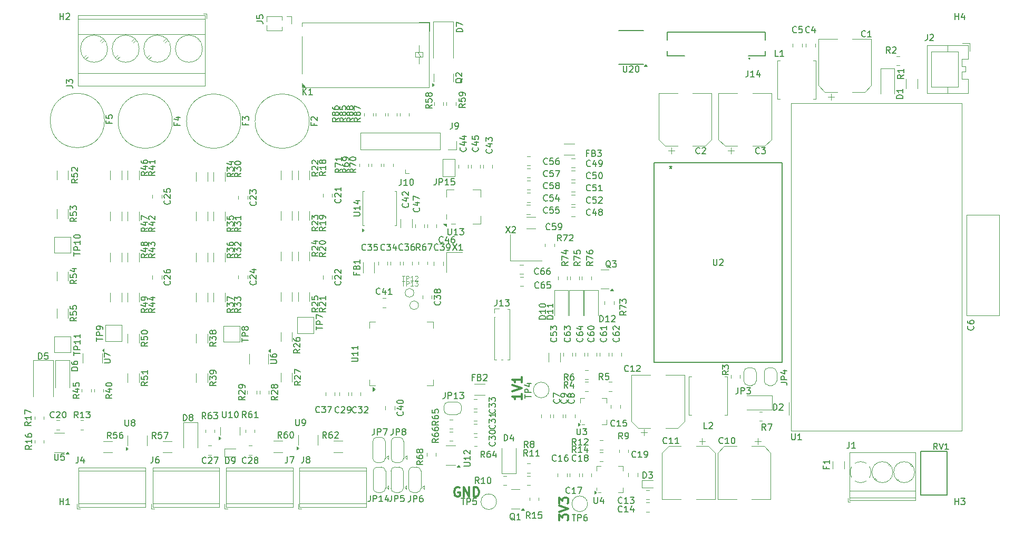
<source format=gbr>
%TF.GenerationSoftware,KiCad,Pcbnew,8.0.1*%
%TF.CreationDate,2024-06-09T19:14:09+02:00*%
%TF.ProjectId,daqIONA,64617149-4f4e-4412-9e6b-696361645f70,rev?*%
%TF.SameCoordinates,Original*%
%TF.FileFunction,Legend,Top*%
%TF.FilePolarity,Positive*%
%FSLAX46Y46*%
G04 Gerber Fmt 4.6, Leading zero omitted, Abs format (unit mm)*
G04 Created by KiCad (PCBNEW 8.0.1) date 2024-06-09 19:14:09*
%MOMM*%
%LPD*%
G01*
G04 APERTURE LIST*
%ADD10C,0.300000*%
%ADD11C,0.150000*%
%ADD12C,0.100000*%
%ADD13C,0.120000*%
%ADD14C,0.152400*%
%ADD15C,0.127000*%
G04 APERTURE END LIST*
D10*
X142040828Y-142819774D02*
X142040828Y-143676917D01*
X142040828Y-143248346D02*
X140540828Y-143248346D01*
X140540828Y-143248346D02*
X140755114Y-143391203D01*
X140755114Y-143391203D02*
X140897971Y-143534060D01*
X140897971Y-143534060D02*
X140969400Y-143676917D01*
X140540828Y-142391203D02*
X142040828Y-141891203D01*
X142040828Y-141891203D02*
X140540828Y-141391203D01*
X142040828Y-140105489D02*
X142040828Y-140962632D01*
X142040828Y-140534061D02*
X140540828Y-140534061D01*
X140540828Y-140534061D02*
X140755114Y-140676918D01*
X140755114Y-140676918D02*
X140897971Y-140819775D01*
X140897971Y-140819775D02*
X140969400Y-140962632D01*
X148020828Y-163168346D02*
X148020828Y-162239774D01*
X148020828Y-162239774D02*
X148592257Y-162739774D01*
X148592257Y-162739774D02*
X148592257Y-162525489D01*
X148592257Y-162525489D02*
X148663685Y-162382632D01*
X148663685Y-162382632D02*
X148735114Y-162311203D01*
X148735114Y-162311203D02*
X148877971Y-162239774D01*
X148877971Y-162239774D02*
X149235114Y-162239774D01*
X149235114Y-162239774D02*
X149377971Y-162311203D01*
X149377971Y-162311203D02*
X149449400Y-162382632D01*
X149449400Y-162382632D02*
X149520828Y-162525489D01*
X149520828Y-162525489D02*
X149520828Y-162954060D01*
X149520828Y-162954060D02*
X149449400Y-163096917D01*
X149449400Y-163096917D02*
X149377971Y-163168346D01*
X148020828Y-161811203D02*
X149520828Y-161311203D01*
X149520828Y-161311203D02*
X148020828Y-160811203D01*
X148020828Y-160454061D02*
X148020828Y-159525489D01*
X148020828Y-159525489D02*
X148592257Y-160025489D01*
X148592257Y-160025489D02*
X148592257Y-159811204D01*
X148592257Y-159811204D02*
X148663685Y-159668347D01*
X148663685Y-159668347D02*
X148735114Y-159596918D01*
X148735114Y-159596918D02*
X148877971Y-159525489D01*
X148877971Y-159525489D02*
X149235114Y-159525489D01*
X149235114Y-159525489D02*
X149377971Y-159596918D01*
X149377971Y-159596918D02*
X149449400Y-159668347D01*
X149449400Y-159668347D02*
X149520828Y-159811204D01*
X149520828Y-159811204D02*
X149520828Y-160239775D01*
X149520828Y-160239775D02*
X149449400Y-160382632D01*
X149449400Y-160382632D02*
X149377971Y-160454061D01*
X132030225Y-157942257D02*
X131887368Y-157870828D01*
X131887368Y-157870828D02*
X131673082Y-157870828D01*
X131673082Y-157870828D02*
X131458796Y-157942257D01*
X131458796Y-157942257D02*
X131315939Y-158085114D01*
X131315939Y-158085114D02*
X131244510Y-158227971D01*
X131244510Y-158227971D02*
X131173082Y-158513685D01*
X131173082Y-158513685D02*
X131173082Y-158727971D01*
X131173082Y-158727971D02*
X131244510Y-159013685D01*
X131244510Y-159013685D02*
X131315939Y-159156542D01*
X131315939Y-159156542D02*
X131458796Y-159299400D01*
X131458796Y-159299400D02*
X131673082Y-159370828D01*
X131673082Y-159370828D02*
X131815939Y-159370828D01*
X131815939Y-159370828D02*
X132030225Y-159299400D01*
X132030225Y-159299400D02*
X132101653Y-159227971D01*
X132101653Y-159227971D02*
X132101653Y-158727971D01*
X132101653Y-158727971D02*
X131815939Y-158727971D01*
X132744510Y-159370828D02*
X132744510Y-157870828D01*
X132744510Y-157870828D02*
X133601653Y-159370828D01*
X133601653Y-159370828D02*
X133601653Y-157870828D01*
X134315939Y-159370828D02*
X134315939Y-157870828D01*
X134315939Y-157870828D02*
X134673082Y-157870828D01*
X134673082Y-157870828D02*
X134887368Y-157942257D01*
X134887368Y-157942257D02*
X135030225Y-158085114D01*
X135030225Y-158085114D02*
X135101654Y-158227971D01*
X135101654Y-158227971D02*
X135173082Y-158513685D01*
X135173082Y-158513685D02*
X135173082Y-158727971D01*
X135173082Y-158727971D02*
X135101654Y-159013685D01*
X135101654Y-159013685D02*
X135030225Y-159156542D01*
X135030225Y-159156542D02*
X134887368Y-159299400D01*
X134887368Y-159299400D02*
X134673082Y-159370828D01*
X134673082Y-159370828D02*
X134315939Y-159370828D01*
D11*
X113064819Y-106672857D02*
X112588628Y-107006190D01*
X113064819Y-107244285D02*
X112064819Y-107244285D01*
X112064819Y-107244285D02*
X112064819Y-106863333D01*
X112064819Y-106863333D02*
X112112438Y-106768095D01*
X112112438Y-106768095D02*
X112160057Y-106720476D01*
X112160057Y-106720476D02*
X112255295Y-106672857D01*
X112255295Y-106672857D02*
X112398152Y-106672857D01*
X112398152Y-106672857D02*
X112493390Y-106720476D01*
X112493390Y-106720476D02*
X112541009Y-106768095D01*
X112541009Y-106768095D02*
X112588628Y-106863333D01*
X112588628Y-106863333D02*
X112588628Y-107244285D01*
X112064819Y-106339523D02*
X112064819Y-105672857D01*
X112064819Y-105672857D02*
X113064819Y-106101428D01*
X113064819Y-104768095D02*
X113064819Y-105339523D01*
X113064819Y-105053809D02*
X112064819Y-105053809D01*
X112064819Y-105053809D02*
X112207676Y-105149047D01*
X112207676Y-105149047D02*
X112302914Y-105244285D01*
X112302914Y-105244285D02*
X112350533Y-105339523D01*
X152766666Y-104131009D02*
X152433333Y-104131009D01*
X152433333Y-104654819D02*
X152433333Y-103654819D01*
X152433333Y-103654819D02*
X152909523Y-103654819D01*
X153623809Y-104131009D02*
X153766666Y-104178628D01*
X153766666Y-104178628D02*
X153814285Y-104226247D01*
X153814285Y-104226247D02*
X153861904Y-104321485D01*
X153861904Y-104321485D02*
X153861904Y-104464342D01*
X153861904Y-104464342D02*
X153814285Y-104559580D01*
X153814285Y-104559580D02*
X153766666Y-104607200D01*
X153766666Y-104607200D02*
X153671428Y-104654819D01*
X153671428Y-104654819D02*
X153290476Y-104654819D01*
X153290476Y-104654819D02*
X153290476Y-103654819D01*
X153290476Y-103654819D02*
X153623809Y-103654819D01*
X153623809Y-103654819D02*
X153719047Y-103702438D01*
X153719047Y-103702438D02*
X153766666Y-103750057D01*
X153766666Y-103750057D02*
X153814285Y-103845295D01*
X153814285Y-103845295D02*
X153814285Y-103940533D01*
X153814285Y-103940533D02*
X153766666Y-104035771D01*
X153766666Y-104035771D02*
X153719047Y-104083390D01*
X153719047Y-104083390D02*
X153623809Y-104131009D01*
X153623809Y-104131009D02*
X153290476Y-104131009D01*
X154195238Y-103654819D02*
X154814285Y-103654819D01*
X154814285Y-103654819D02*
X154480952Y-104035771D01*
X154480952Y-104035771D02*
X154623809Y-104035771D01*
X154623809Y-104035771D02*
X154719047Y-104083390D01*
X154719047Y-104083390D02*
X154766666Y-104131009D01*
X154766666Y-104131009D02*
X154814285Y-104226247D01*
X154814285Y-104226247D02*
X154814285Y-104464342D01*
X154814285Y-104464342D02*
X154766666Y-104559580D01*
X154766666Y-104559580D02*
X154719047Y-104607200D01*
X154719047Y-104607200D02*
X154623809Y-104654819D01*
X154623809Y-104654819D02*
X154338095Y-104654819D01*
X154338095Y-104654819D02*
X154242857Y-104607200D01*
X154242857Y-104607200D02*
X154195238Y-104559580D01*
X153057142Y-110109580D02*
X153009523Y-110157200D01*
X153009523Y-110157200D02*
X152866666Y-110204819D01*
X152866666Y-110204819D02*
X152771428Y-110204819D01*
X152771428Y-110204819D02*
X152628571Y-110157200D01*
X152628571Y-110157200D02*
X152533333Y-110061961D01*
X152533333Y-110061961D02*
X152485714Y-109966723D01*
X152485714Y-109966723D02*
X152438095Y-109776247D01*
X152438095Y-109776247D02*
X152438095Y-109633390D01*
X152438095Y-109633390D02*
X152485714Y-109442914D01*
X152485714Y-109442914D02*
X152533333Y-109347676D01*
X152533333Y-109347676D02*
X152628571Y-109252438D01*
X152628571Y-109252438D02*
X152771428Y-109204819D01*
X152771428Y-109204819D02*
X152866666Y-109204819D01*
X152866666Y-109204819D02*
X153009523Y-109252438D01*
X153009523Y-109252438D02*
X153057142Y-109300057D01*
X153961904Y-109204819D02*
X153485714Y-109204819D01*
X153485714Y-109204819D02*
X153438095Y-109681009D01*
X153438095Y-109681009D02*
X153485714Y-109633390D01*
X153485714Y-109633390D02*
X153580952Y-109585771D01*
X153580952Y-109585771D02*
X153819047Y-109585771D01*
X153819047Y-109585771D02*
X153914285Y-109633390D01*
X153914285Y-109633390D02*
X153961904Y-109681009D01*
X153961904Y-109681009D02*
X154009523Y-109776247D01*
X154009523Y-109776247D02*
X154009523Y-110014342D01*
X154009523Y-110014342D02*
X153961904Y-110109580D01*
X153961904Y-110109580D02*
X153914285Y-110157200D01*
X153914285Y-110157200D02*
X153819047Y-110204819D01*
X153819047Y-110204819D02*
X153580952Y-110204819D01*
X153580952Y-110204819D02*
X153485714Y-110157200D01*
X153485714Y-110157200D02*
X153438095Y-110109580D01*
X154961904Y-110204819D02*
X154390476Y-110204819D01*
X154676190Y-110204819D02*
X154676190Y-109204819D01*
X154676190Y-109204819D02*
X154580952Y-109347676D01*
X154580952Y-109347676D02*
X154485714Y-109442914D01*
X154485714Y-109442914D02*
X154390476Y-109490533D01*
X128654819Y-147242857D02*
X128178628Y-147576190D01*
X128654819Y-147814285D02*
X127654819Y-147814285D01*
X127654819Y-147814285D02*
X127654819Y-147433333D01*
X127654819Y-147433333D02*
X127702438Y-147338095D01*
X127702438Y-147338095D02*
X127750057Y-147290476D01*
X127750057Y-147290476D02*
X127845295Y-147242857D01*
X127845295Y-147242857D02*
X127988152Y-147242857D01*
X127988152Y-147242857D02*
X128083390Y-147290476D01*
X128083390Y-147290476D02*
X128131009Y-147338095D01*
X128131009Y-147338095D02*
X128178628Y-147433333D01*
X128178628Y-147433333D02*
X128178628Y-147814285D01*
X127654819Y-146385714D02*
X127654819Y-146576190D01*
X127654819Y-146576190D02*
X127702438Y-146671428D01*
X127702438Y-146671428D02*
X127750057Y-146719047D01*
X127750057Y-146719047D02*
X127892914Y-146814285D01*
X127892914Y-146814285D02*
X128083390Y-146861904D01*
X128083390Y-146861904D02*
X128464342Y-146861904D01*
X128464342Y-146861904D02*
X128559580Y-146814285D01*
X128559580Y-146814285D02*
X128607200Y-146766666D01*
X128607200Y-146766666D02*
X128654819Y-146671428D01*
X128654819Y-146671428D02*
X128654819Y-146480952D01*
X128654819Y-146480952D02*
X128607200Y-146385714D01*
X128607200Y-146385714D02*
X128559580Y-146338095D01*
X128559580Y-146338095D02*
X128464342Y-146290476D01*
X128464342Y-146290476D02*
X128226247Y-146290476D01*
X128226247Y-146290476D02*
X128131009Y-146338095D01*
X128131009Y-146338095D02*
X128083390Y-146385714D01*
X128083390Y-146385714D02*
X128035771Y-146480952D01*
X128035771Y-146480952D02*
X128035771Y-146671428D01*
X128035771Y-146671428D02*
X128083390Y-146766666D01*
X128083390Y-146766666D02*
X128131009Y-146814285D01*
X128131009Y-146814285D02*
X128226247Y-146861904D01*
X127654819Y-145385714D02*
X127654819Y-145861904D01*
X127654819Y-145861904D02*
X128131009Y-145909523D01*
X128131009Y-145909523D02*
X128083390Y-145861904D01*
X128083390Y-145861904D02*
X128035771Y-145766666D01*
X128035771Y-145766666D02*
X128035771Y-145528571D01*
X128035771Y-145528571D02*
X128083390Y-145433333D01*
X128083390Y-145433333D02*
X128131009Y-145385714D01*
X128131009Y-145385714D02*
X128226247Y-145338095D01*
X128226247Y-145338095D02*
X128464342Y-145338095D01*
X128464342Y-145338095D02*
X128559580Y-145385714D01*
X128559580Y-145385714D02*
X128607200Y-145433333D01*
X128607200Y-145433333D02*
X128654819Y-145528571D01*
X128654819Y-145528571D02*
X128654819Y-145766666D01*
X128654819Y-145766666D02*
X128607200Y-145861904D01*
X128607200Y-145861904D02*
X128559580Y-145909523D01*
X97094819Y-134461904D02*
X97094819Y-133890476D01*
X98094819Y-134176190D02*
X97094819Y-134176190D01*
X98094819Y-133557142D02*
X97094819Y-133557142D01*
X97094819Y-133557142D02*
X97094819Y-133176190D01*
X97094819Y-133176190D02*
X97142438Y-133080952D01*
X97142438Y-133080952D02*
X97190057Y-133033333D01*
X97190057Y-133033333D02*
X97285295Y-132985714D01*
X97285295Y-132985714D02*
X97428152Y-132985714D01*
X97428152Y-132985714D02*
X97523390Y-133033333D01*
X97523390Y-133033333D02*
X97571009Y-133080952D01*
X97571009Y-133080952D02*
X97618628Y-133176190D01*
X97618628Y-133176190D02*
X97618628Y-133557142D01*
X97523390Y-132414285D02*
X97475771Y-132509523D01*
X97475771Y-132509523D02*
X97428152Y-132557142D01*
X97428152Y-132557142D02*
X97332914Y-132604761D01*
X97332914Y-132604761D02*
X97285295Y-132604761D01*
X97285295Y-132604761D02*
X97190057Y-132557142D01*
X97190057Y-132557142D02*
X97142438Y-132509523D01*
X97142438Y-132509523D02*
X97094819Y-132414285D01*
X97094819Y-132414285D02*
X97094819Y-132223809D01*
X97094819Y-132223809D02*
X97142438Y-132128571D01*
X97142438Y-132128571D02*
X97190057Y-132080952D01*
X97190057Y-132080952D02*
X97285295Y-132033333D01*
X97285295Y-132033333D02*
X97332914Y-132033333D01*
X97332914Y-132033333D02*
X97428152Y-132080952D01*
X97428152Y-132080952D02*
X97475771Y-132128571D01*
X97475771Y-132128571D02*
X97523390Y-132223809D01*
X97523390Y-132223809D02*
X97523390Y-132414285D01*
X97523390Y-132414285D02*
X97571009Y-132509523D01*
X97571009Y-132509523D02*
X97618628Y-132557142D01*
X97618628Y-132557142D02*
X97713866Y-132604761D01*
X97713866Y-132604761D02*
X97904342Y-132604761D01*
X97904342Y-132604761D02*
X97999580Y-132557142D01*
X97999580Y-132557142D02*
X98047200Y-132509523D01*
X98047200Y-132509523D02*
X98094819Y-132414285D01*
X98094819Y-132414285D02*
X98094819Y-132223809D01*
X98094819Y-132223809D02*
X98047200Y-132128571D01*
X98047200Y-132128571D02*
X97999580Y-132080952D01*
X97999580Y-132080952D02*
X97904342Y-132033333D01*
X97904342Y-132033333D02*
X97713866Y-132033333D01*
X97713866Y-132033333D02*
X97618628Y-132080952D01*
X97618628Y-132080952D02*
X97571009Y-132128571D01*
X97571009Y-132128571D02*
X97523390Y-132223809D01*
X146144642Y-113699580D02*
X146097023Y-113747200D01*
X146097023Y-113747200D02*
X145954166Y-113794819D01*
X145954166Y-113794819D02*
X145858928Y-113794819D01*
X145858928Y-113794819D02*
X145716071Y-113747200D01*
X145716071Y-113747200D02*
X145620833Y-113651961D01*
X145620833Y-113651961D02*
X145573214Y-113556723D01*
X145573214Y-113556723D02*
X145525595Y-113366247D01*
X145525595Y-113366247D02*
X145525595Y-113223390D01*
X145525595Y-113223390D02*
X145573214Y-113032914D01*
X145573214Y-113032914D02*
X145620833Y-112937676D01*
X145620833Y-112937676D02*
X145716071Y-112842438D01*
X145716071Y-112842438D02*
X145858928Y-112794819D01*
X145858928Y-112794819D02*
X145954166Y-112794819D01*
X145954166Y-112794819D02*
X146097023Y-112842438D01*
X146097023Y-112842438D02*
X146144642Y-112890057D01*
X147049404Y-112794819D02*
X146573214Y-112794819D01*
X146573214Y-112794819D02*
X146525595Y-113271009D01*
X146525595Y-113271009D02*
X146573214Y-113223390D01*
X146573214Y-113223390D02*
X146668452Y-113175771D01*
X146668452Y-113175771D02*
X146906547Y-113175771D01*
X146906547Y-113175771D02*
X147001785Y-113223390D01*
X147001785Y-113223390D02*
X147049404Y-113271009D01*
X147049404Y-113271009D02*
X147097023Y-113366247D01*
X147097023Y-113366247D02*
X147097023Y-113604342D01*
X147097023Y-113604342D02*
X147049404Y-113699580D01*
X147049404Y-113699580D02*
X147001785Y-113747200D01*
X147001785Y-113747200D02*
X146906547Y-113794819D01*
X146906547Y-113794819D02*
X146668452Y-113794819D01*
X146668452Y-113794819D02*
X146573214Y-113747200D01*
X146573214Y-113747200D02*
X146525595Y-113699580D01*
X148001785Y-112794819D02*
X147525595Y-112794819D01*
X147525595Y-112794819D02*
X147477976Y-113271009D01*
X147477976Y-113271009D02*
X147525595Y-113223390D01*
X147525595Y-113223390D02*
X147620833Y-113175771D01*
X147620833Y-113175771D02*
X147858928Y-113175771D01*
X147858928Y-113175771D02*
X147954166Y-113223390D01*
X147954166Y-113223390D02*
X148001785Y-113271009D01*
X148001785Y-113271009D02*
X148049404Y-113366247D01*
X148049404Y-113366247D02*
X148049404Y-113604342D01*
X148049404Y-113604342D02*
X148001785Y-113699580D01*
X148001785Y-113699580D02*
X147954166Y-113747200D01*
X147954166Y-113747200D02*
X147858928Y-113794819D01*
X147858928Y-113794819D02*
X147620833Y-113794819D01*
X147620833Y-113794819D02*
X147525595Y-113747200D01*
X147525595Y-113747200D02*
X147477976Y-113699580D01*
X149759580Y-133842857D02*
X149807200Y-133890476D01*
X149807200Y-133890476D02*
X149854819Y-134033333D01*
X149854819Y-134033333D02*
X149854819Y-134128571D01*
X149854819Y-134128571D02*
X149807200Y-134271428D01*
X149807200Y-134271428D02*
X149711961Y-134366666D01*
X149711961Y-134366666D02*
X149616723Y-134414285D01*
X149616723Y-134414285D02*
X149426247Y-134461904D01*
X149426247Y-134461904D02*
X149283390Y-134461904D01*
X149283390Y-134461904D02*
X149092914Y-134414285D01*
X149092914Y-134414285D02*
X148997676Y-134366666D01*
X148997676Y-134366666D02*
X148902438Y-134271428D01*
X148902438Y-134271428D02*
X148854819Y-134128571D01*
X148854819Y-134128571D02*
X148854819Y-134033333D01*
X148854819Y-134033333D02*
X148902438Y-133890476D01*
X148902438Y-133890476D02*
X148950057Y-133842857D01*
X148854819Y-132985714D02*
X148854819Y-133176190D01*
X148854819Y-133176190D02*
X148902438Y-133271428D01*
X148902438Y-133271428D02*
X148950057Y-133319047D01*
X148950057Y-133319047D02*
X149092914Y-133414285D01*
X149092914Y-133414285D02*
X149283390Y-133461904D01*
X149283390Y-133461904D02*
X149664342Y-133461904D01*
X149664342Y-133461904D02*
X149759580Y-133414285D01*
X149759580Y-133414285D02*
X149807200Y-133366666D01*
X149807200Y-133366666D02*
X149854819Y-133271428D01*
X149854819Y-133271428D02*
X149854819Y-133080952D01*
X149854819Y-133080952D02*
X149807200Y-132985714D01*
X149807200Y-132985714D02*
X149759580Y-132938095D01*
X149759580Y-132938095D02*
X149664342Y-132890476D01*
X149664342Y-132890476D02*
X149426247Y-132890476D01*
X149426247Y-132890476D02*
X149331009Y-132938095D01*
X149331009Y-132938095D02*
X149283390Y-132985714D01*
X149283390Y-132985714D02*
X149235771Y-133080952D01*
X149235771Y-133080952D02*
X149235771Y-133271428D01*
X149235771Y-133271428D02*
X149283390Y-133366666D01*
X149283390Y-133366666D02*
X149331009Y-133414285D01*
X149331009Y-133414285D02*
X149426247Y-133461904D01*
X148854819Y-132557142D02*
X148854819Y-131938095D01*
X148854819Y-131938095D02*
X149235771Y-132271428D01*
X149235771Y-132271428D02*
X149235771Y-132128571D01*
X149235771Y-132128571D02*
X149283390Y-132033333D01*
X149283390Y-132033333D02*
X149331009Y-131985714D01*
X149331009Y-131985714D02*
X149426247Y-131938095D01*
X149426247Y-131938095D02*
X149664342Y-131938095D01*
X149664342Y-131938095D02*
X149759580Y-131985714D01*
X149759580Y-131985714D02*
X149807200Y-132033333D01*
X149807200Y-132033333D02*
X149854819Y-132128571D01*
X149854819Y-132128571D02*
X149854819Y-132414285D01*
X149854819Y-132414285D02*
X149807200Y-132509523D01*
X149807200Y-132509523D02*
X149759580Y-132557142D01*
X117700476Y-159164819D02*
X117700476Y-159879104D01*
X117700476Y-159879104D02*
X117652857Y-160021961D01*
X117652857Y-160021961D02*
X117557619Y-160117200D01*
X117557619Y-160117200D02*
X117414762Y-160164819D01*
X117414762Y-160164819D02*
X117319524Y-160164819D01*
X118176667Y-160164819D02*
X118176667Y-159164819D01*
X118176667Y-159164819D02*
X118557619Y-159164819D01*
X118557619Y-159164819D02*
X118652857Y-159212438D01*
X118652857Y-159212438D02*
X118700476Y-159260057D01*
X118700476Y-159260057D02*
X118748095Y-159355295D01*
X118748095Y-159355295D02*
X118748095Y-159498152D01*
X118748095Y-159498152D02*
X118700476Y-159593390D01*
X118700476Y-159593390D02*
X118652857Y-159641009D01*
X118652857Y-159641009D02*
X118557619Y-159688628D01*
X118557619Y-159688628D02*
X118176667Y-159688628D01*
X119700476Y-160164819D02*
X119129048Y-160164819D01*
X119414762Y-160164819D02*
X119414762Y-159164819D01*
X119414762Y-159164819D02*
X119319524Y-159307676D01*
X119319524Y-159307676D02*
X119224286Y-159402914D01*
X119224286Y-159402914D02*
X119129048Y-159450533D01*
X120557619Y-159498152D02*
X120557619Y-160164819D01*
X120319524Y-159117200D02*
X120081429Y-159831485D01*
X120081429Y-159831485D02*
X120700476Y-159831485D01*
X145854819Y-130814285D02*
X144854819Y-130814285D01*
X144854819Y-130814285D02*
X144854819Y-130576190D01*
X144854819Y-130576190D02*
X144902438Y-130433333D01*
X144902438Y-130433333D02*
X144997676Y-130338095D01*
X144997676Y-130338095D02*
X145092914Y-130290476D01*
X145092914Y-130290476D02*
X145283390Y-130242857D01*
X145283390Y-130242857D02*
X145426247Y-130242857D01*
X145426247Y-130242857D02*
X145616723Y-130290476D01*
X145616723Y-130290476D02*
X145711961Y-130338095D01*
X145711961Y-130338095D02*
X145807200Y-130433333D01*
X145807200Y-130433333D02*
X145854819Y-130576190D01*
X145854819Y-130576190D02*
X145854819Y-130814285D01*
X145854819Y-129290476D02*
X145854819Y-129861904D01*
X145854819Y-129576190D02*
X144854819Y-129576190D01*
X144854819Y-129576190D02*
X144997676Y-129671428D01*
X144997676Y-129671428D02*
X145092914Y-129766666D01*
X145092914Y-129766666D02*
X145140533Y-129861904D01*
X144854819Y-128671428D02*
X144854819Y-128576190D01*
X144854819Y-128576190D02*
X144902438Y-128480952D01*
X144902438Y-128480952D02*
X144950057Y-128433333D01*
X144950057Y-128433333D02*
X145045295Y-128385714D01*
X145045295Y-128385714D02*
X145235771Y-128338095D01*
X145235771Y-128338095D02*
X145473866Y-128338095D01*
X145473866Y-128338095D02*
X145664342Y-128385714D01*
X145664342Y-128385714D02*
X145759580Y-128433333D01*
X145759580Y-128433333D02*
X145807200Y-128480952D01*
X145807200Y-128480952D02*
X145854819Y-128576190D01*
X145854819Y-128576190D02*
X145854819Y-128671428D01*
X145854819Y-128671428D02*
X145807200Y-128766666D01*
X145807200Y-128766666D02*
X145759580Y-128814285D01*
X145759580Y-128814285D02*
X145664342Y-128861904D01*
X145664342Y-128861904D02*
X145473866Y-128909523D01*
X145473866Y-128909523D02*
X145235771Y-128909523D01*
X145235771Y-128909523D02*
X145045295Y-128861904D01*
X145045295Y-128861904D02*
X144950057Y-128814285D01*
X144950057Y-128814285D02*
X144902438Y-128766666D01*
X144902438Y-128766666D02*
X144854819Y-128671428D01*
X110494819Y-116042857D02*
X110018628Y-116376190D01*
X110494819Y-116614285D02*
X109494819Y-116614285D01*
X109494819Y-116614285D02*
X109494819Y-116233333D01*
X109494819Y-116233333D02*
X109542438Y-116138095D01*
X109542438Y-116138095D02*
X109590057Y-116090476D01*
X109590057Y-116090476D02*
X109685295Y-116042857D01*
X109685295Y-116042857D02*
X109828152Y-116042857D01*
X109828152Y-116042857D02*
X109923390Y-116090476D01*
X109923390Y-116090476D02*
X109971009Y-116138095D01*
X109971009Y-116138095D02*
X110018628Y-116233333D01*
X110018628Y-116233333D02*
X110018628Y-116614285D01*
X110494819Y-115090476D02*
X110494819Y-115661904D01*
X110494819Y-115376190D02*
X109494819Y-115376190D01*
X109494819Y-115376190D02*
X109637676Y-115471428D01*
X109637676Y-115471428D02*
X109732914Y-115566666D01*
X109732914Y-115566666D02*
X109780533Y-115661904D01*
X110494819Y-114614285D02*
X110494819Y-114423809D01*
X110494819Y-114423809D02*
X110447200Y-114328571D01*
X110447200Y-114328571D02*
X110399580Y-114280952D01*
X110399580Y-114280952D02*
X110256723Y-114185714D01*
X110256723Y-114185714D02*
X110066247Y-114138095D01*
X110066247Y-114138095D02*
X109685295Y-114138095D01*
X109685295Y-114138095D02*
X109590057Y-114185714D01*
X109590057Y-114185714D02*
X109542438Y-114233333D01*
X109542438Y-114233333D02*
X109494819Y-114328571D01*
X109494819Y-114328571D02*
X109494819Y-114519047D01*
X109494819Y-114519047D02*
X109542438Y-114614285D01*
X109542438Y-114614285D02*
X109590057Y-114661904D01*
X109590057Y-114661904D02*
X109685295Y-114709523D01*
X109685295Y-114709523D02*
X109923390Y-114709523D01*
X109923390Y-114709523D02*
X110018628Y-114661904D01*
X110018628Y-114661904D02*
X110066247Y-114614285D01*
X110066247Y-114614285D02*
X110113866Y-114519047D01*
X110113866Y-114519047D02*
X110113866Y-114328571D01*
X110113866Y-114328571D02*
X110066247Y-114233333D01*
X110066247Y-114233333D02*
X110018628Y-114185714D01*
X110018628Y-114185714D02*
X109923390Y-114138095D01*
X158213333Y-150084819D02*
X157880000Y-149608628D01*
X157641905Y-150084819D02*
X157641905Y-149084819D01*
X157641905Y-149084819D02*
X158022857Y-149084819D01*
X158022857Y-149084819D02*
X158118095Y-149132438D01*
X158118095Y-149132438D02*
X158165714Y-149180057D01*
X158165714Y-149180057D02*
X158213333Y-149275295D01*
X158213333Y-149275295D02*
X158213333Y-149418152D01*
X158213333Y-149418152D02*
X158165714Y-149513390D01*
X158165714Y-149513390D02*
X158118095Y-149561009D01*
X158118095Y-149561009D02*
X158022857Y-149608628D01*
X158022857Y-149608628D02*
X157641905Y-149608628D01*
X158689524Y-150084819D02*
X158880000Y-150084819D01*
X158880000Y-150084819D02*
X158975238Y-150037200D01*
X158975238Y-150037200D02*
X159022857Y-149989580D01*
X159022857Y-149989580D02*
X159118095Y-149846723D01*
X159118095Y-149846723D02*
X159165714Y-149656247D01*
X159165714Y-149656247D02*
X159165714Y-149275295D01*
X159165714Y-149275295D02*
X159118095Y-149180057D01*
X159118095Y-149180057D02*
X159070476Y-149132438D01*
X159070476Y-149132438D02*
X158975238Y-149084819D01*
X158975238Y-149084819D02*
X158784762Y-149084819D01*
X158784762Y-149084819D02*
X158689524Y-149132438D01*
X158689524Y-149132438D02*
X158641905Y-149180057D01*
X158641905Y-149180057D02*
X158594286Y-149275295D01*
X158594286Y-149275295D02*
X158594286Y-149513390D01*
X158594286Y-149513390D02*
X158641905Y-149608628D01*
X158641905Y-149608628D02*
X158689524Y-149656247D01*
X158689524Y-149656247D02*
X158784762Y-149703866D01*
X158784762Y-149703866D02*
X158975238Y-149703866D01*
X158975238Y-149703866D02*
X159070476Y-149656247D01*
X159070476Y-149656247D02*
X159118095Y-149608628D01*
X159118095Y-149608628D02*
X159165714Y-149513390D01*
X103457142Y-149934819D02*
X103123809Y-149458628D01*
X102885714Y-149934819D02*
X102885714Y-148934819D01*
X102885714Y-148934819D02*
X103266666Y-148934819D01*
X103266666Y-148934819D02*
X103361904Y-148982438D01*
X103361904Y-148982438D02*
X103409523Y-149030057D01*
X103409523Y-149030057D02*
X103457142Y-149125295D01*
X103457142Y-149125295D02*
X103457142Y-149268152D01*
X103457142Y-149268152D02*
X103409523Y-149363390D01*
X103409523Y-149363390D02*
X103361904Y-149411009D01*
X103361904Y-149411009D02*
X103266666Y-149458628D01*
X103266666Y-149458628D02*
X102885714Y-149458628D01*
X104314285Y-148934819D02*
X104123809Y-148934819D01*
X104123809Y-148934819D02*
X104028571Y-148982438D01*
X104028571Y-148982438D02*
X103980952Y-149030057D01*
X103980952Y-149030057D02*
X103885714Y-149172914D01*
X103885714Y-149172914D02*
X103838095Y-149363390D01*
X103838095Y-149363390D02*
X103838095Y-149744342D01*
X103838095Y-149744342D02*
X103885714Y-149839580D01*
X103885714Y-149839580D02*
X103933333Y-149887200D01*
X103933333Y-149887200D02*
X104028571Y-149934819D01*
X104028571Y-149934819D02*
X104219047Y-149934819D01*
X104219047Y-149934819D02*
X104314285Y-149887200D01*
X104314285Y-149887200D02*
X104361904Y-149839580D01*
X104361904Y-149839580D02*
X104409523Y-149744342D01*
X104409523Y-149744342D02*
X104409523Y-149506247D01*
X104409523Y-149506247D02*
X104361904Y-149411009D01*
X104361904Y-149411009D02*
X104314285Y-149363390D01*
X104314285Y-149363390D02*
X104219047Y-149315771D01*
X104219047Y-149315771D02*
X104028571Y-149315771D01*
X104028571Y-149315771D02*
X103933333Y-149363390D01*
X103933333Y-149363390D02*
X103885714Y-149411009D01*
X103885714Y-149411009D02*
X103838095Y-149506247D01*
X105028571Y-148934819D02*
X105123809Y-148934819D01*
X105123809Y-148934819D02*
X105219047Y-148982438D01*
X105219047Y-148982438D02*
X105266666Y-149030057D01*
X105266666Y-149030057D02*
X105314285Y-149125295D01*
X105314285Y-149125295D02*
X105361904Y-149315771D01*
X105361904Y-149315771D02*
X105361904Y-149553866D01*
X105361904Y-149553866D02*
X105314285Y-149744342D01*
X105314285Y-149744342D02*
X105266666Y-149839580D01*
X105266666Y-149839580D02*
X105219047Y-149887200D01*
X105219047Y-149887200D02*
X105123809Y-149934819D01*
X105123809Y-149934819D02*
X105028571Y-149934819D01*
X105028571Y-149934819D02*
X104933333Y-149887200D01*
X104933333Y-149887200D02*
X104885714Y-149839580D01*
X104885714Y-149839580D02*
X104838095Y-149744342D01*
X104838095Y-149744342D02*
X104790476Y-149553866D01*
X104790476Y-149553866D02*
X104790476Y-149315771D01*
X104790476Y-149315771D02*
X104838095Y-149125295D01*
X104838095Y-149125295D02*
X104885714Y-149030057D01*
X104885714Y-149030057D02*
X104933333Y-148982438D01*
X104933333Y-148982438D02*
X105028571Y-148934819D01*
X92914819Y-140942857D02*
X92438628Y-141276190D01*
X92914819Y-141514285D02*
X91914819Y-141514285D01*
X91914819Y-141514285D02*
X91914819Y-141133333D01*
X91914819Y-141133333D02*
X91962438Y-141038095D01*
X91962438Y-141038095D02*
X92010057Y-140990476D01*
X92010057Y-140990476D02*
X92105295Y-140942857D01*
X92105295Y-140942857D02*
X92248152Y-140942857D01*
X92248152Y-140942857D02*
X92343390Y-140990476D01*
X92343390Y-140990476D02*
X92391009Y-141038095D01*
X92391009Y-141038095D02*
X92438628Y-141133333D01*
X92438628Y-141133333D02*
X92438628Y-141514285D01*
X91914819Y-140609523D02*
X91914819Y-139990476D01*
X91914819Y-139990476D02*
X92295771Y-140323809D01*
X92295771Y-140323809D02*
X92295771Y-140180952D01*
X92295771Y-140180952D02*
X92343390Y-140085714D01*
X92343390Y-140085714D02*
X92391009Y-140038095D01*
X92391009Y-140038095D02*
X92486247Y-139990476D01*
X92486247Y-139990476D02*
X92724342Y-139990476D01*
X92724342Y-139990476D02*
X92819580Y-140038095D01*
X92819580Y-140038095D02*
X92867200Y-140085714D01*
X92867200Y-140085714D02*
X92914819Y-140180952D01*
X92914819Y-140180952D02*
X92914819Y-140466666D01*
X92914819Y-140466666D02*
X92867200Y-140561904D01*
X92867200Y-140561904D02*
X92819580Y-140609523D01*
X92914819Y-139514285D02*
X92914819Y-139323809D01*
X92914819Y-139323809D02*
X92867200Y-139228571D01*
X92867200Y-139228571D02*
X92819580Y-139180952D01*
X92819580Y-139180952D02*
X92676723Y-139085714D01*
X92676723Y-139085714D02*
X92486247Y-139038095D01*
X92486247Y-139038095D02*
X92105295Y-139038095D01*
X92105295Y-139038095D02*
X92010057Y-139085714D01*
X92010057Y-139085714D02*
X91962438Y-139133333D01*
X91962438Y-139133333D02*
X91914819Y-139228571D01*
X91914819Y-139228571D02*
X91914819Y-139419047D01*
X91914819Y-139419047D02*
X91962438Y-139514285D01*
X91962438Y-139514285D02*
X92010057Y-139561904D01*
X92010057Y-139561904D02*
X92105295Y-139609523D01*
X92105295Y-139609523D02*
X92343390Y-139609523D01*
X92343390Y-139609523D02*
X92438628Y-139561904D01*
X92438628Y-139561904D02*
X92486247Y-139514285D01*
X92486247Y-139514285D02*
X92533866Y-139419047D01*
X92533866Y-139419047D02*
X92533866Y-139228571D01*
X92533866Y-139228571D02*
X92486247Y-139133333D01*
X92486247Y-139133333D02*
X92438628Y-139085714D01*
X92438628Y-139085714D02*
X92343390Y-139038095D01*
X114944819Y-98482857D02*
X114468628Y-98816190D01*
X114944819Y-99054285D02*
X113944819Y-99054285D01*
X113944819Y-99054285D02*
X113944819Y-98673333D01*
X113944819Y-98673333D02*
X113992438Y-98578095D01*
X113992438Y-98578095D02*
X114040057Y-98530476D01*
X114040057Y-98530476D02*
X114135295Y-98482857D01*
X114135295Y-98482857D02*
X114278152Y-98482857D01*
X114278152Y-98482857D02*
X114373390Y-98530476D01*
X114373390Y-98530476D02*
X114421009Y-98578095D01*
X114421009Y-98578095D02*
X114468628Y-98673333D01*
X114468628Y-98673333D02*
X114468628Y-99054285D01*
X114373390Y-97911428D02*
X114325771Y-98006666D01*
X114325771Y-98006666D02*
X114278152Y-98054285D01*
X114278152Y-98054285D02*
X114182914Y-98101904D01*
X114182914Y-98101904D02*
X114135295Y-98101904D01*
X114135295Y-98101904D02*
X114040057Y-98054285D01*
X114040057Y-98054285D02*
X113992438Y-98006666D01*
X113992438Y-98006666D02*
X113944819Y-97911428D01*
X113944819Y-97911428D02*
X113944819Y-97720952D01*
X113944819Y-97720952D02*
X113992438Y-97625714D01*
X113992438Y-97625714D02*
X114040057Y-97578095D01*
X114040057Y-97578095D02*
X114135295Y-97530476D01*
X114135295Y-97530476D02*
X114182914Y-97530476D01*
X114182914Y-97530476D02*
X114278152Y-97578095D01*
X114278152Y-97578095D02*
X114325771Y-97625714D01*
X114325771Y-97625714D02*
X114373390Y-97720952D01*
X114373390Y-97720952D02*
X114373390Y-97911428D01*
X114373390Y-97911428D02*
X114421009Y-98006666D01*
X114421009Y-98006666D02*
X114468628Y-98054285D01*
X114468628Y-98054285D02*
X114563866Y-98101904D01*
X114563866Y-98101904D02*
X114754342Y-98101904D01*
X114754342Y-98101904D02*
X114849580Y-98054285D01*
X114849580Y-98054285D02*
X114897200Y-98006666D01*
X114897200Y-98006666D02*
X114944819Y-97911428D01*
X114944819Y-97911428D02*
X114944819Y-97720952D01*
X114944819Y-97720952D02*
X114897200Y-97625714D01*
X114897200Y-97625714D02*
X114849580Y-97578095D01*
X114849580Y-97578095D02*
X114754342Y-97530476D01*
X114754342Y-97530476D02*
X114563866Y-97530476D01*
X114563866Y-97530476D02*
X114468628Y-97578095D01*
X114468628Y-97578095D02*
X114421009Y-97625714D01*
X114421009Y-97625714D02*
X114373390Y-97720952D01*
X114373390Y-96959047D02*
X114325771Y-97054285D01*
X114325771Y-97054285D02*
X114278152Y-97101904D01*
X114278152Y-97101904D02*
X114182914Y-97149523D01*
X114182914Y-97149523D02*
X114135295Y-97149523D01*
X114135295Y-97149523D02*
X114040057Y-97101904D01*
X114040057Y-97101904D02*
X113992438Y-97054285D01*
X113992438Y-97054285D02*
X113944819Y-96959047D01*
X113944819Y-96959047D02*
X113944819Y-96768571D01*
X113944819Y-96768571D02*
X113992438Y-96673333D01*
X113992438Y-96673333D02*
X114040057Y-96625714D01*
X114040057Y-96625714D02*
X114135295Y-96578095D01*
X114135295Y-96578095D02*
X114182914Y-96578095D01*
X114182914Y-96578095D02*
X114278152Y-96625714D01*
X114278152Y-96625714D02*
X114325771Y-96673333D01*
X114325771Y-96673333D02*
X114373390Y-96768571D01*
X114373390Y-96768571D02*
X114373390Y-96959047D01*
X114373390Y-96959047D02*
X114421009Y-97054285D01*
X114421009Y-97054285D02*
X114468628Y-97101904D01*
X114468628Y-97101904D02*
X114563866Y-97149523D01*
X114563866Y-97149523D02*
X114754342Y-97149523D01*
X114754342Y-97149523D02*
X114849580Y-97101904D01*
X114849580Y-97101904D02*
X114897200Y-97054285D01*
X114897200Y-97054285D02*
X114944819Y-96959047D01*
X114944819Y-96959047D02*
X114944819Y-96768571D01*
X114944819Y-96768571D02*
X114897200Y-96673333D01*
X114897200Y-96673333D02*
X114849580Y-96625714D01*
X114849580Y-96625714D02*
X114754342Y-96578095D01*
X114754342Y-96578095D02*
X114563866Y-96578095D01*
X114563866Y-96578095D02*
X114468628Y-96625714D01*
X114468628Y-96625714D02*
X114421009Y-96673333D01*
X114421009Y-96673333D02*
X114373390Y-96768571D01*
X70766666Y-152954819D02*
X70766666Y-153669104D01*
X70766666Y-153669104D02*
X70719047Y-153811961D01*
X70719047Y-153811961D02*
X70623809Y-153907200D01*
X70623809Y-153907200D02*
X70480952Y-153954819D01*
X70480952Y-153954819D02*
X70385714Y-153954819D01*
X71671428Y-153288152D02*
X71671428Y-153954819D01*
X71433333Y-152907200D02*
X71195238Y-153621485D01*
X71195238Y-153621485D02*
X71814285Y-153621485D01*
X147559580Y-133842857D02*
X147607200Y-133890476D01*
X147607200Y-133890476D02*
X147654819Y-134033333D01*
X147654819Y-134033333D02*
X147654819Y-134128571D01*
X147654819Y-134128571D02*
X147607200Y-134271428D01*
X147607200Y-134271428D02*
X147511961Y-134366666D01*
X147511961Y-134366666D02*
X147416723Y-134414285D01*
X147416723Y-134414285D02*
X147226247Y-134461904D01*
X147226247Y-134461904D02*
X147083390Y-134461904D01*
X147083390Y-134461904D02*
X146892914Y-134414285D01*
X146892914Y-134414285D02*
X146797676Y-134366666D01*
X146797676Y-134366666D02*
X146702438Y-134271428D01*
X146702438Y-134271428D02*
X146654819Y-134128571D01*
X146654819Y-134128571D02*
X146654819Y-134033333D01*
X146654819Y-134033333D02*
X146702438Y-133890476D01*
X146702438Y-133890476D02*
X146750057Y-133842857D01*
X146654819Y-132938095D02*
X146654819Y-133414285D01*
X146654819Y-133414285D02*
X147131009Y-133461904D01*
X147131009Y-133461904D02*
X147083390Y-133414285D01*
X147083390Y-133414285D02*
X147035771Y-133319047D01*
X147035771Y-133319047D02*
X147035771Y-133080952D01*
X147035771Y-133080952D02*
X147083390Y-132985714D01*
X147083390Y-132985714D02*
X147131009Y-132938095D01*
X147131009Y-132938095D02*
X147226247Y-132890476D01*
X147226247Y-132890476D02*
X147464342Y-132890476D01*
X147464342Y-132890476D02*
X147559580Y-132938095D01*
X147559580Y-132938095D02*
X147607200Y-132985714D01*
X147607200Y-132985714D02*
X147654819Y-133080952D01*
X147654819Y-133080952D02*
X147654819Y-133319047D01*
X147654819Y-133319047D02*
X147607200Y-133414285D01*
X147607200Y-133414285D02*
X147559580Y-133461904D01*
X146654819Y-132557142D02*
X146654819Y-131938095D01*
X146654819Y-131938095D02*
X147035771Y-132271428D01*
X147035771Y-132271428D02*
X147035771Y-132128571D01*
X147035771Y-132128571D02*
X147083390Y-132033333D01*
X147083390Y-132033333D02*
X147131009Y-131985714D01*
X147131009Y-131985714D02*
X147226247Y-131938095D01*
X147226247Y-131938095D02*
X147464342Y-131938095D01*
X147464342Y-131938095D02*
X147559580Y-131985714D01*
X147559580Y-131985714D02*
X147607200Y-132033333D01*
X147607200Y-132033333D02*
X147654819Y-132128571D01*
X147654819Y-132128571D02*
X147654819Y-132414285D01*
X147654819Y-132414285D02*
X147607200Y-132509523D01*
X147607200Y-132509523D02*
X147559580Y-132557142D01*
X142524819Y-143531904D02*
X142524819Y-142960476D01*
X143524819Y-143246190D02*
X142524819Y-143246190D01*
X143524819Y-142627142D02*
X142524819Y-142627142D01*
X142524819Y-142627142D02*
X142524819Y-142246190D01*
X142524819Y-142246190D02*
X142572438Y-142150952D01*
X142572438Y-142150952D02*
X142620057Y-142103333D01*
X142620057Y-142103333D02*
X142715295Y-142055714D01*
X142715295Y-142055714D02*
X142858152Y-142055714D01*
X142858152Y-142055714D02*
X142953390Y-142103333D01*
X142953390Y-142103333D02*
X143001009Y-142150952D01*
X143001009Y-142150952D02*
X143048628Y-142246190D01*
X143048628Y-142246190D02*
X143048628Y-142627142D01*
X142858152Y-141198571D02*
X143524819Y-141198571D01*
X142477200Y-141436666D02*
X143191485Y-141674761D01*
X143191485Y-141674761D02*
X143191485Y-141055714D01*
X81894819Y-120342857D02*
X81418628Y-120676190D01*
X81894819Y-120914285D02*
X80894819Y-120914285D01*
X80894819Y-120914285D02*
X80894819Y-120533333D01*
X80894819Y-120533333D02*
X80942438Y-120438095D01*
X80942438Y-120438095D02*
X80990057Y-120390476D01*
X80990057Y-120390476D02*
X81085295Y-120342857D01*
X81085295Y-120342857D02*
X81228152Y-120342857D01*
X81228152Y-120342857D02*
X81323390Y-120390476D01*
X81323390Y-120390476D02*
X81371009Y-120438095D01*
X81371009Y-120438095D02*
X81418628Y-120533333D01*
X81418628Y-120533333D02*
X81418628Y-120914285D01*
X81228152Y-119485714D02*
X81894819Y-119485714D01*
X80847200Y-119723809D02*
X81561485Y-119961904D01*
X81561485Y-119961904D02*
X81561485Y-119342857D01*
X81323390Y-118819047D02*
X81275771Y-118914285D01*
X81275771Y-118914285D02*
X81228152Y-118961904D01*
X81228152Y-118961904D02*
X81132914Y-119009523D01*
X81132914Y-119009523D02*
X81085295Y-119009523D01*
X81085295Y-119009523D02*
X80990057Y-118961904D01*
X80990057Y-118961904D02*
X80942438Y-118914285D01*
X80942438Y-118914285D02*
X80894819Y-118819047D01*
X80894819Y-118819047D02*
X80894819Y-118628571D01*
X80894819Y-118628571D02*
X80942438Y-118533333D01*
X80942438Y-118533333D02*
X80990057Y-118485714D01*
X80990057Y-118485714D02*
X81085295Y-118438095D01*
X81085295Y-118438095D02*
X81132914Y-118438095D01*
X81132914Y-118438095D02*
X81228152Y-118485714D01*
X81228152Y-118485714D02*
X81275771Y-118533333D01*
X81275771Y-118533333D02*
X81323390Y-118628571D01*
X81323390Y-118628571D02*
X81323390Y-118819047D01*
X81323390Y-118819047D02*
X81371009Y-118914285D01*
X81371009Y-118914285D02*
X81418628Y-118961904D01*
X81418628Y-118961904D02*
X81513866Y-119009523D01*
X81513866Y-119009523D02*
X81704342Y-119009523D01*
X81704342Y-119009523D02*
X81799580Y-118961904D01*
X81799580Y-118961904D02*
X81847200Y-118914285D01*
X81847200Y-118914285D02*
X81894819Y-118819047D01*
X81894819Y-118819047D02*
X81894819Y-118628571D01*
X81894819Y-118628571D02*
X81847200Y-118533333D01*
X81847200Y-118533333D02*
X81799580Y-118485714D01*
X81799580Y-118485714D02*
X81704342Y-118438095D01*
X81704342Y-118438095D02*
X81513866Y-118438095D01*
X81513866Y-118438095D02*
X81418628Y-118485714D01*
X81418628Y-118485714D02*
X81371009Y-118533333D01*
X81371009Y-118533333D02*
X81323390Y-118628571D01*
X128889580Y-127942857D02*
X128937200Y-127990476D01*
X128937200Y-127990476D02*
X128984819Y-128133333D01*
X128984819Y-128133333D02*
X128984819Y-128228571D01*
X128984819Y-128228571D02*
X128937200Y-128371428D01*
X128937200Y-128371428D02*
X128841961Y-128466666D01*
X128841961Y-128466666D02*
X128746723Y-128514285D01*
X128746723Y-128514285D02*
X128556247Y-128561904D01*
X128556247Y-128561904D02*
X128413390Y-128561904D01*
X128413390Y-128561904D02*
X128222914Y-128514285D01*
X128222914Y-128514285D02*
X128127676Y-128466666D01*
X128127676Y-128466666D02*
X128032438Y-128371428D01*
X128032438Y-128371428D02*
X127984819Y-128228571D01*
X127984819Y-128228571D02*
X127984819Y-128133333D01*
X127984819Y-128133333D02*
X128032438Y-127990476D01*
X128032438Y-127990476D02*
X128080057Y-127942857D01*
X127984819Y-127609523D02*
X127984819Y-126990476D01*
X127984819Y-126990476D02*
X128365771Y-127323809D01*
X128365771Y-127323809D02*
X128365771Y-127180952D01*
X128365771Y-127180952D02*
X128413390Y-127085714D01*
X128413390Y-127085714D02*
X128461009Y-127038095D01*
X128461009Y-127038095D02*
X128556247Y-126990476D01*
X128556247Y-126990476D02*
X128794342Y-126990476D01*
X128794342Y-126990476D02*
X128889580Y-127038095D01*
X128889580Y-127038095D02*
X128937200Y-127085714D01*
X128937200Y-127085714D02*
X128984819Y-127180952D01*
X128984819Y-127180952D02*
X128984819Y-127466666D01*
X128984819Y-127466666D02*
X128937200Y-127561904D01*
X128937200Y-127561904D02*
X128889580Y-127609523D01*
X128413390Y-126419047D02*
X128365771Y-126514285D01*
X128365771Y-126514285D02*
X128318152Y-126561904D01*
X128318152Y-126561904D02*
X128222914Y-126609523D01*
X128222914Y-126609523D02*
X128175295Y-126609523D01*
X128175295Y-126609523D02*
X128080057Y-126561904D01*
X128080057Y-126561904D02*
X128032438Y-126514285D01*
X128032438Y-126514285D02*
X127984819Y-126419047D01*
X127984819Y-126419047D02*
X127984819Y-126228571D01*
X127984819Y-126228571D02*
X128032438Y-126133333D01*
X128032438Y-126133333D02*
X128080057Y-126085714D01*
X128080057Y-126085714D02*
X128175295Y-126038095D01*
X128175295Y-126038095D02*
X128222914Y-126038095D01*
X128222914Y-126038095D02*
X128318152Y-126085714D01*
X128318152Y-126085714D02*
X128365771Y-126133333D01*
X128365771Y-126133333D02*
X128413390Y-126228571D01*
X128413390Y-126228571D02*
X128413390Y-126419047D01*
X128413390Y-126419047D02*
X128461009Y-126514285D01*
X128461009Y-126514285D02*
X128508628Y-126561904D01*
X128508628Y-126561904D02*
X128603866Y-126609523D01*
X128603866Y-126609523D02*
X128794342Y-126609523D01*
X128794342Y-126609523D02*
X128889580Y-126561904D01*
X128889580Y-126561904D02*
X128937200Y-126514285D01*
X128937200Y-126514285D02*
X128984819Y-126419047D01*
X128984819Y-126419047D02*
X128984819Y-126228571D01*
X128984819Y-126228571D02*
X128937200Y-126133333D01*
X128937200Y-126133333D02*
X128889580Y-126085714D01*
X128889580Y-126085714D02*
X128794342Y-126038095D01*
X128794342Y-126038095D02*
X128603866Y-126038095D01*
X128603866Y-126038095D02*
X128508628Y-126085714D01*
X128508628Y-126085714D02*
X128461009Y-126133333D01*
X128461009Y-126133333D02*
X128413390Y-126228571D01*
X140904761Y-163150057D02*
X140809523Y-163102438D01*
X140809523Y-163102438D02*
X140714285Y-163007200D01*
X140714285Y-163007200D02*
X140571428Y-162864342D01*
X140571428Y-162864342D02*
X140476190Y-162816723D01*
X140476190Y-162816723D02*
X140380952Y-162816723D01*
X140428571Y-163054819D02*
X140333333Y-163007200D01*
X140333333Y-163007200D02*
X140238095Y-162911961D01*
X140238095Y-162911961D02*
X140190476Y-162721485D01*
X140190476Y-162721485D02*
X140190476Y-162388152D01*
X140190476Y-162388152D02*
X140238095Y-162197676D01*
X140238095Y-162197676D02*
X140333333Y-162102438D01*
X140333333Y-162102438D02*
X140428571Y-162054819D01*
X140428571Y-162054819D02*
X140619047Y-162054819D01*
X140619047Y-162054819D02*
X140714285Y-162102438D01*
X140714285Y-162102438D02*
X140809523Y-162197676D01*
X140809523Y-162197676D02*
X140857142Y-162388152D01*
X140857142Y-162388152D02*
X140857142Y-162721485D01*
X140857142Y-162721485D02*
X140809523Y-162911961D01*
X140809523Y-162911961D02*
X140714285Y-163007200D01*
X140714285Y-163007200D02*
X140619047Y-163054819D01*
X140619047Y-163054819D02*
X140428571Y-163054819D01*
X141809523Y-163054819D02*
X141238095Y-163054819D01*
X141523809Y-163054819D02*
X141523809Y-162054819D01*
X141523809Y-162054819D02*
X141428571Y-162197676D01*
X141428571Y-162197676D02*
X141333333Y-162292914D01*
X141333333Y-162292914D02*
X141238095Y-162340533D01*
X211638095Y-82654819D02*
X211638095Y-81654819D01*
X211638095Y-82131009D02*
X212209523Y-82131009D01*
X212209523Y-82654819D02*
X212209523Y-81654819D01*
X213114285Y-81988152D02*
X213114285Y-82654819D01*
X212876190Y-81607200D02*
X212638095Y-82321485D01*
X212638095Y-82321485D02*
X213257142Y-82321485D01*
X188253333Y-84689580D02*
X188205714Y-84737200D01*
X188205714Y-84737200D02*
X188062857Y-84784819D01*
X188062857Y-84784819D02*
X187967619Y-84784819D01*
X187967619Y-84784819D02*
X187824762Y-84737200D01*
X187824762Y-84737200D02*
X187729524Y-84641961D01*
X187729524Y-84641961D02*
X187681905Y-84546723D01*
X187681905Y-84546723D02*
X187634286Y-84356247D01*
X187634286Y-84356247D02*
X187634286Y-84213390D01*
X187634286Y-84213390D02*
X187681905Y-84022914D01*
X187681905Y-84022914D02*
X187729524Y-83927676D01*
X187729524Y-83927676D02*
X187824762Y-83832438D01*
X187824762Y-83832438D02*
X187967619Y-83784819D01*
X187967619Y-83784819D02*
X188062857Y-83784819D01*
X188062857Y-83784819D02*
X188205714Y-83832438D01*
X188205714Y-83832438D02*
X188253333Y-83880057D01*
X189110476Y-84118152D02*
X189110476Y-84784819D01*
X188872381Y-83737200D02*
X188634286Y-84451485D01*
X188634286Y-84451485D02*
X189253333Y-84451485D01*
X139470476Y-115934819D02*
X140137142Y-116934819D01*
X140137142Y-115934819D02*
X139470476Y-116934819D01*
X140470476Y-116030057D02*
X140518095Y-115982438D01*
X140518095Y-115982438D02*
X140613333Y-115934819D01*
X140613333Y-115934819D02*
X140851428Y-115934819D01*
X140851428Y-115934819D02*
X140946666Y-115982438D01*
X140946666Y-115982438D02*
X140994285Y-116030057D01*
X140994285Y-116030057D02*
X141041904Y-116125295D01*
X141041904Y-116125295D02*
X141041904Y-116220533D01*
X141041904Y-116220533D02*
X140994285Y-116363390D01*
X140994285Y-116363390D02*
X140422857Y-116934819D01*
X140422857Y-116934819D02*
X141041904Y-116934819D01*
X122660476Y-108294819D02*
X122660476Y-109009104D01*
X122660476Y-109009104D02*
X122612857Y-109151961D01*
X122612857Y-109151961D02*
X122517619Y-109247200D01*
X122517619Y-109247200D02*
X122374762Y-109294819D01*
X122374762Y-109294819D02*
X122279524Y-109294819D01*
X123660476Y-109294819D02*
X123089048Y-109294819D01*
X123374762Y-109294819D02*
X123374762Y-108294819D01*
X123374762Y-108294819D02*
X123279524Y-108437676D01*
X123279524Y-108437676D02*
X123184286Y-108532914D01*
X123184286Y-108532914D02*
X123089048Y-108580533D01*
X124279524Y-108294819D02*
X124374762Y-108294819D01*
X124374762Y-108294819D02*
X124470000Y-108342438D01*
X124470000Y-108342438D02*
X124517619Y-108390057D01*
X124517619Y-108390057D02*
X124565238Y-108485295D01*
X124565238Y-108485295D02*
X124612857Y-108675771D01*
X124612857Y-108675771D02*
X124612857Y-108913866D01*
X124612857Y-108913866D02*
X124565238Y-109104342D01*
X124565238Y-109104342D02*
X124517619Y-109199580D01*
X124517619Y-109199580D02*
X124470000Y-109247200D01*
X124470000Y-109247200D02*
X124374762Y-109294819D01*
X124374762Y-109294819D02*
X124279524Y-109294819D01*
X124279524Y-109294819D02*
X124184286Y-109247200D01*
X124184286Y-109247200D02*
X124136667Y-109199580D01*
X124136667Y-109199580D02*
X124089048Y-109104342D01*
X124089048Y-109104342D02*
X124041429Y-108913866D01*
X124041429Y-108913866D02*
X124041429Y-108675771D01*
X124041429Y-108675771D02*
X124089048Y-108485295D01*
X124089048Y-108485295D02*
X124136667Y-108390057D01*
X124136667Y-108390057D02*
X124184286Y-108342438D01*
X124184286Y-108342438D02*
X124279524Y-108294819D01*
X115481009Y-123345833D02*
X115481009Y-123679166D01*
X116004819Y-123679166D02*
X115004819Y-123679166D01*
X115004819Y-123679166D02*
X115004819Y-123202976D01*
X115481009Y-122488690D02*
X115528628Y-122345833D01*
X115528628Y-122345833D02*
X115576247Y-122298214D01*
X115576247Y-122298214D02*
X115671485Y-122250595D01*
X115671485Y-122250595D02*
X115814342Y-122250595D01*
X115814342Y-122250595D02*
X115909580Y-122298214D01*
X115909580Y-122298214D02*
X115957200Y-122345833D01*
X115957200Y-122345833D02*
X116004819Y-122441071D01*
X116004819Y-122441071D02*
X116004819Y-122822023D01*
X116004819Y-122822023D02*
X115004819Y-122822023D01*
X115004819Y-122822023D02*
X115004819Y-122488690D01*
X115004819Y-122488690D02*
X115052438Y-122393452D01*
X115052438Y-122393452D02*
X115100057Y-122345833D01*
X115100057Y-122345833D02*
X115195295Y-122298214D01*
X115195295Y-122298214D02*
X115290533Y-122298214D01*
X115290533Y-122298214D02*
X115385771Y-122345833D01*
X115385771Y-122345833D02*
X115433390Y-122393452D01*
X115433390Y-122393452D02*
X115481009Y-122488690D01*
X115481009Y-122488690D02*
X115481009Y-122822023D01*
X116004819Y-121298214D02*
X116004819Y-121869642D01*
X116004819Y-121583928D02*
X115004819Y-121583928D01*
X115004819Y-121583928D02*
X115147676Y-121679166D01*
X115147676Y-121679166D02*
X115242914Y-121774404D01*
X115242914Y-121774404D02*
X115290533Y-121869642D01*
X148039580Y-143726666D02*
X148087200Y-143774285D01*
X148087200Y-143774285D02*
X148134819Y-143917142D01*
X148134819Y-143917142D02*
X148134819Y-144012380D01*
X148134819Y-144012380D02*
X148087200Y-144155237D01*
X148087200Y-144155237D02*
X147991961Y-144250475D01*
X147991961Y-144250475D02*
X147896723Y-144298094D01*
X147896723Y-144298094D02*
X147706247Y-144345713D01*
X147706247Y-144345713D02*
X147563390Y-144345713D01*
X147563390Y-144345713D02*
X147372914Y-144298094D01*
X147372914Y-144298094D02*
X147277676Y-144250475D01*
X147277676Y-144250475D02*
X147182438Y-144155237D01*
X147182438Y-144155237D02*
X147134819Y-144012380D01*
X147134819Y-144012380D02*
X147134819Y-143917142D01*
X147134819Y-143917142D02*
X147182438Y-143774285D01*
X147182438Y-143774285D02*
X147230057Y-143726666D01*
X147134819Y-143393332D02*
X147134819Y-142726666D01*
X147134819Y-142726666D02*
X148134819Y-143155237D01*
X83094819Y-107142857D02*
X82618628Y-107476190D01*
X83094819Y-107714285D02*
X82094819Y-107714285D01*
X82094819Y-107714285D02*
X82094819Y-107333333D01*
X82094819Y-107333333D02*
X82142438Y-107238095D01*
X82142438Y-107238095D02*
X82190057Y-107190476D01*
X82190057Y-107190476D02*
X82285295Y-107142857D01*
X82285295Y-107142857D02*
X82428152Y-107142857D01*
X82428152Y-107142857D02*
X82523390Y-107190476D01*
X82523390Y-107190476D02*
X82571009Y-107238095D01*
X82571009Y-107238095D02*
X82618628Y-107333333D01*
X82618628Y-107333333D02*
X82618628Y-107714285D01*
X82428152Y-106285714D02*
X83094819Y-106285714D01*
X82047200Y-106523809D02*
X82761485Y-106761904D01*
X82761485Y-106761904D02*
X82761485Y-106142857D01*
X83094819Y-105238095D02*
X83094819Y-105809523D01*
X83094819Y-105523809D02*
X82094819Y-105523809D01*
X82094819Y-105523809D02*
X82237676Y-105619047D01*
X82237676Y-105619047D02*
X82332914Y-105714285D01*
X82332914Y-105714285D02*
X82380533Y-105809523D01*
X96894819Y-107342857D02*
X96418628Y-107676190D01*
X96894819Y-107914285D02*
X95894819Y-107914285D01*
X95894819Y-107914285D02*
X95894819Y-107533333D01*
X95894819Y-107533333D02*
X95942438Y-107438095D01*
X95942438Y-107438095D02*
X95990057Y-107390476D01*
X95990057Y-107390476D02*
X96085295Y-107342857D01*
X96085295Y-107342857D02*
X96228152Y-107342857D01*
X96228152Y-107342857D02*
X96323390Y-107390476D01*
X96323390Y-107390476D02*
X96371009Y-107438095D01*
X96371009Y-107438095D02*
X96418628Y-107533333D01*
X96418628Y-107533333D02*
X96418628Y-107914285D01*
X95894819Y-107009523D02*
X95894819Y-106390476D01*
X95894819Y-106390476D02*
X96275771Y-106723809D01*
X96275771Y-106723809D02*
X96275771Y-106580952D01*
X96275771Y-106580952D02*
X96323390Y-106485714D01*
X96323390Y-106485714D02*
X96371009Y-106438095D01*
X96371009Y-106438095D02*
X96466247Y-106390476D01*
X96466247Y-106390476D02*
X96704342Y-106390476D01*
X96704342Y-106390476D02*
X96799580Y-106438095D01*
X96799580Y-106438095D02*
X96847200Y-106485714D01*
X96847200Y-106485714D02*
X96894819Y-106580952D01*
X96894819Y-106580952D02*
X96894819Y-106866666D01*
X96894819Y-106866666D02*
X96847200Y-106961904D01*
X96847200Y-106961904D02*
X96799580Y-107009523D01*
X95894819Y-105771428D02*
X95894819Y-105676190D01*
X95894819Y-105676190D02*
X95942438Y-105580952D01*
X95942438Y-105580952D02*
X95990057Y-105533333D01*
X95990057Y-105533333D02*
X96085295Y-105485714D01*
X96085295Y-105485714D02*
X96275771Y-105438095D01*
X96275771Y-105438095D02*
X96513866Y-105438095D01*
X96513866Y-105438095D02*
X96704342Y-105485714D01*
X96704342Y-105485714D02*
X96799580Y-105533333D01*
X96799580Y-105533333D02*
X96847200Y-105580952D01*
X96847200Y-105580952D02*
X96894819Y-105676190D01*
X96894819Y-105676190D02*
X96894819Y-105771428D01*
X96894819Y-105771428D02*
X96847200Y-105866666D01*
X96847200Y-105866666D02*
X96799580Y-105914285D01*
X96799580Y-105914285D02*
X96704342Y-105961904D01*
X96704342Y-105961904D02*
X96513866Y-106009523D01*
X96513866Y-106009523D02*
X96275771Y-106009523D01*
X96275771Y-106009523D02*
X96085295Y-105961904D01*
X96085295Y-105961904D02*
X95990057Y-105914285D01*
X95990057Y-105914285D02*
X95942438Y-105866666D01*
X95942438Y-105866666D02*
X95894819Y-105771428D01*
X149443333Y-140634819D02*
X149110000Y-140158628D01*
X148871905Y-140634819D02*
X148871905Y-139634819D01*
X148871905Y-139634819D02*
X149252857Y-139634819D01*
X149252857Y-139634819D02*
X149348095Y-139682438D01*
X149348095Y-139682438D02*
X149395714Y-139730057D01*
X149395714Y-139730057D02*
X149443333Y-139825295D01*
X149443333Y-139825295D02*
X149443333Y-139968152D01*
X149443333Y-139968152D02*
X149395714Y-140063390D01*
X149395714Y-140063390D02*
X149348095Y-140111009D01*
X149348095Y-140111009D02*
X149252857Y-140158628D01*
X149252857Y-140158628D02*
X148871905Y-140158628D01*
X150300476Y-139634819D02*
X150110000Y-139634819D01*
X150110000Y-139634819D02*
X150014762Y-139682438D01*
X150014762Y-139682438D02*
X149967143Y-139730057D01*
X149967143Y-139730057D02*
X149871905Y-139872914D01*
X149871905Y-139872914D02*
X149824286Y-140063390D01*
X149824286Y-140063390D02*
X149824286Y-140444342D01*
X149824286Y-140444342D02*
X149871905Y-140539580D01*
X149871905Y-140539580D02*
X149919524Y-140587200D01*
X149919524Y-140587200D02*
X150014762Y-140634819D01*
X150014762Y-140634819D02*
X150205238Y-140634819D01*
X150205238Y-140634819D02*
X150300476Y-140587200D01*
X150300476Y-140587200D02*
X150348095Y-140539580D01*
X150348095Y-140539580D02*
X150395714Y-140444342D01*
X150395714Y-140444342D02*
X150395714Y-140206247D01*
X150395714Y-140206247D02*
X150348095Y-140111009D01*
X150348095Y-140111009D02*
X150300476Y-140063390D01*
X150300476Y-140063390D02*
X150205238Y-140015771D01*
X150205238Y-140015771D02*
X150014762Y-140015771D01*
X150014762Y-140015771D02*
X149919524Y-140063390D01*
X149919524Y-140063390D02*
X149871905Y-140111009D01*
X149871905Y-140111009D02*
X149824286Y-140206247D01*
X96894819Y-116142857D02*
X96418628Y-116476190D01*
X96894819Y-116714285D02*
X95894819Y-116714285D01*
X95894819Y-116714285D02*
X95894819Y-116333333D01*
X95894819Y-116333333D02*
X95942438Y-116238095D01*
X95942438Y-116238095D02*
X95990057Y-116190476D01*
X95990057Y-116190476D02*
X96085295Y-116142857D01*
X96085295Y-116142857D02*
X96228152Y-116142857D01*
X96228152Y-116142857D02*
X96323390Y-116190476D01*
X96323390Y-116190476D02*
X96371009Y-116238095D01*
X96371009Y-116238095D02*
X96418628Y-116333333D01*
X96418628Y-116333333D02*
X96418628Y-116714285D01*
X95894819Y-115809523D02*
X95894819Y-115190476D01*
X95894819Y-115190476D02*
X96275771Y-115523809D01*
X96275771Y-115523809D02*
X96275771Y-115380952D01*
X96275771Y-115380952D02*
X96323390Y-115285714D01*
X96323390Y-115285714D02*
X96371009Y-115238095D01*
X96371009Y-115238095D02*
X96466247Y-115190476D01*
X96466247Y-115190476D02*
X96704342Y-115190476D01*
X96704342Y-115190476D02*
X96799580Y-115238095D01*
X96799580Y-115238095D02*
X96847200Y-115285714D01*
X96847200Y-115285714D02*
X96894819Y-115380952D01*
X96894819Y-115380952D02*
X96894819Y-115666666D01*
X96894819Y-115666666D02*
X96847200Y-115761904D01*
X96847200Y-115761904D02*
X96799580Y-115809523D01*
X96894819Y-114238095D02*
X96894819Y-114809523D01*
X96894819Y-114523809D02*
X95894819Y-114523809D01*
X95894819Y-114523809D02*
X96037676Y-114619047D01*
X96037676Y-114619047D02*
X96132914Y-114714285D01*
X96132914Y-114714285D02*
X96180533Y-114809523D01*
X155073333Y-140554819D02*
X154740000Y-140078628D01*
X154501905Y-140554819D02*
X154501905Y-139554819D01*
X154501905Y-139554819D02*
X154882857Y-139554819D01*
X154882857Y-139554819D02*
X154978095Y-139602438D01*
X154978095Y-139602438D02*
X155025714Y-139650057D01*
X155025714Y-139650057D02*
X155073333Y-139745295D01*
X155073333Y-139745295D02*
X155073333Y-139888152D01*
X155073333Y-139888152D02*
X155025714Y-139983390D01*
X155025714Y-139983390D02*
X154978095Y-140031009D01*
X154978095Y-140031009D02*
X154882857Y-140078628D01*
X154882857Y-140078628D02*
X154501905Y-140078628D01*
X155978095Y-139554819D02*
X155501905Y-139554819D01*
X155501905Y-139554819D02*
X155454286Y-140031009D01*
X155454286Y-140031009D02*
X155501905Y-139983390D01*
X155501905Y-139983390D02*
X155597143Y-139935771D01*
X155597143Y-139935771D02*
X155835238Y-139935771D01*
X155835238Y-139935771D02*
X155930476Y-139983390D01*
X155930476Y-139983390D02*
X155978095Y-140031009D01*
X155978095Y-140031009D02*
X156025714Y-140126247D01*
X156025714Y-140126247D02*
X156025714Y-140364342D01*
X156025714Y-140364342D02*
X155978095Y-140459580D01*
X155978095Y-140459580D02*
X155930476Y-140507200D01*
X155930476Y-140507200D02*
X155835238Y-140554819D01*
X155835238Y-140554819D02*
X155597143Y-140554819D01*
X155597143Y-140554819D02*
X155501905Y-140507200D01*
X155501905Y-140507200D02*
X155454286Y-140459580D01*
X73694819Y-134361904D02*
X73694819Y-133790476D01*
X74694819Y-134076190D02*
X73694819Y-134076190D01*
X74694819Y-133457142D02*
X73694819Y-133457142D01*
X73694819Y-133457142D02*
X73694819Y-133076190D01*
X73694819Y-133076190D02*
X73742438Y-132980952D01*
X73742438Y-132980952D02*
X73790057Y-132933333D01*
X73790057Y-132933333D02*
X73885295Y-132885714D01*
X73885295Y-132885714D02*
X74028152Y-132885714D01*
X74028152Y-132885714D02*
X74123390Y-132933333D01*
X74123390Y-132933333D02*
X74171009Y-132980952D01*
X74171009Y-132980952D02*
X74218628Y-133076190D01*
X74218628Y-133076190D02*
X74218628Y-133457142D01*
X74694819Y-132409523D02*
X74694819Y-132219047D01*
X74694819Y-132219047D02*
X74647200Y-132123809D01*
X74647200Y-132123809D02*
X74599580Y-132076190D01*
X74599580Y-132076190D02*
X74456723Y-131980952D01*
X74456723Y-131980952D02*
X74266247Y-131933333D01*
X74266247Y-131933333D02*
X73885295Y-131933333D01*
X73885295Y-131933333D02*
X73790057Y-131980952D01*
X73790057Y-131980952D02*
X73742438Y-132028571D01*
X73742438Y-132028571D02*
X73694819Y-132123809D01*
X73694819Y-132123809D02*
X73694819Y-132314285D01*
X73694819Y-132314285D02*
X73742438Y-132409523D01*
X73742438Y-132409523D02*
X73790057Y-132457142D01*
X73790057Y-132457142D02*
X73885295Y-132504761D01*
X73885295Y-132504761D02*
X74123390Y-132504761D01*
X74123390Y-132504761D02*
X74218628Y-132457142D01*
X74218628Y-132457142D02*
X74266247Y-132409523D01*
X74266247Y-132409523D02*
X74313866Y-132314285D01*
X74313866Y-132314285D02*
X74313866Y-132123809D01*
X74313866Y-132123809D02*
X74266247Y-132028571D01*
X74266247Y-132028571D02*
X74218628Y-131980952D01*
X74218628Y-131980952D02*
X74123390Y-131933333D01*
X63204819Y-147342857D02*
X62728628Y-147676190D01*
X63204819Y-147914285D02*
X62204819Y-147914285D01*
X62204819Y-147914285D02*
X62204819Y-147533333D01*
X62204819Y-147533333D02*
X62252438Y-147438095D01*
X62252438Y-147438095D02*
X62300057Y-147390476D01*
X62300057Y-147390476D02*
X62395295Y-147342857D01*
X62395295Y-147342857D02*
X62538152Y-147342857D01*
X62538152Y-147342857D02*
X62633390Y-147390476D01*
X62633390Y-147390476D02*
X62681009Y-147438095D01*
X62681009Y-147438095D02*
X62728628Y-147533333D01*
X62728628Y-147533333D02*
X62728628Y-147914285D01*
X63204819Y-146390476D02*
X63204819Y-146961904D01*
X63204819Y-146676190D02*
X62204819Y-146676190D01*
X62204819Y-146676190D02*
X62347676Y-146771428D01*
X62347676Y-146771428D02*
X62442914Y-146866666D01*
X62442914Y-146866666D02*
X62490533Y-146961904D01*
X62204819Y-146057142D02*
X62204819Y-145390476D01*
X62204819Y-145390476D02*
X63204819Y-145819047D01*
X126154819Y-153642857D02*
X125678628Y-153976190D01*
X126154819Y-154214285D02*
X125154819Y-154214285D01*
X125154819Y-154214285D02*
X125154819Y-153833333D01*
X125154819Y-153833333D02*
X125202438Y-153738095D01*
X125202438Y-153738095D02*
X125250057Y-153690476D01*
X125250057Y-153690476D02*
X125345295Y-153642857D01*
X125345295Y-153642857D02*
X125488152Y-153642857D01*
X125488152Y-153642857D02*
X125583390Y-153690476D01*
X125583390Y-153690476D02*
X125631009Y-153738095D01*
X125631009Y-153738095D02*
X125678628Y-153833333D01*
X125678628Y-153833333D02*
X125678628Y-154214285D01*
X125154819Y-152785714D02*
X125154819Y-152976190D01*
X125154819Y-152976190D02*
X125202438Y-153071428D01*
X125202438Y-153071428D02*
X125250057Y-153119047D01*
X125250057Y-153119047D02*
X125392914Y-153214285D01*
X125392914Y-153214285D02*
X125583390Y-153261904D01*
X125583390Y-153261904D02*
X125964342Y-153261904D01*
X125964342Y-153261904D02*
X126059580Y-153214285D01*
X126059580Y-153214285D02*
X126107200Y-153166666D01*
X126107200Y-153166666D02*
X126154819Y-153071428D01*
X126154819Y-153071428D02*
X126154819Y-152880952D01*
X126154819Y-152880952D02*
X126107200Y-152785714D01*
X126107200Y-152785714D02*
X126059580Y-152738095D01*
X126059580Y-152738095D02*
X125964342Y-152690476D01*
X125964342Y-152690476D02*
X125726247Y-152690476D01*
X125726247Y-152690476D02*
X125631009Y-152738095D01*
X125631009Y-152738095D02*
X125583390Y-152785714D01*
X125583390Y-152785714D02*
X125535771Y-152880952D01*
X125535771Y-152880952D02*
X125535771Y-153071428D01*
X125535771Y-153071428D02*
X125583390Y-153166666D01*
X125583390Y-153166666D02*
X125631009Y-153214285D01*
X125631009Y-153214285D02*
X125726247Y-153261904D01*
X125583390Y-152119047D02*
X125535771Y-152214285D01*
X125535771Y-152214285D02*
X125488152Y-152261904D01*
X125488152Y-152261904D02*
X125392914Y-152309523D01*
X125392914Y-152309523D02*
X125345295Y-152309523D01*
X125345295Y-152309523D02*
X125250057Y-152261904D01*
X125250057Y-152261904D02*
X125202438Y-152214285D01*
X125202438Y-152214285D02*
X125154819Y-152119047D01*
X125154819Y-152119047D02*
X125154819Y-151928571D01*
X125154819Y-151928571D02*
X125202438Y-151833333D01*
X125202438Y-151833333D02*
X125250057Y-151785714D01*
X125250057Y-151785714D02*
X125345295Y-151738095D01*
X125345295Y-151738095D02*
X125392914Y-151738095D01*
X125392914Y-151738095D02*
X125488152Y-151785714D01*
X125488152Y-151785714D02*
X125535771Y-151833333D01*
X125535771Y-151833333D02*
X125583390Y-151928571D01*
X125583390Y-151928571D02*
X125583390Y-152119047D01*
X125583390Y-152119047D02*
X125631009Y-152214285D01*
X125631009Y-152214285D02*
X125678628Y-152261904D01*
X125678628Y-152261904D02*
X125773866Y-152309523D01*
X125773866Y-152309523D02*
X125964342Y-152309523D01*
X125964342Y-152309523D02*
X126059580Y-152261904D01*
X126059580Y-152261904D02*
X126107200Y-152214285D01*
X126107200Y-152214285D02*
X126154819Y-152119047D01*
X126154819Y-152119047D02*
X126154819Y-151928571D01*
X126154819Y-151928571D02*
X126107200Y-151833333D01*
X126107200Y-151833333D02*
X126059580Y-151785714D01*
X126059580Y-151785714D02*
X125964342Y-151738095D01*
X125964342Y-151738095D02*
X125773866Y-151738095D01*
X125773866Y-151738095D02*
X125678628Y-151785714D01*
X125678628Y-151785714D02*
X125631009Y-151833333D01*
X125631009Y-151833333D02*
X125583390Y-151928571D01*
X153057142Y-106189580D02*
X153009523Y-106237200D01*
X153009523Y-106237200D02*
X152866666Y-106284819D01*
X152866666Y-106284819D02*
X152771428Y-106284819D01*
X152771428Y-106284819D02*
X152628571Y-106237200D01*
X152628571Y-106237200D02*
X152533333Y-106141961D01*
X152533333Y-106141961D02*
X152485714Y-106046723D01*
X152485714Y-106046723D02*
X152438095Y-105856247D01*
X152438095Y-105856247D02*
X152438095Y-105713390D01*
X152438095Y-105713390D02*
X152485714Y-105522914D01*
X152485714Y-105522914D02*
X152533333Y-105427676D01*
X152533333Y-105427676D02*
X152628571Y-105332438D01*
X152628571Y-105332438D02*
X152771428Y-105284819D01*
X152771428Y-105284819D02*
X152866666Y-105284819D01*
X152866666Y-105284819D02*
X153009523Y-105332438D01*
X153009523Y-105332438D02*
X153057142Y-105380057D01*
X153914285Y-105618152D02*
X153914285Y-106284819D01*
X153676190Y-105237200D02*
X153438095Y-105951485D01*
X153438095Y-105951485D02*
X154057142Y-105951485D01*
X154485714Y-106284819D02*
X154676190Y-106284819D01*
X154676190Y-106284819D02*
X154771428Y-106237200D01*
X154771428Y-106237200D02*
X154819047Y-106189580D01*
X154819047Y-106189580D02*
X154914285Y-106046723D01*
X154914285Y-106046723D02*
X154961904Y-105856247D01*
X154961904Y-105856247D02*
X154961904Y-105475295D01*
X154961904Y-105475295D02*
X154914285Y-105380057D01*
X154914285Y-105380057D02*
X154866666Y-105332438D01*
X154866666Y-105332438D02*
X154771428Y-105284819D01*
X154771428Y-105284819D02*
X154580952Y-105284819D01*
X154580952Y-105284819D02*
X154485714Y-105332438D01*
X154485714Y-105332438D02*
X154438095Y-105380057D01*
X154438095Y-105380057D02*
X154390476Y-105475295D01*
X154390476Y-105475295D02*
X154390476Y-105713390D01*
X154390476Y-105713390D02*
X154438095Y-105808628D01*
X154438095Y-105808628D02*
X154485714Y-105856247D01*
X154485714Y-105856247D02*
X154580952Y-105903866D01*
X154580952Y-105903866D02*
X154771428Y-105903866D01*
X154771428Y-105903866D02*
X154866666Y-105856247D01*
X154866666Y-105856247D02*
X154914285Y-105808628D01*
X154914285Y-105808628D02*
X154961904Y-105713390D01*
D12*
X122806428Y-124741764D02*
X123235000Y-124741764D01*
X123020714Y-125491764D02*
X123020714Y-124741764D01*
X123485000Y-125491764D02*
X123485000Y-124741764D01*
X123485000Y-124741764D02*
X123770714Y-124741764D01*
X123770714Y-124741764D02*
X123842143Y-124777478D01*
X123842143Y-124777478D02*
X123877857Y-124813192D01*
X123877857Y-124813192D02*
X123913571Y-124884621D01*
X123913571Y-124884621D02*
X123913571Y-124991764D01*
X123913571Y-124991764D02*
X123877857Y-125063192D01*
X123877857Y-125063192D02*
X123842143Y-125098907D01*
X123842143Y-125098907D02*
X123770714Y-125134621D01*
X123770714Y-125134621D02*
X123485000Y-125134621D01*
X124627857Y-125491764D02*
X124199286Y-125491764D01*
X124413571Y-125491764D02*
X124413571Y-124741764D01*
X124413571Y-124741764D02*
X124342143Y-124848907D01*
X124342143Y-124848907D02*
X124270714Y-124920335D01*
X124270714Y-124920335D02*
X124199286Y-124956050D01*
X124877857Y-124741764D02*
X125342143Y-124741764D01*
X125342143Y-124741764D02*
X125092143Y-125027478D01*
X125092143Y-125027478D02*
X125199286Y-125027478D01*
X125199286Y-125027478D02*
X125270715Y-125063192D01*
X125270715Y-125063192D02*
X125306429Y-125098907D01*
X125306429Y-125098907D02*
X125342143Y-125170335D01*
X125342143Y-125170335D02*
X125342143Y-125348907D01*
X125342143Y-125348907D02*
X125306429Y-125420335D01*
X125306429Y-125420335D02*
X125270715Y-125456050D01*
X125270715Y-125456050D02*
X125199286Y-125491764D01*
X125199286Y-125491764D02*
X124985000Y-125491764D01*
X124985000Y-125491764D02*
X124913572Y-125456050D01*
X124913572Y-125456050D02*
X124877857Y-125420335D01*
D11*
X97554819Y-143242857D02*
X97078628Y-143576190D01*
X97554819Y-143814285D02*
X96554819Y-143814285D01*
X96554819Y-143814285D02*
X96554819Y-143433333D01*
X96554819Y-143433333D02*
X96602438Y-143338095D01*
X96602438Y-143338095D02*
X96650057Y-143290476D01*
X96650057Y-143290476D02*
X96745295Y-143242857D01*
X96745295Y-143242857D02*
X96888152Y-143242857D01*
X96888152Y-143242857D02*
X96983390Y-143290476D01*
X96983390Y-143290476D02*
X97031009Y-143338095D01*
X97031009Y-143338095D02*
X97078628Y-143433333D01*
X97078628Y-143433333D02*
X97078628Y-143814285D01*
X96650057Y-142861904D02*
X96602438Y-142814285D01*
X96602438Y-142814285D02*
X96554819Y-142719047D01*
X96554819Y-142719047D02*
X96554819Y-142480952D01*
X96554819Y-142480952D02*
X96602438Y-142385714D01*
X96602438Y-142385714D02*
X96650057Y-142338095D01*
X96650057Y-142338095D02*
X96745295Y-142290476D01*
X96745295Y-142290476D02*
X96840533Y-142290476D01*
X96840533Y-142290476D02*
X96983390Y-142338095D01*
X96983390Y-142338095D02*
X97554819Y-142909523D01*
X97554819Y-142909523D02*
X97554819Y-142290476D01*
X97554819Y-141814285D02*
X97554819Y-141623809D01*
X97554819Y-141623809D02*
X97507200Y-141528571D01*
X97507200Y-141528571D02*
X97459580Y-141480952D01*
X97459580Y-141480952D02*
X97316723Y-141385714D01*
X97316723Y-141385714D02*
X97126247Y-141338095D01*
X97126247Y-141338095D02*
X96745295Y-141338095D01*
X96745295Y-141338095D02*
X96650057Y-141385714D01*
X96650057Y-141385714D02*
X96602438Y-141433333D01*
X96602438Y-141433333D02*
X96554819Y-141528571D01*
X96554819Y-141528571D02*
X96554819Y-141719047D01*
X96554819Y-141719047D02*
X96602438Y-141814285D01*
X96602438Y-141814285D02*
X96650057Y-141861904D01*
X96650057Y-141861904D02*
X96745295Y-141909523D01*
X96745295Y-141909523D02*
X96983390Y-141909523D01*
X96983390Y-141909523D02*
X97078628Y-141861904D01*
X97078628Y-141861904D02*
X97126247Y-141814285D01*
X97126247Y-141814285D02*
X97173866Y-141719047D01*
X97173866Y-141719047D02*
X97173866Y-141528571D01*
X97173866Y-141528571D02*
X97126247Y-141433333D01*
X97126247Y-141433333D02*
X97078628Y-141385714D01*
X97078628Y-141385714D02*
X96983390Y-141338095D01*
X129377142Y-118459580D02*
X129329523Y-118507200D01*
X129329523Y-118507200D02*
X129186666Y-118554819D01*
X129186666Y-118554819D02*
X129091428Y-118554819D01*
X129091428Y-118554819D02*
X128948571Y-118507200D01*
X128948571Y-118507200D02*
X128853333Y-118411961D01*
X128853333Y-118411961D02*
X128805714Y-118316723D01*
X128805714Y-118316723D02*
X128758095Y-118126247D01*
X128758095Y-118126247D02*
X128758095Y-117983390D01*
X128758095Y-117983390D02*
X128805714Y-117792914D01*
X128805714Y-117792914D02*
X128853333Y-117697676D01*
X128853333Y-117697676D02*
X128948571Y-117602438D01*
X128948571Y-117602438D02*
X129091428Y-117554819D01*
X129091428Y-117554819D02*
X129186666Y-117554819D01*
X129186666Y-117554819D02*
X129329523Y-117602438D01*
X129329523Y-117602438D02*
X129377142Y-117650057D01*
X130234285Y-117888152D02*
X130234285Y-118554819D01*
X129996190Y-117507200D02*
X129758095Y-118221485D01*
X129758095Y-118221485D02*
X130377142Y-118221485D01*
X131186666Y-117554819D02*
X130996190Y-117554819D01*
X130996190Y-117554819D02*
X130900952Y-117602438D01*
X130900952Y-117602438D02*
X130853333Y-117650057D01*
X130853333Y-117650057D02*
X130758095Y-117792914D01*
X130758095Y-117792914D02*
X130710476Y-117983390D01*
X130710476Y-117983390D02*
X130710476Y-118364342D01*
X130710476Y-118364342D02*
X130758095Y-118459580D01*
X130758095Y-118459580D02*
X130805714Y-118507200D01*
X130805714Y-118507200D02*
X130900952Y-118554819D01*
X130900952Y-118554819D02*
X131091428Y-118554819D01*
X131091428Y-118554819D02*
X131186666Y-118507200D01*
X131186666Y-118507200D02*
X131234285Y-118459580D01*
X131234285Y-118459580D02*
X131281904Y-118364342D01*
X131281904Y-118364342D02*
X131281904Y-118126247D01*
X131281904Y-118126247D02*
X131234285Y-118031009D01*
X131234285Y-118031009D02*
X131186666Y-117983390D01*
X131186666Y-117983390D02*
X131091428Y-117935771D01*
X131091428Y-117935771D02*
X130900952Y-117935771D01*
X130900952Y-117935771D02*
X130805714Y-117983390D01*
X130805714Y-117983390D02*
X130758095Y-118031009D01*
X130758095Y-118031009D02*
X130710476Y-118126247D01*
X127604819Y-96342857D02*
X127128628Y-96676190D01*
X127604819Y-96914285D02*
X126604819Y-96914285D01*
X126604819Y-96914285D02*
X126604819Y-96533333D01*
X126604819Y-96533333D02*
X126652438Y-96438095D01*
X126652438Y-96438095D02*
X126700057Y-96390476D01*
X126700057Y-96390476D02*
X126795295Y-96342857D01*
X126795295Y-96342857D02*
X126938152Y-96342857D01*
X126938152Y-96342857D02*
X127033390Y-96390476D01*
X127033390Y-96390476D02*
X127081009Y-96438095D01*
X127081009Y-96438095D02*
X127128628Y-96533333D01*
X127128628Y-96533333D02*
X127128628Y-96914285D01*
X126604819Y-95438095D02*
X126604819Y-95914285D01*
X126604819Y-95914285D02*
X127081009Y-95961904D01*
X127081009Y-95961904D02*
X127033390Y-95914285D01*
X127033390Y-95914285D02*
X126985771Y-95819047D01*
X126985771Y-95819047D02*
X126985771Y-95580952D01*
X126985771Y-95580952D02*
X127033390Y-95485714D01*
X127033390Y-95485714D02*
X127081009Y-95438095D01*
X127081009Y-95438095D02*
X127176247Y-95390476D01*
X127176247Y-95390476D02*
X127414342Y-95390476D01*
X127414342Y-95390476D02*
X127509580Y-95438095D01*
X127509580Y-95438095D02*
X127557200Y-95485714D01*
X127557200Y-95485714D02*
X127604819Y-95580952D01*
X127604819Y-95580952D02*
X127604819Y-95819047D01*
X127604819Y-95819047D02*
X127557200Y-95914285D01*
X127557200Y-95914285D02*
X127509580Y-95961904D01*
X127033390Y-94819047D02*
X126985771Y-94914285D01*
X126985771Y-94914285D02*
X126938152Y-94961904D01*
X126938152Y-94961904D02*
X126842914Y-95009523D01*
X126842914Y-95009523D02*
X126795295Y-95009523D01*
X126795295Y-95009523D02*
X126700057Y-94961904D01*
X126700057Y-94961904D02*
X126652438Y-94914285D01*
X126652438Y-94914285D02*
X126604819Y-94819047D01*
X126604819Y-94819047D02*
X126604819Y-94628571D01*
X126604819Y-94628571D02*
X126652438Y-94533333D01*
X126652438Y-94533333D02*
X126700057Y-94485714D01*
X126700057Y-94485714D02*
X126795295Y-94438095D01*
X126795295Y-94438095D02*
X126842914Y-94438095D01*
X126842914Y-94438095D02*
X126938152Y-94485714D01*
X126938152Y-94485714D02*
X126985771Y-94533333D01*
X126985771Y-94533333D02*
X127033390Y-94628571D01*
X127033390Y-94628571D02*
X127033390Y-94819047D01*
X127033390Y-94819047D02*
X127081009Y-94914285D01*
X127081009Y-94914285D02*
X127128628Y-94961904D01*
X127128628Y-94961904D02*
X127223866Y-95009523D01*
X127223866Y-95009523D02*
X127414342Y-95009523D01*
X127414342Y-95009523D02*
X127509580Y-94961904D01*
X127509580Y-94961904D02*
X127557200Y-94914285D01*
X127557200Y-94914285D02*
X127604819Y-94819047D01*
X127604819Y-94819047D02*
X127604819Y-94628571D01*
X127604819Y-94628571D02*
X127557200Y-94533333D01*
X127557200Y-94533333D02*
X127509580Y-94485714D01*
X127509580Y-94485714D02*
X127414342Y-94438095D01*
X127414342Y-94438095D02*
X127223866Y-94438095D01*
X127223866Y-94438095D02*
X127128628Y-94485714D01*
X127128628Y-94485714D02*
X127081009Y-94533333D01*
X127081009Y-94533333D02*
X127033390Y-94628571D01*
X181233333Y-148654819D02*
X180900000Y-148178628D01*
X180661905Y-148654819D02*
X180661905Y-147654819D01*
X180661905Y-147654819D02*
X181042857Y-147654819D01*
X181042857Y-147654819D02*
X181138095Y-147702438D01*
X181138095Y-147702438D02*
X181185714Y-147750057D01*
X181185714Y-147750057D02*
X181233333Y-147845295D01*
X181233333Y-147845295D02*
X181233333Y-147988152D01*
X181233333Y-147988152D02*
X181185714Y-148083390D01*
X181185714Y-148083390D02*
X181138095Y-148131009D01*
X181138095Y-148131009D02*
X181042857Y-148178628D01*
X181042857Y-148178628D02*
X180661905Y-148178628D01*
X181566667Y-147654819D02*
X182233333Y-147654819D01*
X182233333Y-147654819D02*
X181804762Y-148654819D01*
X87661905Y-147154819D02*
X87661905Y-146154819D01*
X87661905Y-146154819D02*
X87900000Y-146154819D01*
X87900000Y-146154819D02*
X88042857Y-146202438D01*
X88042857Y-146202438D02*
X88138095Y-146297676D01*
X88138095Y-146297676D02*
X88185714Y-146392914D01*
X88185714Y-146392914D02*
X88233333Y-146583390D01*
X88233333Y-146583390D02*
X88233333Y-146726247D01*
X88233333Y-146726247D02*
X88185714Y-146916723D01*
X88185714Y-146916723D02*
X88138095Y-147011961D01*
X88138095Y-147011961D02*
X88042857Y-147107200D01*
X88042857Y-147107200D02*
X87900000Y-147154819D01*
X87900000Y-147154819D02*
X87661905Y-147154819D01*
X88804762Y-146583390D02*
X88709524Y-146535771D01*
X88709524Y-146535771D02*
X88661905Y-146488152D01*
X88661905Y-146488152D02*
X88614286Y-146392914D01*
X88614286Y-146392914D02*
X88614286Y-146345295D01*
X88614286Y-146345295D02*
X88661905Y-146250057D01*
X88661905Y-146250057D02*
X88709524Y-146202438D01*
X88709524Y-146202438D02*
X88804762Y-146154819D01*
X88804762Y-146154819D02*
X88995238Y-146154819D01*
X88995238Y-146154819D02*
X89090476Y-146202438D01*
X89090476Y-146202438D02*
X89138095Y-146250057D01*
X89138095Y-146250057D02*
X89185714Y-146345295D01*
X89185714Y-146345295D02*
X89185714Y-146392914D01*
X89185714Y-146392914D02*
X89138095Y-146488152D01*
X89138095Y-146488152D02*
X89090476Y-146535771D01*
X89090476Y-146535771D02*
X88995238Y-146583390D01*
X88995238Y-146583390D02*
X88804762Y-146583390D01*
X88804762Y-146583390D02*
X88709524Y-146631009D01*
X88709524Y-146631009D02*
X88661905Y-146678628D01*
X88661905Y-146678628D02*
X88614286Y-146773866D01*
X88614286Y-146773866D02*
X88614286Y-146964342D01*
X88614286Y-146964342D02*
X88661905Y-147059580D01*
X88661905Y-147059580D02*
X88709524Y-147107200D01*
X88709524Y-147107200D02*
X88804762Y-147154819D01*
X88804762Y-147154819D02*
X88995238Y-147154819D01*
X88995238Y-147154819D02*
X89090476Y-147107200D01*
X89090476Y-147107200D02*
X89138095Y-147059580D01*
X89138095Y-147059580D02*
X89185714Y-146964342D01*
X89185714Y-146964342D02*
X89185714Y-146773866D01*
X89185714Y-146773866D02*
X89138095Y-146678628D01*
X89138095Y-146678628D02*
X89090476Y-146631009D01*
X89090476Y-146631009D02*
X88995238Y-146583390D01*
X105718095Y-146954819D02*
X105718095Y-147764342D01*
X105718095Y-147764342D02*
X105765714Y-147859580D01*
X105765714Y-147859580D02*
X105813333Y-147907200D01*
X105813333Y-147907200D02*
X105908571Y-147954819D01*
X105908571Y-147954819D02*
X106099047Y-147954819D01*
X106099047Y-147954819D02*
X106194285Y-147907200D01*
X106194285Y-147907200D02*
X106241904Y-147859580D01*
X106241904Y-147859580D02*
X106289523Y-147764342D01*
X106289523Y-147764342D02*
X106289523Y-146954819D01*
X106813333Y-147954819D02*
X107003809Y-147954819D01*
X107003809Y-147954819D02*
X107099047Y-147907200D01*
X107099047Y-147907200D02*
X107146666Y-147859580D01*
X107146666Y-147859580D02*
X107241904Y-147716723D01*
X107241904Y-147716723D02*
X107289523Y-147526247D01*
X107289523Y-147526247D02*
X107289523Y-147145295D01*
X107289523Y-147145295D02*
X107241904Y-147050057D01*
X107241904Y-147050057D02*
X107194285Y-147002438D01*
X107194285Y-147002438D02*
X107099047Y-146954819D01*
X107099047Y-146954819D02*
X106908571Y-146954819D01*
X106908571Y-146954819D02*
X106813333Y-147002438D01*
X106813333Y-147002438D02*
X106765714Y-147050057D01*
X106765714Y-147050057D02*
X106718095Y-147145295D01*
X106718095Y-147145295D02*
X106718095Y-147383390D01*
X106718095Y-147383390D02*
X106765714Y-147478628D01*
X106765714Y-147478628D02*
X106813333Y-147526247D01*
X106813333Y-147526247D02*
X106908571Y-147573866D01*
X106908571Y-147573866D02*
X107099047Y-147573866D01*
X107099047Y-147573866D02*
X107194285Y-147526247D01*
X107194285Y-147526247D02*
X107241904Y-147478628D01*
X107241904Y-147478628D02*
X107289523Y-147383390D01*
X158331905Y-90102319D02*
X158331905Y-90911842D01*
X158331905Y-90911842D02*
X158379524Y-91007080D01*
X158379524Y-91007080D02*
X158427143Y-91054700D01*
X158427143Y-91054700D02*
X158522381Y-91102319D01*
X158522381Y-91102319D02*
X158712857Y-91102319D01*
X158712857Y-91102319D02*
X158808095Y-91054700D01*
X158808095Y-91054700D02*
X158855714Y-91007080D01*
X158855714Y-91007080D02*
X158903333Y-90911842D01*
X158903333Y-90911842D02*
X158903333Y-90102319D01*
X159331905Y-90197557D02*
X159379524Y-90149938D01*
X159379524Y-90149938D02*
X159474762Y-90102319D01*
X159474762Y-90102319D02*
X159712857Y-90102319D01*
X159712857Y-90102319D02*
X159808095Y-90149938D01*
X159808095Y-90149938D02*
X159855714Y-90197557D01*
X159855714Y-90197557D02*
X159903333Y-90292795D01*
X159903333Y-90292795D02*
X159903333Y-90388033D01*
X159903333Y-90388033D02*
X159855714Y-90530890D01*
X159855714Y-90530890D02*
X159284286Y-91102319D01*
X159284286Y-91102319D02*
X159903333Y-91102319D01*
X160522381Y-90102319D02*
X160617619Y-90102319D01*
X160617619Y-90102319D02*
X160712857Y-90149938D01*
X160712857Y-90149938D02*
X160760476Y-90197557D01*
X160760476Y-90197557D02*
X160808095Y-90292795D01*
X160808095Y-90292795D02*
X160855714Y-90483271D01*
X160855714Y-90483271D02*
X160855714Y-90721366D01*
X160855714Y-90721366D02*
X160808095Y-90911842D01*
X160808095Y-90911842D02*
X160760476Y-91007080D01*
X160760476Y-91007080D02*
X160712857Y-91054700D01*
X160712857Y-91054700D02*
X160617619Y-91102319D01*
X160617619Y-91102319D02*
X160522381Y-91102319D01*
X160522381Y-91102319D02*
X160427143Y-91054700D01*
X160427143Y-91054700D02*
X160379524Y-91007080D01*
X160379524Y-91007080D02*
X160331905Y-90911842D01*
X160331905Y-90911842D02*
X160284286Y-90721366D01*
X160284286Y-90721366D02*
X160284286Y-90483271D01*
X160284286Y-90483271D02*
X160331905Y-90292795D01*
X160331905Y-90292795D02*
X160379524Y-90197557D01*
X160379524Y-90197557D02*
X160427143Y-90149938D01*
X160427143Y-90149938D02*
X160522381Y-90102319D01*
X86671009Y-99333333D02*
X86671009Y-99666666D01*
X87194819Y-99666666D02*
X86194819Y-99666666D01*
X86194819Y-99666666D02*
X86194819Y-99190476D01*
X86528152Y-98380952D02*
X87194819Y-98380952D01*
X86147200Y-98619047D02*
X86861485Y-98857142D01*
X86861485Y-98857142D02*
X86861485Y-98238095D01*
X128607142Y-119659580D02*
X128559523Y-119707200D01*
X128559523Y-119707200D02*
X128416666Y-119754819D01*
X128416666Y-119754819D02*
X128321428Y-119754819D01*
X128321428Y-119754819D02*
X128178571Y-119707200D01*
X128178571Y-119707200D02*
X128083333Y-119611961D01*
X128083333Y-119611961D02*
X128035714Y-119516723D01*
X128035714Y-119516723D02*
X127988095Y-119326247D01*
X127988095Y-119326247D02*
X127988095Y-119183390D01*
X127988095Y-119183390D02*
X128035714Y-118992914D01*
X128035714Y-118992914D02*
X128083333Y-118897676D01*
X128083333Y-118897676D02*
X128178571Y-118802438D01*
X128178571Y-118802438D02*
X128321428Y-118754819D01*
X128321428Y-118754819D02*
X128416666Y-118754819D01*
X128416666Y-118754819D02*
X128559523Y-118802438D01*
X128559523Y-118802438D02*
X128607142Y-118850057D01*
X128940476Y-118754819D02*
X129559523Y-118754819D01*
X129559523Y-118754819D02*
X129226190Y-119135771D01*
X129226190Y-119135771D02*
X129369047Y-119135771D01*
X129369047Y-119135771D02*
X129464285Y-119183390D01*
X129464285Y-119183390D02*
X129511904Y-119231009D01*
X129511904Y-119231009D02*
X129559523Y-119326247D01*
X129559523Y-119326247D02*
X129559523Y-119564342D01*
X129559523Y-119564342D02*
X129511904Y-119659580D01*
X129511904Y-119659580D02*
X129464285Y-119707200D01*
X129464285Y-119707200D02*
X129369047Y-119754819D01*
X129369047Y-119754819D02*
X129083333Y-119754819D01*
X129083333Y-119754819D02*
X128988095Y-119707200D01*
X128988095Y-119707200D02*
X128940476Y-119659580D01*
X130035714Y-119754819D02*
X130226190Y-119754819D01*
X130226190Y-119754819D02*
X130321428Y-119707200D01*
X130321428Y-119707200D02*
X130369047Y-119659580D01*
X130369047Y-119659580D02*
X130464285Y-119516723D01*
X130464285Y-119516723D02*
X130511904Y-119326247D01*
X130511904Y-119326247D02*
X130511904Y-118945295D01*
X130511904Y-118945295D02*
X130464285Y-118850057D01*
X130464285Y-118850057D02*
X130416666Y-118802438D01*
X130416666Y-118802438D02*
X130321428Y-118754819D01*
X130321428Y-118754819D02*
X130130952Y-118754819D01*
X130130952Y-118754819D02*
X130035714Y-118802438D01*
X130035714Y-118802438D02*
X129988095Y-118850057D01*
X129988095Y-118850057D02*
X129940476Y-118945295D01*
X129940476Y-118945295D02*
X129940476Y-119183390D01*
X129940476Y-119183390D02*
X129988095Y-119278628D01*
X129988095Y-119278628D02*
X130035714Y-119326247D01*
X130035714Y-119326247D02*
X130130952Y-119373866D01*
X130130952Y-119373866D02*
X130321428Y-119373866D01*
X130321428Y-119373866D02*
X130416666Y-119326247D01*
X130416666Y-119326247D02*
X130464285Y-119278628D01*
X130464285Y-119278628D02*
X130511904Y-119183390D01*
X203254819Y-95338094D02*
X202254819Y-95338094D01*
X202254819Y-95338094D02*
X202254819Y-95099999D01*
X202254819Y-95099999D02*
X202302438Y-94957142D01*
X202302438Y-94957142D02*
X202397676Y-94861904D01*
X202397676Y-94861904D02*
X202492914Y-94814285D01*
X202492914Y-94814285D02*
X202683390Y-94766666D01*
X202683390Y-94766666D02*
X202826247Y-94766666D01*
X202826247Y-94766666D02*
X203016723Y-94814285D01*
X203016723Y-94814285D02*
X203111961Y-94861904D01*
X203111961Y-94861904D02*
X203207200Y-94957142D01*
X203207200Y-94957142D02*
X203254819Y-95099999D01*
X203254819Y-95099999D02*
X203254819Y-95338094D01*
X203254819Y-93814285D02*
X203254819Y-94385713D01*
X203254819Y-94099999D02*
X202254819Y-94099999D01*
X202254819Y-94099999D02*
X202397676Y-94195237D01*
X202397676Y-94195237D02*
X202492914Y-94290475D01*
X202492914Y-94290475D02*
X202540533Y-94385713D01*
X83257142Y-150017319D02*
X82923809Y-149541128D01*
X82685714Y-150017319D02*
X82685714Y-149017319D01*
X82685714Y-149017319D02*
X83066666Y-149017319D01*
X83066666Y-149017319D02*
X83161904Y-149064938D01*
X83161904Y-149064938D02*
X83209523Y-149112557D01*
X83209523Y-149112557D02*
X83257142Y-149207795D01*
X83257142Y-149207795D02*
X83257142Y-149350652D01*
X83257142Y-149350652D02*
X83209523Y-149445890D01*
X83209523Y-149445890D02*
X83161904Y-149493509D01*
X83161904Y-149493509D02*
X83066666Y-149541128D01*
X83066666Y-149541128D02*
X82685714Y-149541128D01*
X84161904Y-149017319D02*
X83685714Y-149017319D01*
X83685714Y-149017319D02*
X83638095Y-149493509D01*
X83638095Y-149493509D02*
X83685714Y-149445890D01*
X83685714Y-149445890D02*
X83780952Y-149398271D01*
X83780952Y-149398271D02*
X84019047Y-149398271D01*
X84019047Y-149398271D02*
X84114285Y-149445890D01*
X84114285Y-149445890D02*
X84161904Y-149493509D01*
X84161904Y-149493509D02*
X84209523Y-149588747D01*
X84209523Y-149588747D02*
X84209523Y-149826842D01*
X84209523Y-149826842D02*
X84161904Y-149922080D01*
X84161904Y-149922080D02*
X84114285Y-149969700D01*
X84114285Y-149969700D02*
X84019047Y-150017319D01*
X84019047Y-150017319D02*
X83780952Y-150017319D01*
X83780952Y-150017319D02*
X83685714Y-149969700D01*
X83685714Y-149969700D02*
X83638095Y-149922080D01*
X84542857Y-149017319D02*
X85209523Y-149017319D01*
X85209523Y-149017319D02*
X84780952Y-150017319D01*
X116957142Y-119672080D02*
X116909523Y-119719700D01*
X116909523Y-119719700D02*
X116766666Y-119767319D01*
X116766666Y-119767319D02*
X116671428Y-119767319D01*
X116671428Y-119767319D02*
X116528571Y-119719700D01*
X116528571Y-119719700D02*
X116433333Y-119624461D01*
X116433333Y-119624461D02*
X116385714Y-119529223D01*
X116385714Y-119529223D02*
X116338095Y-119338747D01*
X116338095Y-119338747D02*
X116338095Y-119195890D01*
X116338095Y-119195890D02*
X116385714Y-119005414D01*
X116385714Y-119005414D02*
X116433333Y-118910176D01*
X116433333Y-118910176D02*
X116528571Y-118814938D01*
X116528571Y-118814938D02*
X116671428Y-118767319D01*
X116671428Y-118767319D02*
X116766666Y-118767319D01*
X116766666Y-118767319D02*
X116909523Y-118814938D01*
X116909523Y-118814938D02*
X116957142Y-118862557D01*
X117290476Y-118767319D02*
X117909523Y-118767319D01*
X117909523Y-118767319D02*
X117576190Y-119148271D01*
X117576190Y-119148271D02*
X117719047Y-119148271D01*
X117719047Y-119148271D02*
X117814285Y-119195890D01*
X117814285Y-119195890D02*
X117861904Y-119243509D01*
X117861904Y-119243509D02*
X117909523Y-119338747D01*
X117909523Y-119338747D02*
X117909523Y-119576842D01*
X117909523Y-119576842D02*
X117861904Y-119672080D01*
X117861904Y-119672080D02*
X117814285Y-119719700D01*
X117814285Y-119719700D02*
X117719047Y-119767319D01*
X117719047Y-119767319D02*
X117433333Y-119767319D01*
X117433333Y-119767319D02*
X117338095Y-119719700D01*
X117338095Y-119719700D02*
X117290476Y-119672080D01*
X118814285Y-118767319D02*
X118338095Y-118767319D01*
X118338095Y-118767319D02*
X118290476Y-119243509D01*
X118290476Y-119243509D02*
X118338095Y-119195890D01*
X118338095Y-119195890D02*
X118433333Y-119148271D01*
X118433333Y-119148271D02*
X118671428Y-119148271D01*
X118671428Y-119148271D02*
X118766666Y-119195890D01*
X118766666Y-119195890D02*
X118814285Y-119243509D01*
X118814285Y-119243509D02*
X118861904Y-119338747D01*
X118861904Y-119338747D02*
X118861904Y-119576842D01*
X118861904Y-119576842D02*
X118814285Y-119672080D01*
X118814285Y-119672080D02*
X118766666Y-119719700D01*
X118766666Y-119719700D02*
X118671428Y-119767319D01*
X118671428Y-119767319D02*
X118433333Y-119767319D01*
X118433333Y-119767319D02*
X118338095Y-119719700D01*
X118338095Y-119719700D02*
X118290476Y-119672080D01*
X142957142Y-152854819D02*
X142623809Y-152378628D01*
X142385714Y-152854819D02*
X142385714Y-151854819D01*
X142385714Y-151854819D02*
X142766666Y-151854819D01*
X142766666Y-151854819D02*
X142861904Y-151902438D01*
X142861904Y-151902438D02*
X142909523Y-151950057D01*
X142909523Y-151950057D02*
X142957142Y-152045295D01*
X142957142Y-152045295D02*
X142957142Y-152188152D01*
X142957142Y-152188152D02*
X142909523Y-152283390D01*
X142909523Y-152283390D02*
X142861904Y-152331009D01*
X142861904Y-152331009D02*
X142766666Y-152378628D01*
X142766666Y-152378628D02*
X142385714Y-152378628D01*
X143909523Y-152854819D02*
X143338095Y-152854819D01*
X143623809Y-152854819D02*
X143623809Y-151854819D01*
X143623809Y-151854819D02*
X143528571Y-151997676D01*
X143528571Y-151997676D02*
X143433333Y-152092914D01*
X143433333Y-152092914D02*
X143338095Y-152140533D01*
X144861904Y-152854819D02*
X144290476Y-152854819D01*
X144576190Y-152854819D02*
X144576190Y-151854819D01*
X144576190Y-151854819D02*
X144480952Y-151997676D01*
X144480952Y-151997676D02*
X144385714Y-152092914D01*
X144385714Y-152092914D02*
X144290476Y-152140533D01*
X144757142Y-125759580D02*
X144709523Y-125807200D01*
X144709523Y-125807200D02*
X144566666Y-125854819D01*
X144566666Y-125854819D02*
X144471428Y-125854819D01*
X144471428Y-125854819D02*
X144328571Y-125807200D01*
X144328571Y-125807200D02*
X144233333Y-125711961D01*
X144233333Y-125711961D02*
X144185714Y-125616723D01*
X144185714Y-125616723D02*
X144138095Y-125426247D01*
X144138095Y-125426247D02*
X144138095Y-125283390D01*
X144138095Y-125283390D02*
X144185714Y-125092914D01*
X144185714Y-125092914D02*
X144233333Y-124997676D01*
X144233333Y-124997676D02*
X144328571Y-124902438D01*
X144328571Y-124902438D02*
X144471428Y-124854819D01*
X144471428Y-124854819D02*
X144566666Y-124854819D01*
X144566666Y-124854819D02*
X144709523Y-124902438D01*
X144709523Y-124902438D02*
X144757142Y-124950057D01*
X145614285Y-124854819D02*
X145423809Y-124854819D01*
X145423809Y-124854819D02*
X145328571Y-124902438D01*
X145328571Y-124902438D02*
X145280952Y-124950057D01*
X145280952Y-124950057D02*
X145185714Y-125092914D01*
X145185714Y-125092914D02*
X145138095Y-125283390D01*
X145138095Y-125283390D02*
X145138095Y-125664342D01*
X145138095Y-125664342D02*
X145185714Y-125759580D01*
X145185714Y-125759580D02*
X145233333Y-125807200D01*
X145233333Y-125807200D02*
X145328571Y-125854819D01*
X145328571Y-125854819D02*
X145519047Y-125854819D01*
X145519047Y-125854819D02*
X145614285Y-125807200D01*
X145614285Y-125807200D02*
X145661904Y-125759580D01*
X145661904Y-125759580D02*
X145709523Y-125664342D01*
X145709523Y-125664342D02*
X145709523Y-125426247D01*
X145709523Y-125426247D02*
X145661904Y-125331009D01*
X145661904Y-125331009D02*
X145614285Y-125283390D01*
X145614285Y-125283390D02*
X145519047Y-125235771D01*
X145519047Y-125235771D02*
X145328571Y-125235771D01*
X145328571Y-125235771D02*
X145233333Y-125283390D01*
X145233333Y-125283390D02*
X145185714Y-125331009D01*
X145185714Y-125331009D02*
X145138095Y-125426247D01*
X146614285Y-124854819D02*
X146138095Y-124854819D01*
X146138095Y-124854819D02*
X146090476Y-125331009D01*
X146090476Y-125331009D02*
X146138095Y-125283390D01*
X146138095Y-125283390D02*
X146233333Y-125235771D01*
X146233333Y-125235771D02*
X146471428Y-125235771D01*
X146471428Y-125235771D02*
X146566666Y-125283390D01*
X146566666Y-125283390D02*
X146614285Y-125331009D01*
X146614285Y-125331009D02*
X146661904Y-125426247D01*
X146661904Y-125426247D02*
X146661904Y-125664342D01*
X146661904Y-125664342D02*
X146614285Y-125759580D01*
X146614285Y-125759580D02*
X146566666Y-125807200D01*
X146566666Y-125807200D02*
X146471428Y-125854819D01*
X146471428Y-125854819D02*
X146233333Y-125854819D01*
X146233333Y-125854819D02*
X146138095Y-125807200D01*
X146138095Y-125807200D02*
X146090476Y-125759580D01*
X112657142Y-145799580D02*
X112609523Y-145847200D01*
X112609523Y-145847200D02*
X112466666Y-145894819D01*
X112466666Y-145894819D02*
X112371428Y-145894819D01*
X112371428Y-145894819D02*
X112228571Y-145847200D01*
X112228571Y-145847200D02*
X112133333Y-145751961D01*
X112133333Y-145751961D02*
X112085714Y-145656723D01*
X112085714Y-145656723D02*
X112038095Y-145466247D01*
X112038095Y-145466247D02*
X112038095Y-145323390D01*
X112038095Y-145323390D02*
X112085714Y-145132914D01*
X112085714Y-145132914D02*
X112133333Y-145037676D01*
X112133333Y-145037676D02*
X112228571Y-144942438D01*
X112228571Y-144942438D02*
X112371428Y-144894819D01*
X112371428Y-144894819D02*
X112466666Y-144894819D01*
X112466666Y-144894819D02*
X112609523Y-144942438D01*
X112609523Y-144942438D02*
X112657142Y-144990057D01*
X113038095Y-144990057D02*
X113085714Y-144942438D01*
X113085714Y-144942438D02*
X113180952Y-144894819D01*
X113180952Y-144894819D02*
X113419047Y-144894819D01*
X113419047Y-144894819D02*
X113514285Y-144942438D01*
X113514285Y-144942438D02*
X113561904Y-144990057D01*
X113561904Y-144990057D02*
X113609523Y-145085295D01*
X113609523Y-145085295D02*
X113609523Y-145180533D01*
X113609523Y-145180533D02*
X113561904Y-145323390D01*
X113561904Y-145323390D02*
X112990476Y-145894819D01*
X112990476Y-145894819D02*
X113609523Y-145894819D01*
X114085714Y-145894819D02*
X114276190Y-145894819D01*
X114276190Y-145894819D02*
X114371428Y-145847200D01*
X114371428Y-145847200D02*
X114419047Y-145799580D01*
X114419047Y-145799580D02*
X114514285Y-145656723D01*
X114514285Y-145656723D02*
X114561904Y-145466247D01*
X114561904Y-145466247D02*
X114561904Y-145085295D01*
X114561904Y-145085295D02*
X114514285Y-144990057D01*
X114514285Y-144990057D02*
X114466666Y-144942438D01*
X114466666Y-144942438D02*
X114371428Y-144894819D01*
X114371428Y-144894819D02*
X114180952Y-144894819D01*
X114180952Y-144894819D02*
X114085714Y-144942438D01*
X114085714Y-144942438D02*
X114038095Y-144990057D01*
X114038095Y-144990057D02*
X113990476Y-145085295D01*
X113990476Y-145085295D02*
X113990476Y-145323390D01*
X113990476Y-145323390D02*
X114038095Y-145418628D01*
X114038095Y-145418628D02*
X114085714Y-145466247D01*
X114085714Y-145466247D02*
X114180952Y-145513866D01*
X114180952Y-145513866D02*
X114371428Y-145513866D01*
X114371428Y-145513866D02*
X114466666Y-145466247D01*
X114466666Y-145466247D02*
X114514285Y-145418628D01*
X114514285Y-145418628D02*
X114561904Y-145323390D01*
X151759580Y-133842857D02*
X151807200Y-133890476D01*
X151807200Y-133890476D02*
X151854819Y-134033333D01*
X151854819Y-134033333D02*
X151854819Y-134128571D01*
X151854819Y-134128571D02*
X151807200Y-134271428D01*
X151807200Y-134271428D02*
X151711961Y-134366666D01*
X151711961Y-134366666D02*
X151616723Y-134414285D01*
X151616723Y-134414285D02*
X151426247Y-134461904D01*
X151426247Y-134461904D02*
X151283390Y-134461904D01*
X151283390Y-134461904D02*
X151092914Y-134414285D01*
X151092914Y-134414285D02*
X150997676Y-134366666D01*
X150997676Y-134366666D02*
X150902438Y-134271428D01*
X150902438Y-134271428D02*
X150854819Y-134128571D01*
X150854819Y-134128571D02*
X150854819Y-134033333D01*
X150854819Y-134033333D02*
X150902438Y-133890476D01*
X150902438Y-133890476D02*
X150950057Y-133842857D01*
X150854819Y-132985714D02*
X150854819Y-133176190D01*
X150854819Y-133176190D02*
X150902438Y-133271428D01*
X150902438Y-133271428D02*
X150950057Y-133319047D01*
X150950057Y-133319047D02*
X151092914Y-133414285D01*
X151092914Y-133414285D02*
X151283390Y-133461904D01*
X151283390Y-133461904D02*
X151664342Y-133461904D01*
X151664342Y-133461904D02*
X151759580Y-133414285D01*
X151759580Y-133414285D02*
X151807200Y-133366666D01*
X151807200Y-133366666D02*
X151854819Y-133271428D01*
X151854819Y-133271428D02*
X151854819Y-133080952D01*
X151854819Y-133080952D02*
X151807200Y-132985714D01*
X151807200Y-132985714D02*
X151759580Y-132938095D01*
X151759580Y-132938095D02*
X151664342Y-132890476D01*
X151664342Y-132890476D02*
X151426247Y-132890476D01*
X151426247Y-132890476D02*
X151331009Y-132938095D01*
X151331009Y-132938095D02*
X151283390Y-132985714D01*
X151283390Y-132985714D02*
X151235771Y-133080952D01*
X151235771Y-133080952D02*
X151235771Y-133271428D01*
X151235771Y-133271428D02*
X151283390Y-133366666D01*
X151283390Y-133366666D02*
X151331009Y-133414285D01*
X151331009Y-133414285D02*
X151426247Y-133461904D01*
X151188152Y-132033333D02*
X151854819Y-132033333D01*
X150807200Y-132271428D02*
X151521485Y-132509523D01*
X151521485Y-132509523D02*
X151521485Y-131890476D01*
X149757142Y-158759580D02*
X149709523Y-158807200D01*
X149709523Y-158807200D02*
X149566666Y-158854819D01*
X149566666Y-158854819D02*
X149471428Y-158854819D01*
X149471428Y-158854819D02*
X149328571Y-158807200D01*
X149328571Y-158807200D02*
X149233333Y-158711961D01*
X149233333Y-158711961D02*
X149185714Y-158616723D01*
X149185714Y-158616723D02*
X149138095Y-158426247D01*
X149138095Y-158426247D02*
X149138095Y-158283390D01*
X149138095Y-158283390D02*
X149185714Y-158092914D01*
X149185714Y-158092914D02*
X149233333Y-157997676D01*
X149233333Y-157997676D02*
X149328571Y-157902438D01*
X149328571Y-157902438D02*
X149471428Y-157854819D01*
X149471428Y-157854819D02*
X149566666Y-157854819D01*
X149566666Y-157854819D02*
X149709523Y-157902438D01*
X149709523Y-157902438D02*
X149757142Y-157950057D01*
X150709523Y-158854819D02*
X150138095Y-158854819D01*
X150423809Y-158854819D02*
X150423809Y-157854819D01*
X150423809Y-157854819D02*
X150328571Y-157997676D01*
X150328571Y-157997676D02*
X150233333Y-158092914D01*
X150233333Y-158092914D02*
X150138095Y-158140533D01*
X151042857Y-157854819D02*
X151709523Y-157854819D01*
X151709523Y-157854819D02*
X151280952Y-158854819D01*
X109294819Y-120092857D02*
X108818628Y-120426190D01*
X109294819Y-120664285D02*
X108294819Y-120664285D01*
X108294819Y-120664285D02*
X108294819Y-120283333D01*
X108294819Y-120283333D02*
X108342438Y-120188095D01*
X108342438Y-120188095D02*
X108390057Y-120140476D01*
X108390057Y-120140476D02*
X108485295Y-120092857D01*
X108485295Y-120092857D02*
X108628152Y-120092857D01*
X108628152Y-120092857D02*
X108723390Y-120140476D01*
X108723390Y-120140476D02*
X108771009Y-120188095D01*
X108771009Y-120188095D02*
X108818628Y-120283333D01*
X108818628Y-120283333D02*
X108818628Y-120664285D01*
X108390057Y-119711904D02*
X108342438Y-119664285D01*
X108342438Y-119664285D02*
X108294819Y-119569047D01*
X108294819Y-119569047D02*
X108294819Y-119330952D01*
X108294819Y-119330952D02*
X108342438Y-119235714D01*
X108342438Y-119235714D02*
X108390057Y-119188095D01*
X108390057Y-119188095D02*
X108485295Y-119140476D01*
X108485295Y-119140476D02*
X108580533Y-119140476D01*
X108580533Y-119140476D02*
X108723390Y-119188095D01*
X108723390Y-119188095D02*
X109294819Y-119759523D01*
X109294819Y-119759523D02*
X109294819Y-119140476D01*
X108628152Y-118283333D02*
X109294819Y-118283333D01*
X108247200Y-118521428D02*
X108961485Y-118759523D01*
X108961485Y-118759523D02*
X108961485Y-118140476D01*
X180203333Y-104134580D02*
X180155714Y-104182200D01*
X180155714Y-104182200D02*
X180012857Y-104229819D01*
X180012857Y-104229819D02*
X179917619Y-104229819D01*
X179917619Y-104229819D02*
X179774762Y-104182200D01*
X179774762Y-104182200D02*
X179679524Y-104086961D01*
X179679524Y-104086961D02*
X179631905Y-103991723D01*
X179631905Y-103991723D02*
X179584286Y-103801247D01*
X179584286Y-103801247D02*
X179584286Y-103658390D01*
X179584286Y-103658390D02*
X179631905Y-103467914D01*
X179631905Y-103467914D02*
X179679524Y-103372676D01*
X179679524Y-103372676D02*
X179774762Y-103277438D01*
X179774762Y-103277438D02*
X179917619Y-103229819D01*
X179917619Y-103229819D02*
X180012857Y-103229819D01*
X180012857Y-103229819D02*
X180155714Y-103277438D01*
X180155714Y-103277438D02*
X180203333Y-103325057D01*
X180536667Y-103229819D02*
X181155714Y-103229819D01*
X181155714Y-103229819D02*
X180822381Y-103610771D01*
X180822381Y-103610771D02*
X180965238Y-103610771D01*
X180965238Y-103610771D02*
X181060476Y-103658390D01*
X181060476Y-103658390D02*
X181108095Y-103706009D01*
X181108095Y-103706009D02*
X181155714Y-103801247D01*
X181155714Y-103801247D02*
X181155714Y-104039342D01*
X181155714Y-104039342D02*
X181108095Y-104134580D01*
X181108095Y-104134580D02*
X181060476Y-104182200D01*
X181060476Y-104182200D02*
X180965238Y-104229819D01*
X180965238Y-104229819D02*
X180679524Y-104229819D01*
X180679524Y-104229819D02*
X180584286Y-104182200D01*
X180584286Y-104182200D02*
X180536667Y-104134580D01*
X158816069Y-129545357D02*
X158339878Y-129878690D01*
X158816069Y-130116785D02*
X157816069Y-130116785D01*
X157816069Y-130116785D02*
X157816069Y-129735833D01*
X157816069Y-129735833D02*
X157863688Y-129640595D01*
X157863688Y-129640595D02*
X157911307Y-129592976D01*
X157911307Y-129592976D02*
X158006545Y-129545357D01*
X158006545Y-129545357D02*
X158149402Y-129545357D01*
X158149402Y-129545357D02*
X158244640Y-129592976D01*
X158244640Y-129592976D02*
X158292259Y-129640595D01*
X158292259Y-129640595D02*
X158339878Y-129735833D01*
X158339878Y-129735833D02*
X158339878Y-130116785D01*
X157816069Y-129212023D02*
X157816069Y-128545357D01*
X157816069Y-128545357D02*
X158816069Y-128973928D01*
X157816069Y-128259642D02*
X157816069Y-127640595D01*
X157816069Y-127640595D02*
X158197021Y-127973928D01*
X158197021Y-127973928D02*
X158197021Y-127831071D01*
X158197021Y-127831071D02*
X158244640Y-127735833D01*
X158244640Y-127735833D02*
X158292259Y-127688214D01*
X158292259Y-127688214D02*
X158387497Y-127640595D01*
X158387497Y-127640595D02*
X158625592Y-127640595D01*
X158625592Y-127640595D02*
X158720830Y-127688214D01*
X158720830Y-127688214D02*
X158768450Y-127735833D01*
X158768450Y-127735833D02*
X158816069Y-127831071D01*
X158816069Y-127831071D02*
X158816069Y-128116785D01*
X158816069Y-128116785D02*
X158768450Y-128212023D01*
X158768450Y-128212023D02*
X158720830Y-128259642D01*
X113784819Y-98482857D02*
X113308628Y-98816190D01*
X113784819Y-99054285D02*
X112784819Y-99054285D01*
X112784819Y-99054285D02*
X112784819Y-98673333D01*
X112784819Y-98673333D02*
X112832438Y-98578095D01*
X112832438Y-98578095D02*
X112880057Y-98530476D01*
X112880057Y-98530476D02*
X112975295Y-98482857D01*
X112975295Y-98482857D02*
X113118152Y-98482857D01*
X113118152Y-98482857D02*
X113213390Y-98530476D01*
X113213390Y-98530476D02*
X113261009Y-98578095D01*
X113261009Y-98578095D02*
X113308628Y-98673333D01*
X113308628Y-98673333D02*
X113308628Y-99054285D01*
X113213390Y-97911428D02*
X113165771Y-98006666D01*
X113165771Y-98006666D02*
X113118152Y-98054285D01*
X113118152Y-98054285D02*
X113022914Y-98101904D01*
X113022914Y-98101904D02*
X112975295Y-98101904D01*
X112975295Y-98101904D02*
X112880057Y-98054285D01*
X112880057Y-98054285D02*
X112832438Y-98006666D01*
X112832438Y-98006666D02*
X112784819Y-97911428D01*
X112784819Y-97911428D02*
X112784819Y-97720952D01*
X112784819Y-97720952D02*
X112832438Y-97625714D01*
X112832438Y-97625714D02*
X112880057Y-97578095D01*
X112880057Y-97578095D02*
X112975295Y-97530476D01*
X112975295Y-97530476D02*
X113022914Y-97530476D01*
X113022914Y-97530476D02*
X113118152Y-97578095D01*
X113118152Y-97578095D02*
X113165771Y-97625714D01*
X113165771Y-97625714D02*
X113213390Y-97720952D01*
X113213390Y-97720952D02*
X113213390Y-97911428D01*
X113213390Y-97911428D02*
X113261009Y-98006666D01*
X113261009Y-98006666D02*
X113308628Y-98054285D01*
X113308628Y-98054285D02*
X113403866Y-98101904D01*
X113403866Y-98101904D02*
X113594342Y-98101904D01*
X113594342Y-98101904D02*
X113689580Y-98054285D01*
X113689580Y-98054285D02*
X113737200Y-98006666D01*
X113737200Y-98006666D02*
X113784819Y-97911428D01*
X113784819Y-97911428D02*
X113784819Y-97720952D01*
X113784819Y-97720952D02*
X113737200Y-97625714D01*
X113737200Y-97625714D02*
X113689580Y-97578095D01*
X113689580Y-97578095D02*
X113594342Y-97530476D01*
X113594342Y-97530476D02*
X113403866Y-97530476D01*
X113403866Y-97530476D02*
X113308628Y-97578095D01*
X113308628Y-97578095D02*
X113261009Y-97625714D01*
X113261009Y-97625714D02*
X113213390Y-97720952D01*
X112784819Y-96625714D02*
X112784819Y-97101904D01*
X112784819Y-97101904D02*
X113261009Y-97149523D01*
X113261009Y-97149523D02*
X113213390Y-97101904D01*
X113213390Y-97101904D02*
X113165771Y-97006666D01*
X113165771Y-97006666D02*
X113165771Y-96768571D01*
X113165771Y-96768571D02*
X113213390Y-96673333D01*
X113213390Y-96673333D02*
X113261009Y-96625714D01*
X113261009Y-96625714D02*
X113356247Y-96578095D01*
X113356247Y-96578095D02*
X113594342Y-96578095D01*
X113594342Y-96578095D02*
X113689580Y-96625714D01*
X113689580Y-96625714D02*
X113737200Y-96673333D01*
X113737200Y-96673333D02*
X113784819Y-96768571D01*
X113784819Y-96768571D02*
X113784819Y-97006666D01*
X113784819Y-97006666D02*
X113737200Y-97101904D01*
X113737200Y-97101904D02*
X113689580Y-97149523D01*
X153057142Y-108149580D02*
X153009523Y-108197200D01*
X153009523Y-108197200D02*
X152866666Y-108244819D01*
X152866666Y-108244819D02*
X152771428Y-108244819D01*
X152771428Y-108244819D02*
X152628571Y-108197200D01*
X152628571Y-108197200D02*
X152533333Y-108101961D01*
X152533333Y-108101961D02*
X152485714Y-108006723D01*
X152485714Y-108006723D02*
X152438095Y-107816247D01*
X152438095Y-107816247D02*
X152438095Y-107673390D01*
X152438095Y-107673390D02*
X152485714Y-107482914D01*
X152485714Y-107482914D02*
X152533333Y-107387676D01*
X152533333Y-107387676D02*
X152628571Y-107292438D01*
X152628571Y-107292438D02*
X152771428Y-107244819D01*
X152771428Y-107244819D02*
X152866666Y-107244819D01*
X152866666Y-107244819D02*
X153009523Y-107292438D01*
X153009523Y-107292438D02*
X153057142Y-107340057D01*
X153961904Y-107244819D02*
X153485714Y-107244819D01*
X153485714Y-107244819D02*
X153438095Y-107721009D01*
X153438095Y-107721009D02*
X153485714Y-107673390D01*
X153485714Y-107673390D02*
X153580952Y-107625771D01*
X153580952Y-107625771D02*
X153819047Y-107625771D01*
X153819047Y-107625771D02*
X153914285Y-107673390D01*
X153914285Y-107673390D02*
X153961904Y-107721009D01*
X153961904Y-107721009D02*
X154009523Y-107816247D01*
X154009523Y-107816247D02*
X154009523Y-108054342D01*
X154009523Y-108054342D02*
X153961904Y-108149580D01*
X153961904Y-108149580D02*
X153914285Y-108197200D01*
X153914285Y-108197200D02*
X153819047Y-108244819D01*
X153819047Y-108244819D02*
X153580952Y-108244819D01*
X153580952Y-108244819D02*
X153485714Y-108197200D01*
X153485714Y-108197200D02*
X153438095Y-108149580D01*
X154628571Y-107244819D02*
X154723809Y-107244819D01*
X154723809Y-107244819D02*
X154819047Y-107292438D01*
X154819047Y-107292438D02*
X154866666Y-107340057D01*
X154866666Y-107340057D02*
X154914285Y-107435295D01*
X154914285Y-107435295D02*
X154961904Y-107625771D01*
X154961904Y-107625771D02*
X154961904Y-107863866D01*
X154961904Y-107863866D02*
X154914285Y-108054342D01*
X154914285Y-108054342D02*
X154866666Y-108149580D01*
X154866666Y-108149580D02*
X154819047Y-108197200D01*
X154819047Y-108197200D02*
X154723809Y-108244819D01*
X154723809Y-108244819D02*
X154628571Y-108244819D01*
X154628571Y-108244819D02*
X154533333Y-108197200D01*
X154533333Y-108197200D02*
X154485714Y-108149580D01*
X154485714Y-108149580D02*
X154438095Y-108054342D01*
X154438095Y-108054342D02*
X154390476Y-107863866D01*
X154390476Y-107863866D02*
X154390476Y-107625771D01*
X154390476Y-107625771D02*
X154438095Y-107435295D01*
X154438095Y-107435295D02*
X154485714Y-107340057D01*
X154485714Y-107340057D02*
X154533333Y-107292438D01*
X154533333Y-107292438D02*
X154628571Y-107244819D01*
X76057142Y-149997319D02*
X75723809Y-149521128D01*
X75485714Y-149997319D02*
X75485714Y-148997319D01*
X75485714Y-148997319D02*
X75866666Y-148997319D01*
X75866666Y-148997319D02*
X75961904Y-149044938D01*
X75961904Y-149044938D02*
X76009523Y-149092557D01*
X76009523Y-149092557D02*
X76057142Y-149187795D01*
X76057142Y-149187795D02*
X76057142Y-149330652D01*
X76057142Y-149330652D02*
X76009523Y-149425890D01*
X76009523Y-149425890D02*
X75961904Y-149473509D01*
X75961904Y-149473509D02*
X75866666Y-149521128D01*
X75866666Y-149521128D02*
X75485714Y-149521128D01*
X76961904Y-148997319D02*
X76485714Y-148997319D01*
X76485714Y-148997319D02*
X76438095Y-149473509D01*
X76438095Y-149473509D02*
X76485714Y-149425890D01*
X76485714Y-149425890D02*
X76580952Y-149378271D01*
X76580952Y-149378271D02*
X76819047Y-149378271D01*
X76819047Y-149378271D02*
X76914285Y-149425890D01*
X76914285Y-149425890D02*
X76961904Y-149473509D01*
X76961904Y-149473509D02*
X77009523Y-149568747D01*
X77009523Y-149568747D02*
X77009523Y-149806842D01*
X77009523Y-149806842D02*
X76961904Y-149902080D01*
X76961904Y-149902080D02*
X76914285Y-149949700D01*
X76914285Y-149949700D02*
X76819047Y-149997319D01*
X76819047Y-149997319D02*
X76580952Y-149997319D01*
X76580952Y-149997319D02*
X76485714Y-149949700D01*
X76485714Y-149949700D02*
X76438095Y-149902080D01*
X77866666Y-148997319D02*
X77676190Y-148997319D01*
X77676190Y-148997319D02*
X77580952Y-149044938D01*
X77580952Y-149044938D02*
X77533333Y-149092557D01*
X77533333Y-149092557D02*
X77438095Y-149235414D01*
X77438095Y-149235414D02*
X77390476Y-149425890D01*
X77390476Y-149425890D02*
X77390476Y-149806842D01*
X77390476Y-149806842D02*
X77438095Y-149902080D01*
X77438095Y-149902080D02*
X77485714Y-149949700D01*
X77485714Y-149949700D02*
X77580952Y-149997319D01*
X77580952Y-149997319D02*
X77771428Y-149997319D01*
X77771428Y-149997319D02*
X77866666Y-149949700D01*
X77866666Y-149949700D02*
X77914285Y-149902080D01*
X77914285Y-149902080D02*
X77961904Y-149806842D01*
X77961904Y-149806842D02*
X77961904Y-149568747D01*
X77961904Y-149568747D02*
X77914285Y-149473509D01*
X77914285Y-149473509D02*
X77866666Y-149425890D01*
X77866666Y-149425890D02*
X77771428Y-149378271D01*
X77771428Y-149378271D02*
X77580952Y-149378271D01*
X77580952Y-149378271D02*
X77485714Y-149425890D01*
X77485714Y-149425890D02*
X77438095Y-149473509D01*
X77438095Y-149473509D02*
X77390476Y-149568747D01*
X109294819Y-129042857D02*
X108818628Y-129376190D01*
X109294819Y-129614285D02*
X108294819Y-129614285D01*
X108294819Y-129614285D02*
X108294819Y-129233333D01*
X108294819Y-129233333D02*
X108342438Y-129138095D01*
X108342438Y-129138095D02*
X108390057Y-129090476D01*
X108390057Y-129090476D02*
X108485295Y-129042857D01*
X108485295Y-129042857D02*
X108628152Y-129042857D01*
X108628152Y-129042857D02*
X108723390Y-129090476D01*
X108723390Y-129090476D02*
X108771009Y-129138095D01*
X108771009Y-129138095D02*
X108818628Y-129233333D01*
X108818628Y-129233333D02*
X108818628Y-129614285D01*
X108390057Y-128661904D02*
X108342438Y-128614285D01*
X108342438Y-128614285D02*
X108294819Y-128519047D01*
X108294819Y-128519047D02*
X108294819Y-128280952D01*
X108294819Y-128280952D02*
X108342438Y-128185714D01*
X108342438Y-128185714D02*
X108390057Y-128138095D01*
X108390057Y-128138095D02*
X108485295Y-128090476D01*
X108485295Y-128090476D02*
X108580533Y-128090476D01*
X108580533Y-128090476D02*
X108723390Y-128138095D01*
X108723390Y-128138095D02*
X109294819Y-128709523D01*
X109294819Y-128709523D02*
X109294819Y-128090476D01*
X108294819Y-127185714D02*
X108294819Y-127661904D01*
X108294819Y-127661904D02*
X108771009Y-127709523D01*
X108771009Y-127709523D02*
X108723390Y-127661904D01*
X108723390Y-127661904D02*
X108675771Y-127566666D01*
X108675771Y-127566666D02*
X108675771Y-127328571D01*
X108675771Y-127328571D02*
X108723390Y-127233333D01*
X108723390Y-127233333D02*
X108771009Y-127185714D01*
X108771009Y-127185714D02*
X108866247Y-127138095D01*
X108866247Y-127138095D02*
X109104342Y-127138095D01*
X109104342Y-127138095D02*
X109199580Y-127185714D01*
X109199580Y-127185714D02*
X109247200Y-127233333D01*
X109247200Y-127233333D02*
X109294819Y-127328571D01*
X109294819Y-127328571D02*
X109294819Y-127566666D01*
X109294819Y-127566666D02*
X109247200Y-127661904D01*
X109247200Y-127661904D02*
X109199580Y-127709523D01*
X122902080Y-145742857D02*
X122949700Y-145790476D01*
X122949700Y-145790476D02*
X122997319Y-145933333D01*
X122997319Y-145933333D02*
X122997319Y-146028571D01*
X122997319Y-146028571D02*
X122949700Y-146171428D01*
X122949700Y-146171428D02*
X122854461Y-146266666D01*
X122854461Y-146266666D02*
X122759223Y-146314285D01*
X122759223Y-146314285D02*
X122568747Y-146361904D01*
X122568747Y-146361904D02*
X122425890Y-146361904D01*
X122425890Y-146361904D02*
X122235414Y-146314285D01*
X122235414Y-146314285D02*
X122140176Y-146266666D01*
X122140176Y-146266666D02*
X122044938Y-146171428D01*
X122044938Y-146171428D02*
X121997319Y-146028571D01*
X121997319Y-146028571D02*
X121997319Y-145933333D01*
X121997319Y-145933333D02*
X122044938Y-145790476D01*
X122044938Y-145790476D02*
X122092557Y-145742857D01*
X122330652Y-144885714D02*
X122997319Y-144885714D01*
X121949700Y-145123809D02*
X122663985Y-145361904D01*
X122663985Y-145361904D02*
X122663985Y-144742857D01*
X121997319Y-144171428D02*
X121997319Y-144076190D01*
X121997319Y-144076190D02*
X122044938Y-143980952D01*
X122044938Y-143980952D02*
X122092557Y-143933333D01*
X122092557Y-143933333D02*
X122187795Y-143885714D01*
X122187795Y-143885714D02*
X122378271Y-143838095D01*
X122378271Y-143838095D02*
X122616366Y-143838095D01*
X122616366Y-143838095D02*
X122806842Y-143885714D01*
X122806842Y-143885714D02*
X122902080Y-143933333D01*
X122902080Y-143933333D02*
X122949700Y-143980952D01*
X122949700Y-143980952D02*
X122997319Y-144076190D01*
X122997319Y-144076190D02*
X122997319Y-144171428D01*
X122997319Y-144171428D02*
X122949700Y-144266666D01*
X122949700Y-144266666D02*
X122902080Y-144314285D01*
X122902080Y-144314285D02*
X122806842Y-144361904D01*
X122806842Y-144361904D02*
X122616366Y-144409523D01*
X122616366Y-144409523D02*
X122378271Y-144409523D01*
X122378271Y-144409523D02*
X122187795Y-144361904D01*
X122187795Y-144361904D02*
X122092557Y-144314285D01*
X122092557Y-144314285D02*
X122044938Y-144266666D01*
X122044938Y-144266666D02*
X121997319Y-144171428D01*
X116094819Y-98472857D02*
X115618628Y-98806190D01*
X116094819Y-99044285D02*
X115094819Y-99044285D01*
X115094819Y-99044285D02*
X115094819Y-98663333D01*
X115094819Y-98663333D02*
X115142438Y-98568095D01*
X115142438Y-98568095D02*
X115190057Y-98520476D01*
X115190057Y-98520476D02*
X115285295Y-98472857D01*
X115285295Y-98472857D02*
X115428152Y-98472857D01*
X115428152Y-98472857D02*
X115523390Y-98520476D01*
X115523390Y-98520476D02*
X115571009Y-98568095D01*
X115571009Y-98568095D02*
X115618628Y-98663333D01*
X115618628Y-98663333D02*
X115618628Y-99044285D01*
X115523390Y-97901428D02*
X115475771Y-97996666D01*
X115475771Y-97996666D02*
X115428152Y-98044285D01*
X115428152Y-98044285D02*
X115332914Y-98091904D01*
X115332914Y-98091904D02*
X115285295Y-98091904D01*
X115285295Y-98091904D02*
X115190057Y-98044285D01*
X115190057Y-98044285D02*
X115142438Y-97996666D01*
X115142438Y-97996666D02*
X115094819Y-97901428D01*
X115094819Y-97901428D02*
X115094819Y-97710952D01*
X115094819Y-97710952D02*
X115142438Y-97615714D01*
X115142438Y-97615714D02*
X115190057Y-97568095D01*
X115190057Y-97568095D02*
X115285295Y-97520476D01*
X115285295Y-97520476D02*
X115332914Y-97520476D01*
X115332914Y-97520476D02*
X115428152Y-97568095D01*
X115428152Y-97568095D02*
X115475771Y-97615714D01*
X115475771Y-97615714D02*
X115523390Y-97710952D01*
X115523390Y-97710952D02*
X115523390Y-97901428D01*
X115523390Y-97901428D02*
X115571009Y-97996666D01*
X115571009Y-97996666D02*
X115618628Y-98044285D01*
X115618628Y-98044285D02*
X115713866Y-98091904D01*
X115713866Y-98091904D02*
X115904342Y-98091904D01*
X115904342Y-98091904D02*
X115999580Y-98044285D01*
X115999580Y-98044285D02*
X116047200Y-97996666D01*
X116047200Y-97996666D02*
X116094819Y-97901428D01*
X116094819Y-97901428D02*
X116094819Y-97710952D01*
X116094819Y-97710952D02*
X116047200Y-97615714D01*
X116047200Y-97615714D02*
X115999580Y-97568095D01*
X115999580Y-97568095D02*
X115904342Y-97520476D01*
X115904342Y-97520476D02*
X115713866Y-97520476D01*
X115713866Y-97520476D02*
X115618628Y-97568095D01*
X115618628Y-97568095D02*
X115571009Y-97615714D01*
X115571009Y-97615714D02*
X115523390Y-97710952D01*
X115094819Y-97187142D02*
X115094819Y-96520476D01*
X115094819Y-96520476D02*
X116094819Y-96949047D01*
X134416666Y-140181009D02*
X134083333Y-140181009D01*
X134083333Y-140704819D02*
X134083333Y-139704819D01*
X134083333Y-139704819D02*
X134559523Y-139704819D01*
X135273809Y-140181009D02*
X135416666Y-140228628D01*
X135416666Y-140228628D02*
X135464285Y-140276247D01*
X135464285Y-140276247D02*
X135511904Y-140371485D01*
X135511904Y-140371485D02*
X135511904Y-140514342D01*
X135511904Y-140514342D02*
X135464285Y-140609580D01*
X135464285Y-140609580D02*
X135416666Y-140657200D01*
X135416666Y-140657200D02*
X135321428Y-140704819D01*
X135321428Y-140704819D02*
X134940476Y-140704819D01*
X134940476Y-140704819D02*
X134940476Y-139704819D01*
X134940476Y-139704819D02*
X135273809Y-139704819D01*
X135273809Y-139704819D02*
X135369047Y-139752438D01*
X135369047Y-139752438D02*
X135416666Y-139800057D01*
X135416666Y-139800057D02*
X135464285Y-139895295D01*
X135464285Y-139895295D02*
X135464285Y-139990533D01*
X135464285Y-139990533D02*
X135416666Y-140085771D01*
X135416666Y-140085771D02*
X135369047Y-140133390D01*
X135369047Y-140133390D02*
X135273809Y-140181009D01*
X135273809Y-140181009D02*
X134940476Y-140181009D01*
X135892857Y-139800057D02*
X135940476Y-139752438D01*
X135940476Y-139752438D02*
X136035714Y-139704819D01*
X136035714Y-139704819D02*
X136273809Y-139704819D01*
X136273809Y-139704819D02*
X136369047Y-139752438D01*
X136369047Y-139752438D02*
X136416666Y-139800057D01*
X136416666Y-139800057D02*
X136464285Y-139895295D01*
X136464285Y-139895295D02*
X136464285Y-139990533D01*
X136464285Y-139990533D02*
X136416666Y-140133390D01*
X136416666Y-140133390D02*
X135845238Y-140704819D01*
X135845238Y-140704819D02*
X136464285Y-140704819D01*
X150757142Y-153559580D02*
X150709523Y-153607200D01*
X150709523Y-153607200D02*
X150566666Y-153654819D01*
X150566666Y-153654819D02*
X150471428Y-153654819D01*
X150471428Y-153654819D02*
X150328571Y-153607200D01*
X150328571Y-153607200D02*
X150233333Y-153511961D01*
X150233333Y-153511961D02*
X150185714Y-153416723D01*
X150185714Y-153416723D02*
X150138095Y-153226247D01*
X150138095Y-153226247D02*
X150138095Y-153083390D01*
X150138095Y-153083390D02*
X150185714Y-152892914D01*
X150185714Y-152892914D02*
X150233333Y-152797676D01*
X150233333Y-152797676D02*
X150328571Y-152702438D01*
X150328571Y-152702438D02*
X150471428Y-152654819D01*
X150471428Y-152654819D02*
X150566666Y-152654819D01*
X150566666Y-152654819D02*
X150709523Y-152702438D01*
X150709523Y-152702438D02*
X150757142Y-152750057D01*
X151709523Y-153654819D02*
X151138095Y-153654819D01*
X151423809Y-153654819D02*
X151423809Y-152654819D01*
X151423809Y-152654819D02*
X151328571Y-152797676D01*
X151328571Y-152797676D02*
X151233333Y-152892914D01*
X151233333Y-152892914D02*
X151138095Y-152940533D01*
X152280952Y-153083390D02*
X152185714Y-153035771D01*
X152185714Y-153035771D02*
X152138095Y-152988152D01*
X152138095Y-152988152D02*
X152090476Y-152892914D01*
X152090476Y-152892914D02*
X152090476Y-152845295D01*
X152090476Y-152845295D02*
X152138095Y-152750057D01*
X152138095Y-152750057D02*
X152185714Y-152702438D01*
X152185714Y-152702438D02*
X152280952Y-152654819D01*
X152280952Y-152654819D02*
X152471428Y-152654819D01*
X152471428Y-152654819D02*
X152566666Y-152702438D01*
X152566666Y-152702438D02*
X152614285Y-152750057D01*
X152614285Y-152750057D02*
X152661904Y-152845295D01*
X152661904Y-152845295D02*
X152661904Y-152892914D01*
X152661904Y-152892914D02*
X152614285Y-152988152D01*
X152614285Y-152988152D02*
X152566666Y-153035771D01*
X152566666Y-153035771D02*
X152471428Y-153083390D01*
X152471428Y-153083390D02*
X152280952Y-153083390D01*
X152280952Y-153083390D02*
X152185714Y-153131009D01*
X152185714Y-153131009D02*
X152138095Y-153178628D01*
X152138095Y-153178628D02*
X152090476Y-153273866D01*
X152090476Y-153273866D02*
X152090476Y-153464342D01*
X152090476Y-153464342D02*
X152138095Y-153559580D01*
X152138095Y-153559580D02*
X152185714Y-153607200D01*
X152185714Y-153607200D02*
X152280952Y-153654819D01*
X152280952Y-153654819D02*
X152471428Y-153654819D01*
X152471428Y-153654819D02*
X152566666Y-153607200D01*
X152566666Y-153607200D02*
X152614285Y-153559580D01*
X152614285Y-153559580D02*
X152661904Y-153464342D01*
X152661904Y-153464342D02*
X152661904Y-153273866D01*
X152661904Y-153273866D02*
X152614285Y-153178628D01*
X152614285Y-153178628D02*
X152566666Y-153131009D01*
X152566666Y-153131009D02*
X152471428Y-153083390D01*
X91302142Y-153939580D02*
X91254523Y-153987200D01*
X91254523Y-153987200D02*
X91111666Y-154034819D01*
X91111666Y-154034819D02*
X91016428Y-154034819D01*
X91016428Y-154034819D02*
X90873571Y-153987200D01*
X90873571Y-153987200D02*
X90778333Y-153891961D01*
X90778333Y-153891961D02*
X90730714Y-153796723D01*
X90730714Y-153796723D02*
X90683095Y-153606247D01*
X90683095Y-153606247D02*
X90683095Y-153463390D01*
X90683095Y-153463390D02*
X90730714Y-153272914D01*
X90730714Y-153272914D02*
X90778333Y-153177676D01*
X90778333Y-153177676D02*
X90873571Y-153082438D01*
X90873571Y-153082438D02*
X91016428Y-153034819D01*
X91016428Y-153034819D02*
X91111666Y-153034819D01*
X91111666Y-153034819D02*
X91254523Y-153082438D01*
X91254523Y-153082438D02*
X91302142Y-153130057D01*
X91683095Y-153130057D02*
X91730714Y-153082438D01*
X91730714Y-153082438D02*
X91825952Y-153034819D01*
X91825952Y-153034819D02*
X92064047Y-153034819D01*
X92064047Y-153034819D02*
X92159285Y-153082438D01*
X92159285Y-153082438D02*
X92206904Y-153130057D01*
X92206904Y-153130057D02*
X92254523Y-153225295D01*
X92254523Y-153225295D02*
X92254523Y-153320533D01*
X92254523Y-153320533D02*
X92206904Y-153463390D01*
X92206904Y-153463390D02*
X91635476Y-154034819D01*
X91635476Y-154034819D02*
X92254523Y-154034819D01*
X92587857Y-153034819D02*
X93254523Y-153034819D01*
X93254523Y-153034819D02*
X92825952Y-154034819D01*
X93956905Y-145654819D02*
X93956905Y-146464342D01*
X93956905Y-146464342D02*
X94004524Y-146559580D01*
X94004524Y-146559580D02*
X94052143Y-146607200D01*
X94052143Y-146607200D02*
X94147381Y-146654819D01*
X94147381Y-146654819D02*
X94337857Y-146654819D01*
X94337857Y-146654819D02*
X94433095Y-146607200D01*
X94433095Y-146607200D02*
X94480714Y-146559580D01*
X94480714Y-146559580D02*
X94528333Y-146464342D01*
X94528333Y-146464342D02*
X94528333Y-145654819D01*
X95528333Y-146654819D02*
X94956905Y-146654819D01*
X95242619Y-146654819D02*
X95242619Y-145654819D01*
X95242619Y-145654819D02*
X95147381Y-145797676D01*
X95147381Y-145797676D02*
X95052143Y-145892914D01*
X95052143Y-145892914D02*
X94956905Y-145940533D01*
X96147381Y-145654819D02*
X96242619Y-145654819D01*
X96242619Y-145654819D02*
X96337857Y-145702438D01*
X96337857Y-145702438D02*
X96385476Y-145750057D01*
X96385476Y-145750057D02*
X96433095Y-145845295D01*
X96433095Y-145845295D02*
X96480714Y-146035771D01*
X96480714Y-146035771D02*
X96480714Y-146273866D01*
X96480714Y-146273866D02*
X96433095Y-146464342D01*
X96433095Y-146464342D02*
X96385476Y-146559580D01*
X96385476Y-146559580D02*
X96337857Y-146607200D01*
X96337857Y-146607200D02*
X96242619Y-146654819D01*
X96242619Y-146654819D02*
X96147381Y-146654819D01*
X96147381Y-146654819D02*
X96052143Y-146607200D01*
X96052143Y-146607200D02*
X96004524Y-146559580D01*
X96004524Y-146559580D02*
X95956905Y-146464342D01*
X95956905Y-146464342D02*
X95909286Y-146273866D01*
X95909286Y-146273866D02*
X95909286Y-146035771D01*
X95909286Y-146035771D02*
X95956905Y-145845295D01*
X95956905Y-145845295D02*
X96004524Y-145750057D01*
X96004524Y-145750057D02*
X96052143Y-145702438D01*
X96052143Y-145702438D02*
X96147381Y-145654819D01*
X156957142Y-147959580D02*
X156909523Y-148007200D01*
X156909523Y-148007200D02*
X156766666Y-148054819D01*
X156766666Y-148054819D02*
X156671428Y-148054819D01*
X156671428Y-148054819D02*
X156528571Y-148007200D01*
X156528571Y-148007200D02*
X156433333Y-147911961D01*
X156433333Y-147911961D02*
X156385714Y-147816723D01*
X156385714Y-147816723D02*
X156338095Y-147626247D01*
X156338095Y-147626247D02*
X156338095Y-147483390D01*
X156338095Y-147483390D02*
X156385714Y-147292914D01*
X156385714Y-147292914D02*
X156433333Y-147197676D01*
X156433333Y-147197676D02*
X156528571Y-147102438D01*
X156528571Y-147102438D02*
X156671428Y-147054819D01*
X156671428Y-147054819D02*
X156766666Y-147054819D01*
X156766666Y-147054819D02*
X156909523Y-147102438D01*
X156909523Y-147102438D02*
X156957142Y-147150057D01*
X157909523Y-148054819D02*
X157338095Y-148054819D01*
X157623809Y-148054819D02*
X157623809Y-147054819D01*
X157623809Y-147054819D02*
X157528571Y-147197676D01*
X157528571Y-147197676D02*
X157433333Y-147292914D01*
X157433333Y-147292914D02*
X157338095Y-147340533D01*
X158814285Y-147054819D02*
X158338095Y-147054819D01*
X158338095Y-147054819D02*
X158290476Y-147531009D01*
X158290476Y-147531009D02*
X158338095Y-147483390D01*
X158338095Y-147483390D02*
X158433333Y-147435771D01*
X158433333Y-147435771D02*
X158671428Y-147435771D01*
X158671428Y-147435771D02*
X158766666Y-147483390D01*
X158766666Y-147483390D02*
X158814285Y-147531009D01*
X158814285Y-147531009D02*
X158861904Y-147626247D01*
X158861904Y-147626247D02*
X158861904Y-147864342D01*
X158861904Y-147864342D02*
X158814285Y-147959580D01*
X158814285Y-147959580D02*
X158766666Y-148007200D01*
X158766666Y-148007200D02*
X158671428Y-148054819D01*
X158671428Y-148054819D02*
X158433333Y-148054819D01*
X158433333Y-148054819D02*
X158338095Y-148007200D01*
X158338095Y-148007200D02*
X158290476Y-147959580D01*
X175254819Y-139166666D02*
X174778628Y-139499999D01*
X175254819Y-139738094D02*
X174254819Y-139738094D01*
X174254819Y-139738094D02*
X174254819Y-139357142D01*
X174254819Y-139357142D02*
X174302438Y-139261904D01*
X174302438Y-139261904D02*
X174350057Y-139214285D01*
X174350057Y-139214285D02*
X174445295Y-139166666D01*
X174445295Y-139166666D02*
X174588152Y-139166666D01*
X174588152Y-139166666D02*
X174683390Y-139214285D01*
X174683390Y-139214285D02*
X174731009Y-139261904D01*
X174731009Y-139261904D02*
X174778628Y-139357142D01*
X174778628Y-139357142D02*
X174778628Y-139738094D01*
X174254819Y-138833332D02*
X174254819Y-138214285D01*
X174254819Y-138214285D02*
X174635771Y-138547618D01*
X174635771Y-138547618D02*
X174635771Y-138404761D01*
X174635771Y-138404761D02*
X174683390Y-138309523D01*
X174683390Y-138309523D02*
X174731009Y-138261904D01*
X174731009Y-138261904D02*
X174826247Y-138214285D01*
X174826247Y-138214285D02*
X175064342Y-138214285D01*
X175064342Y-138214285D02*
X175159580Y-138261904D01*
X175159580Y-138261904D02*
X175207200Y-138309523D01*
X175207200Y-138309523D02*
X175254819Y-138404761D01*
X175254819Y-138404761D02*
X175254819Y-138690475D01*
X175254819Y-138690475D02*
X175207200Y-138785713D01*
X175207200Y-138785713D02*
X175159580Y-138833332D01*
X132954819Y-96242857D02*
X132478628Y-96576190D01*
X132954819Y-96814285D02*
X131954819Y-96814285D01*
X131954819Y-96814285D02*
X131954819Y-96433333D01*
X131954819Y-96433333D02*
X132002438Y-96338095D01*
X132002438Y-96338095D02*
X132050057Y-96290476D01*
X132050057Y-96290476D02*
X132145295Y-96242857D01*
X132145295Y-96242857D02*
X132288152Y-96242857D01*
X132288152Y-96242857D02*
X132383390Y-96290476D01*
X132383390Y-96290476D02*
X132431009Y-96338095D01*
X132431009Y-96338095D02*
X132478628Y-96433333D01*
X132478628Y-96433333D02*
X132478628Y-96814285D01*
X131954819Y-95338095D02*
X131954819Y-95814285D01*
X131954819Y-95814285D02*
X132431009Y-95861904D01*
X132431009Y-95861904D02*
X132383390Y-95814285D01*
X132383390Y-95814285D02*
X132335771Y-95719047D01*
X132335771Y-95719047D02*
X132335771Y-95480952D01*
X132335771Y-95480952D02*
X132383390Y-95385714D01*
X132383390Y-95385714D02*
X132431009Y-95338095D01*
X132431009Y-95338095D02*
X132526247Y-95290476D01*
X132526247Y-95290476D02*
X132764342Y-95290476D01*
X132764342Y-95290476D02*
X132859580Y-95338095D01*
X132859580Y-95338095D02*
X132907200Y-95385714D01*
X132907200Y-95385714D02*
X132954819Y-95480952D01*
X132954819Y-95480952D02*
X132954819Y-95719047D01*
X132954819Y-95719047D02*
X132907200Y-95814285D01*
X132907200Y-95814285D02*
X132859580Y-95861904D01*
X132954819Y-94814285D02*
X132954819Y-94623809D01*
X132954819Y-94623809D02*
X132907200Y-94528571D01*
X132907200Y-94528571D02*
X132859580Y-94480952D01*
X132859580Y-94480952D02*
X132716723Y-94385714D01*
X132716723Y-94385714D02*
X132526247Y-94338095D01*
X132526247Y-94338095D02*
X132145295Y-94338095D01*
X132145295Y-94338095D02*
X132050057Y-94385714D01*
X132050057Y-94385714D02*
X132002438Y-94433333D01*
X132002438Y-94433333D02*
X131954819Y-94528571D01*
X131954819Y-94528571D02*
X131954819Y-94719047D01*
X131954819Y-94719047D02*
X132002438Y-94814285D01*
X132002438Y-94814285D02*
X132050057Y-94861904D01*
X132050057Y-94861904D02*
X132145295Y-94909523D01*
X132145295Y-94909523D02*
X132383390Y-94909523D01*
X132383390Y-94909523D02*
X132478628Y-94861904D01*
X132478628Y-94861904D02*
X132526247Y-94814285D01*
X132526247Y-94814285D02*
X132573866Y-94719047D01*
X132573866Y-94719047D02*
X132573866Y-94528571D01*
X132573866Y-94528571D02*
X132526247Y-94433333D01*
X132526247Y-94433333D02*
X132478628Y-94385714D01*
X132478628Y-94385714D02*
X132383390Y-94338095D01*
X70757142Y-146692319D02*
X70423809Y-146216128D01*
X70185714Y-146692319D02*
X70185714Y-145692319D01*
X70185714Y-145692319D02*
X70566666Y-145692319D01*
X70566666Y-145692319D02*
X70661904Y-145739938D01*
X70661904Y-145739938D02*
X70709523Y-145787557D01*
X70709523Y-145787557D02*
X70757142Y-145882795D01*
X70757142Y-145882795D02*
X70757142Y-146025652D01*
X70757142Y-146025652D02*
X70709523Y-146120890D01*
X70709523Y-146120890D02*
X70661904Y-146168509D01*
X70661904Y-146168509D02*
X70566666Y-146216128D01*
X70566666Y-146216128D02*
X70185714Y-146216128D01*
X71709523Y-146692319D02*
X71138095Y-146692319D01*
X71423809Y-146692319D02*
X71423809Y-145692319D01*
X71423809Y-145692319D02*
X71328571Y-145835176D01*
X71328571Y-145835176D02*
X71233333Y-145930414D01*
X71233333Y-145930414D02*
X71138095Y-145978033D01*
X72042857Y-145692319D02*
X72661904Y-145692319D01*
X72661904Y-145692319D02*
X72328571Y-146073271D01*
X72328571Y-146073271D02*
X72471428Y-146073271D01*
X72471428Y-146073271D02*
X72566666Y-146120890D01*
X72566666Y-146120890D02*
X72614285Y-146168509D01*
X72614285Y-146168509D02*
X72661904Y-146263747D01*
X72661904Y-146263747D02*
X72661904Y-146501842D01*
X72661904Y-146501842D02*
X72614285Y-146597080D01*
X72614285Y-146597080D02*
X72566666Y-146644700D01*
X72566666Y-146644700D02*
X72471428Y-146692319D01*
X72471428Y-146692319D02*
X72185714Y-146692319D01*
X72185714Y-146692319D02*
X72090476Y-146644700D01*
X72090476Y-146644700D02*
X72042857Y-146597080D01*
X81894819Y-116142857D02*
X81418628Y-116476190D01*
X81894819Y-116714285D02*
X80894819Y-116714285D01*
X80894819Y-116714285D02*
X80894819Y-116333333D01*
X80894819Y-116333333D02*
X80942438Y-116238095D01*
X80942438Y-116238095D02*
X80990057Y-116190476D01*
X80990057Y-116190476D02*
X81085295Y-116142857D01*
X81085295Y-116142857D02*
X81228152Y-116142857D01*
X81228152Y-116142857D02*
X81323390Y-116190476D01*
X81323390Y-116190476D02*
X81371009Y-116238095D01*
X81371009Y-116238095D02*
X81418628Y-116333333D01*
X81418628Y-116333333D02*
X81418628Y-116714285D01*
X81228152Y-115285714D02*
X81894819Y-115285714D01*
X80847200Y-115523809D02*
X81561485Y-115761904D01*
X81561485Y-115761904D02*
X81561485Y-115142857D01*
X80894819Y-114857142D02*
X80894819Y-114190476D01*
X80894819Y-114190476D02*
X81894819Y-114619047D01*
X75721009Y-99033333D02*
X75721009Y-99366666D01*
X76244819Y-99366666D02*
X75244819Y-99366666D01*
X75244819Y-99366666D02*
X75244819Y-98890476D01*
X75244819Y-98033333D02*
X75244819Y-98509523D01*
X75244819Y-98509523D02*
X75721009Y-98557142D01*
X75721009Y-98557142D02*
X75673390Y-98509523D01*
X75673390Y-98509523D02*
X75625771Y-98414285D01*
X75625771Y-98414285D02*
X75625771Y-98176190D01*
X75625771Y-98176190D02*
X75673390Y-98080952D01*
X75673390Y-98080952D02*
X75721009Y-98033333D01*
X75721009Y-98033333D02*
X75816247Y-97985714D01*
X75816247Y-97985714D02*
X76054342Y-97985714D01*
X76054342Y-97985714D02*
X76149580Y-98033333D01*
X76149580Y-98033333D02*
X76197200Y-98080952D01*
X76197200Y-98080952D02*
X76244819Y-98176190D01*
X76244819Y-98176190D02*
X76244819Y-98414285D01*
X76244819Y-98414285D02*
X76197200Y-98509523D01*
X76197200Y-98509523D02*
X76149580Y-98557142D01*
X114224819Y-106672857D02*
X113748628Y-107006190D01*
X114224819Y-107244285D02*
X113224819Y-107244285D01*
X113224819Y-107244285D02*
X113224819Y-106863333D01*
X113224819Y-106863333D02*
X113272438Y-106768095D01*
X113272438Y-106768095D02*
X113320057Y-106720476D01*
X113320057Y-106720476D02*
X113415295Y-106672857D01*
X113415295Y-106672857D02*
X113558152Y-106672857D01*
X113558152Y-106672857D02*
X113653390Y-106720476D01*
X113653390Y-106720476D02*
X113701009Y-106768095D01*
X113701009Y-106768095D02*
X113748628Y-106863333D01*
X113748628Y-106863333D02*
X113748628Y-107244285D01*
X113224819Y-105815714D02*
X113224819Y-106006190D01*
X113224819Y-106006190D02*
X113272438Y-106101428D01*
X113272438Y-106101428D02*
X113320057Y-106149047D01*
X113320057Y-106149047D02*
X113462914Y-106244285D01*
X113462914Y-106244285D02*
X113653390Y-106291904D01*
X113653390Y-106291904D02*
X114034342Y-106291904D01*
X114034342Y-106291904D02*
X114129580Y-106244285D01*
X114129580Y-106244285D02*
X114177200Y-106196666D01*
X114177200Y-106196666D02*
X114224819Y-106101428D01*
X114224819Y-106101428D02*
X114224819Y-105910952D01*
X114224819Y-105910952D02*
X114177200Y-105815714D01*
X114177200Y-105815714D02*
X114129580Y-105768095D01*
X114129580Y-105768095D02*
X114034342Y-105720476D01*
X114034342Y-105720476D02*
X113796247Y-105720476D01*
X113796247Y-105720476D02*
X113701009Y-105768095D01*
X113701009Y-105768095D02*
X113653390Y-105815714D01*
X113653390Y-105815714D02*
X113605771Y-105910952D01*
X113605771Y-105910952D02*
X113605771Y-106101428D01*
X113605771Y-106101428D02*
X113653390Y-106196666D01*
X113653390Y-106196666D02*
X113701009Y-106244285D01*
X113701009Y-106244285D02*
X113796247Y-106291904D01*
X114224819Y-105244285D02*
X114224819Y-105053809D01*
X114224819Y-105053809D02*
X114177200Y-104958571D01*
X114177200Y-104958571D02*
X114129580Y-104910952D01*
X114129580Y-104910952D02*
X113986723Y-104815714D01*
X113986723Y-104815714D02*
X113796247Y-104768095D01*
X113796247Y-104768095D02*
X113415295Y-104768095D01*
X113415295Y-104768095D02*
X113320057Y-104815714D01*
X113320057Y-104815714D02*
X113272438Y-104863333D01*
X113272438Y-104863333D02*
X113224819Y-104958571D01*
X113224819Y-104958571D02*
X113224819Y-105149047D01*
X113224819Y-105149047D02*
X113272438Y-105244285D01*
X113272438Y-105244285D02*
X113320057Y-105291904D01*
X113320057Y-105291904D02*
X113415295Y-105339523D01*
X113415295Y-105339523D02*
X113653390Y-105339523D01*
X113653390Y-105339523D02*
X113748628Y-105291904D01*
X113748628Y-105291904D02*
X113796247Y-105244285D01*
X113796247Y-105244285D02*
X113843866Y-105149047D01*
X113843866Y-105149047D02*
X113843866Y-104958571D01*
X113843866Y-104958571D02*
X113796247Y-104863333D01*
X113796247Y-104863333D02*
X113748628Y-104815714D01*
X113748628Y-104815714D02*
X113653390Y-104768095D01*
X119269642Y-126759580D02*
X119222023Y-126807200D01*
X119222023Y-126807200D02*
X119079166Y-126854819D01*
X119079166Y-126854819D02*
X118983928Y-126854819D01*
X118983928Y-126854819D02*
X118841071Y-126807200D01*
X118841071Y-126807200D02*
X118745833Y-126711961D01*
X118745833Y-126711961D02*
X118698214Y-126616723D01*
X118698214Y-126616723D02*
X118650595Y-126426247D01*
X118650595Y-126426247D02*
X118650595Y-126283390D01*
X118650595Y-126283390D02*
X118698214Y-126092914D01*
X118698214Y-126092914D02*
X118745833Y-125997676D01*
X118745833Y-125997676D02*
X118841071Y-125902438D01*
X118841071Y-125902438D02*
X118983928Y-125854819D01*
X118983928Y-125854819D02*
X119079166Y-125854819D01*
X119079166Y-125854819D02*
X119222023Y-125902438D01*
X119222023Y-125902438D02*
X119269642Y-125950057D01*
X120126785Y-126188152D02*
X120126785Y-126854819D01*
X119888690Y-125807200D02*
X119650595Y-126521485D01*
X119650595Y-126521485D02*
X120269642Y-126521485D01*
X121174404Y-126854819D02*
X120602976Y-126854819D01*
X120888690Y-126854819D02*
X120888690Y-125854819D01*
X120888690Y-125854819D02*
X120793452Y-125997676D01*
X120793452Y-125997676D02*
X120698214Y-126092914D01*
X120698214Y-126092914D02*
X120602976Y-126140533D01*
X109294819Y-107192857D02*
X108818628Y-107526190D01*
X109294819Y-107764285D02*
X108294819Y-107764285D01*
X108294819Y-107764285D02*
X108294819Y-107383333D01*
X108294819Y-107383333D02*
X108342438Y-107288095D01*
X108342438Y-107288095D02*
X108390057Y-107240476D01*
X108390057Y-107240476D02*
X108485295Y-107192857D01*
X108485295Y-107192857D02*
X108628152Y-107192857D01*
X108628152Y-107192857D02*
X108723390Y-107240476D01*
X108723390Y-107240476D02*
X108771009Y-107288095D01*
X108771009Y-107288095D02*
X108818628Y-107383333D01*
X108818628Y-107383333D02*
X108818628Y-107764285D01*
X108390057Y-106811904D02*
X108342438Y-106764285D01*
X108342438Y-106764285D02*
X108294819Y-106669047D01*
X108294819Y-106669047D02*
X108294819Y-106430952D01*
X108294819Y-106430952D02*
X108342438Y-106335714D01*
X108342438Y-106335714D02*
X108390057Y-106288095D01*
X108390057Y-106288095D02*
X108485295Y-106240476D01*
X108485295Y-106240476D02*
X108580533Y-106240476D01*
X108580533Y-106240476D02*
X108723390Y-106288095D01*
X108723390Y-106288095D02*
X109294819Y-106859523D01*
X109294819Y-106859523D02*
X109294819Y-106240476D01*
X108390057Y-105859523D02*
X108342438Y-105811904D01*
X108342438Y-105811904D02*
X108294819Y-105716666D01*
X108294819Y-105716666D02*
X108294819Y-105478571D01*
X108294819Y-105478571D02*
X108342438Y-105383333D01*
X108342438Y-105383333D02*
X108390057Y-105335714D01*
X108390057Y-105335714D02*
X108485295Y-105288095D01*
X108485295Y-105288095D02*
X108580533Y-105288095D01*
X108580533Y-105288095D02*
X108723390Y-105335714D01*
X108723390Y-105335714D02*
X109294819Y-105907142D01*
X109294819Y-105907142D02*
X109294819Y-105288095D01*
X64411905Y-137254819D02*
X64411905Y-136254819D01*
X64411905Y-136254819D02*
X64650000Y-136254819D01*
X64650000Y-136254819D02*
X64792857Y-136302438D01*
X64792857Y-136302438D02*
X64888095Y-136397676D01*
X64888095Y-136397676D02*
X64935714Y-136492914D01*
X64935714Y-136492914D02*
X64983333Y-136683390D01*
X64983333Y-136683390D02*
X64983333Y-136826247D01*
X64983333Y-136826247D02*
X64935714Y-137016723D01*
X64935714Y-137016723D02*
X64888095Y-137111961D01*
X64888095Y-137111961D02*
X64792857Y-137207200D01*
X64792857Y-137207200D02*
X64650000Y-137254819D01*
X64650000Y-137254819D02*
X64411905Y-137254819D01*
X65888095Y-136254819D02*
X65411905Y-136254819D01*
X65411905Y-136254819D02*
X65364286Y-136731009D01*
X65364286Y-136731009D02*
X65411905Y-136683390D01*
X65411905Y-136683390D02*
X65507143Y-136635771D01*
X65507143Y-136635771D02*
X65745238Y-136635771D01*
X65745238Y-136635771D02*
X65840476Y-136683390D01*
X65840476Y-136683390D02*
X65888095Y-136731009D01*
X65888095Y-136731009D02*
X65935714Y-136826247D01*
X65935714Y-136826247D02*
X65935714Y-137064342D01*
X65935714Y-137064342D02*
X65888095Y-137159580D01*
X65888095Y-137159580D02*
X65840476Y-137207200D01*
X65840476Y-137207200D02*
X65745238Y-137254819D01*
X65745238Y-137254819D02*
X65507143Y-137254819D01*
X65507143Y-137254819D02*
X65411905Y-137207200D01*
X65411905Y-137207200D02*
X65364286Y-137159580D01*
X132524819Y-84638094D02*
X131524819Y-84638094D01*
X131524819Y-84638094D02*
X131524819Y-84399999D01*
X131524819Y-84399999D02*
X131572438Y-84257142D01*
X131572438Y-84257142D02*
X131667676Y-84161904D01*
X131667676Y-84161904D02*
X131762914Y-84114285D01*
X131762914Y-84114285D02*
X131953390Y-84066666D01*
X131953390Y-84066666D02*
X132096247Y-84066666D01*
X132096247Y-84066666D02*
X132286723Y-84114285D01*
X132286723Y-84114285D02*
X132381961Y-84161904D01*
X132381961Y-84161904D02*
X132477200Y-84257142D01*
X132477200Y-84257142D02*
X132524819Y-84399999D01*
X132524819Y-84399999D02*
X132524819Y-84638094D01*
X131524819Y-83733332D02*
X131524819Y-83066666D01*
X131524819Y-83066666D02*
X132524819Y-83495237D01*
X118366666Y-148454819D02*
X118366666Y-149169104D01*
X118366666Y-149169104D02*
X118319047Y-149311961D01*
X118319047Y-149311961D02*
X118223809Y-149407200D01*
X118223809Y-149407200D02*
X118080952Y-149454819D01*
X118080952Y-149454819D02*
X117985714Y-149454819D01*
X118842857Y-149454819D02*
X118842857Y-148454819D01*
X118842857Y-148454819D02*
X119223809Y-148454819D01*
X119223809Y-148454819D02*
X119319047Y-148502438D01*
X119319047Y-148502438D02*
X119366666Y-148550057D01*
X119366666Y-148550057D02*
X119414285Y-148645295D01*
X119414285Y-148645295D02*
X119414285Y-148788152D01*
X119414285Y-148788152D02*
X119366666Y-148883390D01*
X119366666Y-148883390D02*
X119319047Y-148931009D01*
X119319047Y-148931009D02*
X119223809Y-148978628D01*
X119223809Y-148978628D02*
X118842857Y-148978628D01*
X119747619Y-148454819D02*
X120414285Y-148454819D01*
X120414285Y-148454819D02*
X119985714Y-149454819D01*
X70694819Y-139098094D02*
X69694819Y-139098094D01*
X69694819Y-139098094D02*
X69694819Y-138859999D01*
X69694819Y-138859999D02*
X69742438Y-138717142D01*
X69742438Y-138717142D02*
X69837676Y-138621904D01*
X69837676Y-138621904D02*
X69932914Y-138574285D01*
X69932914Y-138574285D02*
X70123390Y-138526666D01*
X70123390Y-138526666D02*
X70266247Y-138526666D01*
X70266247Y-138526666D02*
X70456723Y-138574285D01*
X70456723Y-138574285D02*
X70551961Y-138621904D01*
X70551961Y-138621904D02*
X70647200Y-138717142D01*
X70647200Y-138717142D02*
X70694819Y-138859999D01*
X70694819Y-138859999D02*
X70694819Y-139098094D01*
X69694819Y-137669523D02*
X69694819Y-137859999D01*
X69694819Y-137859999D02*
X69742438Y-137955237D01*
X69742438Y-137955237D02*
X69790057Y-138002856D01*
X69790057Y-138002856D02*
X69932914Y-138098094D01*
X69932914Y-138098094D02*
X70123390Y-138145713D01*
X70123390Y-138145713D02*
X70504342Y-138145713D01*
X70504342Y-138145713D02*
X70599580Y-138098094D01*
X70599580Y-138098094D02*
X70647200Y-138050475D01*
X70647200Y-138050475D02*
X70694819Y-137955237D01*
X70694819Y-137955237D02*
X70694819Y-137764761D01*
X70694819Y-137764761D02*
X70647200Y-137669523D01*
X70647200Y-137669523D02*
X70599580Y-137621904D01*
X70599580Y-137621904D02*
X70504342Y-137574285D01*
X70504342Y-137574285D02*
X70266247Y-137574285D01*
X70266247Y-137574285D02*
X70171009Y-137621904D01*
X70171009Y-137621904D02*
X70123390Y-137669523D01*
X70123390Y-137669523D02*
X70075771Y-137764761D01*
X70075771Y-137764761D02*
X70075771Y-137955237D01*
X70075771Y-137955237D02*
X70123390Y-138050475D01*
X70123390Y-138050475D02*
X70171009Y-138098094D01*
X70171009Y-138098094D02*
X70266247Y-138145713D01*
X150138095Y-162254819D02*
X150709523Y-162254819D01*
X150423809Y-163254819D02*
X150423809Y-162254819D01*
X151042857Y-163254819D02*
X151042857Y-162254819D01*
X151042857Y-162254819D02*
X151423809Y-162254819D01*
X151423809Y-162254819D02*
X151519047Y-162302438D01*
X151519047Y-162302438D02*
X151566666Y-162350057D01*
X151566666Y-162350057D02*
X151614285Y-162445295D01*
X151614285Y-162445295D02*
X151614285Y-162588152D01*
X151614285Y-162588152D02*
X151566666Y-162683390D01*
X151566666Y-162683390D02*
X151519047Y-162731009D01*
X151519047Y-162731009D02*
X151423809Y-162778628D01*
X151423809Y-162778628D02*
X151042857Y-162778628D01*
X152471428Y-162254819D02*
X152280952Y-162254819D01*
X152280952Y-162254819D02*
X152185714Y-162302438D01*
X152185714Y-162302438D02*
X152138095Y-162350057D01*
X152138095Y-162350057D02*
X152042857Y-162492914D01*
X152042857Y-162492914D02*
X151995238Y-162683390D01*
X151995238Y-162683390D02*
X151995238Y-163064342D01*
X151995238Y-163064342D02*
X152042857Y-163159580D01*
X152042857Y-163159580D02*
X152090476Y-163207200D01*
X152090476Y-163207200D02*
X152185714Y-163254819D01*
X152185714Y-163254819D02*
X152376190Y-163254819D01*
X152376190Y-163254819D02*
X152471428Y-163207200D01*
X152471428Y-163207200D02*
X152519047Y-163159580D01*
X152519047Y-163159580D02*
X152566666Y-163064342D01*
X152566666Y-163064342D02*
X152566666Y-162826247D01*
X152566666Y-162826247D02*
X152519047Y-162731009D01*
X152519047Y-162731009D02*
X152471428Y-162683390D01*
X152471428Y-162683390D02*
X152376190Y-162635771D01*
X152376190Y-162635771D02*
X152185714Y-162635771D01*
X152185714Y-162635771D02*
X152090476Y-162683390D01*
X152090476Y-162683390D02*
X152042857Y-162731009D01*
X152042857Y-162731009D02*
X151995238Y-162826247D01*
X133019580Y-103255357D02*
X133067200Y-103302976D01*
X133067200Y-103302976D02*
X133114819Y-103445833D01*
X133114819Y-103445833D02*
X133114819Y-103541071D01*
X133114819Y-103541071D02*
X133067200Y-103683928D01*
X133067200Y-103683928D02*
X132971961Y-103779166D01*
X132971961Y-103779166D02*
X132876723Y-103826785D01*
X132876723Y-103826785D02*
X132686247Y-103874404D01*
X132686247Y-103874404D02*
X132543390Y-103874404D01*
X132543390Y-103874404D02*
X132352914Y-103826785D01*
X132352914Y-103826785D02*
X132257676Y-103779166D01*
X132257676Y-103779166D02*
X132162438Y-103683928D01*
X132162438Y-103683928D02*
X132114819Y-103541071D01*
X132114819Y-103541071D02*
X132114819Y-103445833D01*
X132114819Y-103445833D02*
X132162438Y-103302976D01*
X132162438Y-103302976D02*
X132210057Y-103255357D01*
X132448152Y-102398214D02*
X133114819Y-102398214D01*
X132067200Y-102636309D02*
X132781485Y-102874404D01*
X132781485Y-102874404D02*
X132781485Y-102255357D01*
X132448152Y-101445833D02*
X133114819Y-101445833D01*
X132067200Y-101683928D02*
X132781485Y-101922023D01*
X132781485Y-101922023D02*
X132781485Y-101302976D01*
X102794819Y-143242857D02*
X102318628Y-143576190D01*
X102794819Y-143814285D02*
X101794819Y-143814285D01*
X101794819Y-143814285D02*
X101794819Y-143433333D01*
X101794819Y-143433333D02*
X101842438Y-143338095D01*
X101842438Y-143338095D02*
X101890057Y-143290476D01*
X101890057Y-143290476D02*
X101985295Y-143242857D01*
X101985295Y-143242857D02*
X102128152Y-143242857D01*
X102128152Y-143242857D02*
X102223390Y-143290476D01*
X102223390Y-143290476D02*
X102271009Y-143338095D01*
X102271009Y-143338095D02*
X102318628Y-143433333D01*
X102318628Y-143433333D02*
X102318628Y-143814285D01*
X101890057Y-142861904D02*
X101842438Y-142814285D01*
X101842438Y-142814285D02*
X101794819Y-142719047D01*
X101794819Y-142719047D02*
X101794819Y-142480952D01*
X101794819Y-142480952D02*
X101842438Y-142385714D01*
X101842438Y-142385714D02*
X101890057Y-142338095D01*
X101890057Y-142338095D02*
X101985295Y-142290476D01*
X101985295Y-142290476D02*
X102080533Y-142290476D01*
X102080533Y-142290476D02*
X102223390Y-142338095D01*
X102223390Y-142338095D02*
X102794819Y-142909523D01*
X102794819Y-142909523D02*
X102794819Y-142290476D01*
X102223390Y-141719047D02*
X102175771Y-141814285D01*
X102175771Y-141814285D02*
X102128152Y-141861904D01*
X102128152Y-141861904D02*
X102032914Y-141909523D01*
X102032914Y-141909523D02*
X101985295Y-141909523D01*
X101985295Y-141909523D02*
X101890057Y-141861904D01*
X101890057Y-141861904D02*
X101842438Y-141814285D01*
X101842438Y-141814285D02*
X101794819Y-141719047D01*
X101794819Y-141719047D02*
X101794819Y-141528571D01*
X101794819Y-141528571D02*
X101842438Y-141433333D01*
X101842438Y-141433333D02*
X101890057Y-141385714D01*
X101890057Y-141385714D02*
X101985295Y-141338095D01*
X101985295Y-141338095D02*
X102032914Y-141338095D01*
X102032914Y-141338095D02*
X102128152Y-141385714D01*
X102128152Y-141385714D02*
X102175771Y-141433333D01*
X102175771Y-141433333D02*
X102223390Y-141528571D01*
X102223390Y-141528571D02*
X102223390Y-141719047D01*
X102223390Y-141719047D02*
X102271009Y-141814285D01*
X102271009Y-141814285D02*
X102318628Y-141861904D01*
X102318628Y-141861904D02*
X102413866Y-141909523D01*
X102413866Y-141909523D02*
X102604342Y-141909523D01*
X102604342Y-141909523D02*
X102699580Y-141861904D01*
X102699580Y-141861904D02*
X102747200Y-141814285D01*
X102747200Y-141814285D02*
X102794819Y-141719047D01*
X102794819Y-141719047D02*
X102794819Y-141528571D01*
X102794819Y-141528571D02*
X102747200Y-141433333D01*
X102747200Y-141433333D02*
X102699580Y-141385714D01*
X102699580Y-141385714D02*
X102604342Y-141338095D01*
X102604342Y-141338095D02*
X102413866Y-141338095D01*
X102413866Y-141338095D02*
X102318628Y-141385714D01*
X102318628Y-141385714D02*
X102271009Y-141433333D01*
X102271009Y-141433333D02*
X102223390Y-141528571D01*
X66907142Y-146597080D02*
X66859523Y-146644700D01*
X66859523Y-146644700D02*
X66716666Y-146692319D01*
X66716666Y-146692319D02*
X66621428Y-146692319D01*
X66621428Y-146692319D02*
X66478571Y-146644700D01*
X66478571Y-146644700D02*
X66383333Y-146549461D01*
X66383333Y-146549461D02*
X66335714Y-146454223D01*
X66335714Y-146454223D02*
X66288095Y-146263747D01*
X66288095Y-146263747D02*
X66288095Y-146120890D01*
X66288095Y-146120890D02*
X66335714Y-145930414D01*
X66335714Y-145930414D02*
X66383333Y-145835176D01*
X66383333Y-145835176D02*
X66478571Y-145739938D01*
X66478571Y-145739938D02*
X66621428Y-145692319D01*
X66621428Y-145692319D02*
X66716666Y-145692319D01*
X66716666Y-145692319D02*
X66859523Y-145739938D01*
X66859523Y-145739938D02*
X66907142Y-145787557D01*
X67288095Y-145787557D02*
X67335714Y-145739938D01*
X67335714Y-145739938D02*
X67430952Y-145692319D01*
X67430952Y-145692319D02*
X67669047Y-145692319D01*
X67669047Y-145692319D02*
X67764285Y-145739938D01*
X67764285Y-145739938D02*
X67811904Y-145787557D01*
X67811904Y-145787557D02*
X67859523Y-145882795D01*
X67859523Y-145882795D02*
X67859523Y-145978033D01*
X67859523Y-145978033D02*
X67811904Y-146120890D01*
X67811904Y-146120890D02*
X67240476Y-146692319D01*
X67240476Y-146692319D02*
X67859523Y-146692319D01*
X68478571Y-145692319D02*
X68573809Y-145692319D01*
X68573809Y-145692319D02*
X68669047Y-145739938D01*
X68669047Y-145739938D02*
X68716666Y-145787557D01*
X68716666Y-145787557D02*
X68764285Y-145882795D01*
X68764285Y-145882795D02*
X68811904Y-146073271D01*
X68811904Y-146073271D02*
X68811904Y-146311366D01*
X68811904Y-146311366D02*
X68764285Y-146501842D01*
X68764285Y-146501842D02*
X68716666Y-146597080D01*
X68716666Y-146597080D02*
X68669047Y-146644700D01*
X68669047Y-146644700D02*
X68573809Y-146692319D01*
X68573809Y-146692319D02*
X68478571Y-146692319D01*
X68478571Y-146692319D02*
X68383333Y-146644700D01*
X68383333Y-146644700D02*
X68335714Y-146597080D01*
X68335714Y-146597080D02*
X68288095Y-146501842D01*
X68288095Y-146501842D02*
X68240476Y-146311366D01*
X68240476Y-146311366D02*
X68240476Y-146073271D01*
X68240476Y-146073271D02*
X68288095Y-145882795D01*
X68288095Y-145882795D02*
X68335714Y-145787557D01*
X68335714Y-145787557D02*
X68383333Y-145739938D01*
X68383333Y-145739938D02*
X68478571Y-145692319D01*
X82766666Y-152954819D02*
X82766666Y-153669104D01*
X82766666Y-153669104D02*
X82719047Y-153811961D01*
X82719047Y-153811961D02*
X82623809Y-153907200D01*
X82623809Y-153907200D02*
X82480952Y-153954819D01*
X82480952Y-153954819D02*
X82385714Y-153954819D01*
X83671428Y-152954819D02*
X83480952Y-152954819D01*
X83480952Y-152954819D02*
X83385714Y-153002438D01*
X83385714Y-153002438D02*
X83338095Y-153050057D01*
X83338095Y-153050057D02*
X83242857Y-153192914D01*
X83242857Y-153192914D02*
X83195238Y-153383390D01*
X83195238Y-153383390D02*
X83195238Y-153764342D01*
X83195238Y-153764342D02*
X83242857Y-153859580D01*
X83242857Y-153859580D02*
X83290476Y-153907200D01*
X83290476Y-153907200D02*
X83385714Y-153954819D01*
X83385714Y-153954819D02*
X83576190Y-153954819D01*
X83576190Y-153954819D02*
X83671428Y-153907200D01*
X83671428Y-153907200D02*
X83719047Y-153859580D01*
X83719047Y-153859580D02*
X83766666Y-153764342D01*
X83766666Y-153764342D02*
X83766666Y-153526247D01*
X83766666Y-153526247D02*
X83719047Y-153431009D01*
X83719047Y-153431009D02*
X83671428Y-153383390D01*
X83671428Y-153383390D02*
X83576190Y-153335771D01*
X83576190Y-153335771D02*
X83385714Y-153335771D01*
X83385714Y-153335771D02*
X83290476Y-153383390D01*
X83290476Y-153383390D02*
X83242857Y-153431009D01*
X83242857Y-153431009D02*
X83195238Y-153526247D01*
X83094819Y-129142857D02*
X82618628Y-129476190D01*
X83094819Y-129714285D02*
X82094819Y-129714285D01*
X82094819Y-129714285D02*
X82094819Y-129333333D01*
X82094819Y-129333333D02*
X82142438Y-129238095D01*
X82142438Y-129238095D02*
X82190057Y-129190476D01*
X82190057Y-129190476D02*
X82285295Y-129142857D01*
X82285295Y-129142857D02*
X82428152Y-129142857D01*
X82428152Y-129142857D02*
X82523390Y-129190476D01*
X82523390Y-129190476D02*
X82571009Y-129238095D01*
X82571009Y-129238095D02*
X82618628Y-129333333D01*
X82618628Y-129333333D02*
X82618628Y-129714285D01*
X82428152Y-128285714D02*
X83094819Y-128285714D01*
X82047200Y-128523809D02*
X82761485Y-128761904D01*
X82761485Y-128761904D02*
X82761485Y-128142857D01*
X82428152Y-127333333D02*
X83094819Y-127333333D01*
X82047200Y-127571428D02*
X82761485Y-127809523D01*
X82761485Y-127809523D02*
X82761485Y-127190476D01*
X137709580Y-150592857D02*
X137757200Y-150640476D01*
X137757200Y-150640476D02*
X137804819Y-150783333D01*
X137804819Y-150783333D02*
X137804819Y-150878571D01*
X137804819Y-150878571D02*
X137757200Y-151021428D01*
X137757200Y-151021428D02*
X137661961Y-151116666D01*
X137661961Y-151116666D02*
X137566723Y-151164285D01*
X137566723Y-151164285D02*
X137376247Y-151211904D01*
X137376247Y-151211904D02*
X137233390Y-151211904D01*
X137233390Y-151211904D02*
X137042914Y-151164285D01*
X137042914Y-151164285D02*
X136947676Y-151116666D01*
X136947676Y-151116666D02*
X136852438Y-151021428D01*
X136852438Y-151021428D02*
X136804819Y-150878571D01*
X136804819Y-150878571D02*
X136804819Y-150783333D01*
X136804819Y-150783333D02*
X136852438Y-150640476D01*
X136852438Y-150640476D02*
X136900057Y-150592857D01*
X136804819Y-150259523D02*
X136804819Y-149640476D01*
X136804819Y-149640476D02*
X137185771Y-149973809D01*
X137185771Y-149973809D02*
X137185771Y-149830952D01*
X137185771Y-149830952D02*
X137233390Y-149735714D01*
X137233390Y-149735714D02*
X137281009Y-149688095D01*
X137281009Y-149688095D02*
X137376247Y-149640476D01*
X137376247Y-149640476D02*
X137614342Y-149640476D01*
X137614342Y-149640476D02*
X137709580Y-149688095D01*
X137709580Y-149688095D02*
X137757200Y-149735714D01*
X137757200Y-149735714D02*
X137804819Y-149830952D01*
X137804819Y-149830952D02*
X137804819Y-150116666D01*
X137804819Y-150116666D02*
X137757200Y-150211904D01*
X137757200Y-150211904D02*
X137709580Y-150259523D01*
X136804819Y-149021428D02*
X136804819Y-148926190D01*
X136804819Y-148926190D02*
X136852438Y-148830952D01*
X136852438Y-148830952D02*
X136900057Y-148783333D01*
X136900057Y-148783333D02*
X136995295Y-148735714D01*
X136995295Y-148735714D02*
X137185771Y-148688095D01*
X137185771Y-148688095D02*
X137423866Y-148688095D01*
X137423866Y-148688095D02*
X137614342Y-148735714D01*
X137614342Y-148735714D02*
X137709580Y-148783333D01*
X137709580Y-148783333D02*
X137757200Y-148830952D01*
X137757200Y-148830952D02*
X137804819Y-148926190D01*
X137804819Y-148926190D02*
X137804819Y-149021428D01*
X137804819Y-149021428D02*
X137757200Y-149116666D01*
X137757200Y-149116666D02*
X137709580Y-149164285D01*
X137709580Y-149164285D02*
X137614342Y-149211904D01*
X137614342Y-149211904D02*
X137423866Y-149259523D01*
X137423866Y-149259523D02*
X137185771Y-149259523D01*
X137185771Y-149259523D02*
X136995295Y-149211904D01*
X136995295Y-149211904D02*
X136900057Y-149164285D01*
X136900057Y-149164285D02*
X136852438Y-149116666D01*
X136852438Y-149116666D02*
X136804819Y-149021428D01*
X123759580Y-112242857D02*
X123807200Y-112290476D01*
X123807200Y-112290476D02*
X123854819Y-112433333D01*
X123854819Y-112433333D02*
X123854819Y-112528571D01*
X123854819Y-112528571D02*
X123807200Y-112671428D01*
X123807200Y-112671428D02*
X123711961Y-112766666D01*
X123711961Y-112766666D02*
X123616723Y-112814285D01*
X123616723Y-112814285D02*
X123426247Y-112861904D01*
X123426247Y-112861904D02*
X123283390Y-112861904D01*
X123283390Y-112861904D02*
X123092914Y-112814285D01*
X123092914Y-112814285D02*
X122997676Y-112766666D01*
X122997676Y-112766666D02*
X122902438Y-112671428D01*
X122902438Y-112671428D02*
X122854819Y-112528571D01*
X122854819Y-112528571D02*
X122854819Y-112433333D01*
X122854819Y-112433333D02*
X122902438Y-112290476D01*
X122902438Y-112290476D02*
X122950057Y-112242857D01*
X123188152Y-111385714D02*
X123854819Y-111385714D01*
X122807200Y-111623809D02*
X123521485Y-111861904D01*
X123521485Y-111861904D02*
X123521485Y-111242857D01*
X122950057Y-110909523D02*
X122902438Y-110861904D01*
X122902438Y-110861904D02*
X122854819Y-110766666D01*
X122854819Y-110766666D02*
X122854819Y-110528571D01*
X122854819Y-110528571D02*
X122902438Y-110433333D01*
X122902438Y-110433333D02*
X122950057Y-110385714D01*
X122950057Y-110385714D02*
X123045295Y-110338095D01*
X123045295Y-110338095D02*
X123140533Y-110338095D01*
X123140533Y-110338095D02*
X123283390Y-110385714D01*
X123283390Y-110385714D02*
X123854819Y-110957142D01*
X123854819Y-110957142D02*
X123854819Y-110338095D01*
X124159166Y-159204819D02*
X124159166Y-159919104D01*
X124159166Y-159919104D02*
X124111547Y-160061961D01*
X124111547Y-160061961D02*
X124016309Y-160157200D01*
X124016309Y-160157200D02*
X123873452Y-160204819D01*
X123873452Y-160204819D02*
X123778214Y-160204819D01*
X124635357Y-160204819D02*
X124635357Y-159204819D01*
X124635357Y-159204819D02*
X125016309Y-159204819D01*
X125016309Y-159204819D02*
X125111547Y-159252438D01*
X125111547Y-159252438D02*
X125159166Y-159300057D01*
X125159166Y-159300057D02*
X125206785Y-159395295D01*
X125206785Y-159395295D02*
X125206785Y-159538152D01*
X125206785Y-159538152D02*
X125159166Y-159633390D01*
X125159166Y-159633390D02*
X125111547Y-159681009D01*
X125111547Y-159681009D02*
X125016309Y-159728628D01*
X125016309Y-159728628D02*
X124635357Y-159728628D01*
X126063928Y-159204819D02*
X125873452Y-159204819D01*
X125873452Y-159204819D02*
X125778214Y-159252438D01*
X125778214Y-159252438D02*
X125730595Y-159300057D01*
X125730595Y-159300057D02*
X125635357Y-159442914D01*
X125635357Y-159442914D02*
X125587738Y-159633390D01*
X125587738Y-159633390D02*
X125587738Y-160014342D01*
X125587738Y-160014342D02*
X125635357Y-160109580D01*
X125635357Y-160109580D02*
X125682976Y-160157200D01*
X125682976Y-160157200D02*
X125778214Y-160204819D01*
X125778214Y-160204819D02*
X125968690Y-160204819D01*
X125968690Y-160204819D02*
X126063928Y-160157200D01*
X126063928Y-160157200D02*
X126111547Y-160109580D01*
X126111547Y-160109580D02*
X126159166Y-160014342D01*
X126159166Y-160014342D02*
X126159166Y-159776247D01*
X126159166Y-159776247D02*
X126111547Y-159681009D01*
X126111547Y-159681009D02*
X126063928Y-159633390D01*
X126063928Y-159633390D02*
X125968690Y-159585771D01*
X125968690Y-159585771D02*
X125778214Y-159585771D01*
X125778214Y-159585771D02*
X125682976Y-159633390D01*
X125682976Y-159633390D02*
X125635357Y-159681009D01*
X125635357Y-159681009D02*
X125587738Y-159776247D01*
X74944819Y-137861904D02*
X75754342Y-137861904D01*
X75754342Y-137861904D02*
X75849580Y-137814285D01*
X75849580Y-137814285D02*
X75897200Y-137766666D01*
X75897200Y-137766666D02*
X75944819Y-137671428D01*
X75944819Y-137671428D02*
X75944819Y-137480952D01*
X75944819Y-137480952D02*
X75897200Y-137385714D01*
X75897200Y-137385714D02*
X75849580Y-137338095D01*
X75849580Y-137338095D02*
X75754342Y-137290476D01*
X75754342Y-137290476D02*
X74944819Y-137290476D01*
X74944819Y-136909523D02*
X74944819Y-136242857D01*
X74944819Y-136242857D02*
X75944819Y-136671428D01*
X158157142Y-160359580D02*
X158109523Y-160407200D01*
X158109523Y-160407200D02*
X157966666Y-160454819D01*
X157966666Y-160454819D02*
X157871428Y-160454819D01*
X157871428Y-160454819D02*
X157728571Y-160407200D01*
X157728571Y-160407200D02*
X157633333Y-160311961D01*
X157633333Y-160311961D02*
X157585714Y-160216723D01*
X157585714Y-160216723D02*
X157538095Y-160026247D01*
X157538095Y-160026247D02*
X157538095Y-159883390D01*
X157538095Y-159883390D02*
X157585714Y-159692914D01*
X157585714Y-159692914D02*
X157633333Y-159597676D01*
X157633333Y-159597676D02*
X157728571Y-159502438D01*
X157728571Y-159502438D02*
X157871428Y-159454819D01*
X157871428Y-159454819D02*
X157966666Y-159454819D01*
X157966666Y-159454819D02*
X158109523Y-159502438D01*
X158109523Y-159502438D02*
X158157142Y-159550057D01*
X159109523Y-160454819D02*
X158538095Y-160454819D01*
X158823809Y-160454819D02*
X158823809Y-159454819D01*
X158823809Y-159454819D02*
X158728571Y-159597676D01*
X158728571Y-159597676D02*
X158633333Y-159692914D01*
X158633333Y-159692914D02*
X158538095Y-159740533D01*
X159442857Y-159454819D02*
X160061904Y-159454819D01*
X160061904Y-159454819D02*
X159728571Y-159835771D01*
X159728571Y-159835771D02*
X159871428Y-159835771D01*
X159871428Y-159835771D02*
X159966666Y-159883390D01*
X159966666Y-159883390D02*
X160014285Y-159931009D01*
X160014285Y-159931009D02*
X160061904Y-160026247D01*
X160061904Y-160026247D02*
X160061904Y-160264342D01*
X160061904Y-160264342D02*
X160014285Y-160359580D01*
X160014285Y-160359580D02*
X159966666Y-160407200D01*
X159966666Y-160407200D02*
X159871428Y-160454819D01*
X159871428Y-160454819D02*
X159585714Y-160454819D01*
X159585714Y-160454819D02*
X159490476Y-160407200D01*
X159490476Y-160407200D02*
X159442857Y-160359580D01*
X99279580Y-111942857D02*
X99327200Y-111990476D01*
X99327200Y-111990476D02*
X99374819Y-112133333D01*
X99374819Y-112133333D02*
X99374819Y-112228571D01*
X99374819Y-112228571D02*
X99327200Y-112371428D01*
X99327200Y-112371428D02*
X99231961Y-112466666D01*
X99231961Y-112466666D02*
X99136723Y-112514285D01*
X99136723Y-112514285D02*
X98946247Y-112561904D01*
X98946247Y-112561904D02*
X98803390Y-112561904D01*
X98803390Y-112561904D02*
X98612914Y-112514285D01*
X98612914Y-112514285D02*
X98517676Y-112466666D01*
X98517676Y-112466666D02*
X98422438Y-112371428D01*
X98422438Y-112371428D02*
X98374819Y-112228571D01*
X98374819Y-112228571D02*
X98374819Y-112133333D01*
X98374819Y-112133333D02*
X98422438Y-111990476D01*
X98422438Y-111990476D02*
X98470057Y-111942857D01*
X98470057Y-111561904D02*
X98422438Y-111514285D01*
X98422438Y-111514285D02*
X98374819Y-111419047D01*
X98374819Y-111419047D02*
X98374819Y-111180952D01*
X98374819Y-111180952D02*
X98422438Y-111085714D01*
X98422438Y-111085714D02*
X98470057Y-111038095D01*
X98470057Y-111038095D02*
X98565295Y-110990476D01*
X98565295Y-110990476D02*
X98660533Y-110990476D01*
X98660533Y-110990476D02*
X98803390Y-111038095D01*
X98803390Y-111038095D02*
X99374819Y-111609523D01*
X99374819Y-111609523D02*
X99374819Y-110990476D01*
X98374819Y-110657142D02*
X98374819Y-110038095D01*
X98374819Y-110038095D02*
X98755771Y-110371428D01*
X98755771Y-110371428D02*
X98755771Y-110228571D01*
X98755771Y-110228571D02*
X98803390Y-110133333D01*
X98803390Y-110133333D02*
X98851009Y-110085714D01*
X98851009Y-110085714D02*
X98946247Y-110038095D01*
X98946247Y-110038095D02*
X99184342Y-110038095D01*
X99184342Y-110038095D02*
X99279580Y-110085714D01*
X99279580Y-110085714D02*
X99327200Y-110133333D01*
X99327200Y-110133333D02*
X99374819Y-110228571D01*
X99374819Y-110228571D02*
X99374819Y-110514285D01*
X99374819Y-110514285D02*
X99327200Y-110609523D01*
X99327200Y-110609523D02*
X99279580Y-110657142D01*
X81914819Y-134542857D02*
X81438628Y-134876190D01*
X81914819Y-135114285D02*
X80914819Y-135114285D01*
X80914819Y-135114285D02*
X80914819Y-134733333D01*
X80914819Y-134733333D02*
X80962438Y-134638095D01*
X80962438Y-134638095D02*
X81010057Y-134590476D01*
X81010057Y-134590476D02*
X81105295Y-134542857D01*
X81105295Y-134542857D02*
X81248152Y-134542857D01*
X81248152Y-134542857D02*
X81343390Y-134590476D01*
X81343390Y-134590476D02*
X81391009Y-134638095D01*
X81391009Y-134638095D02*
X81438628Y-134733333D01*
X81438628Y-134733333D02*
X81438628Y-135114285D01*
X80914819Y-133638095D02*
X80914819Y-134114285D01*
X80914819Y-134114285D02*
X81391009Y-134161904D01*
X81391009Y-134161904D02*
X81343390Y-134114285D01*
X81343390Y-134114285D02*
X81295771Y-134019047D01*
X81295771Y-134019047D02*
X81295771Y-133780952D01*
X81295771Y-133780952D02*
X81343390Y-133685714D01*
X81343390Y-133685714D02*
X81391009Y-133638095D01*
X81391009Y-133638095D02*
X81486247Y-133590476D01*
X81486247Y-133590476D02*
X81724342Y-133590476D01*
X81724342Y-133590476D02*
X81819580Y-133638095D01*
X81819580Y-133638095D02*
X81867200Y-133685714D01*
X81867200Y-133685714D02*
X81914819Y-133780952D01*
X81914819Y-133780952D02*
X81914819Y-134019047D01*
X81914819Y-134019047D02*
X81867200Y-134114285D01*
X81867200Y-134114285D02*
X81819580Y-134161904D01*
X80914819Y-132971428D02*
X80914819Y-132876190D01*
X80914819Y-132876190D02*
X80962438Y-132780952D01*
X80962438Y-132780952D02*
X81010057Y-132733333D01*
X81010057Y-132733333D02*
X81105295Y-132685714D01*
X81105295Y-132685714D02*
X81295771Y-132638095D01*
X81295771Y-132638095D02*
X81533866Y-132638095D01*
X81533866Y-132638095D02*
X81724342Y-132685714D01*
X81724342Y-132685714D02*
X81819580Y-132733333D01*
X81819580Y-132733333D02*
X81867200Y-132780952D01*
X81867200Y-132780952D02*
X81914819Y-132876190D01*
X81914819Y-132876190D02*
X81914819Y-132971428D01*
X81914819Y-132971428D02*
X81867200Y-133066666D01*
X81867200Y-133066666D02*
X81819580Y-133114285D01*
X81819580Y-133114285D02*
X81724342Y-133161904D01*
X81724342Y-133161904D02*
X81533866Y-133209523D01*
X81533866Y-133209523D02*
X81295771Y-133209523D01*
X81295771Y-133209523D02*
X81105295Y-133161904D01*
X81105295Y-133161904D02*
X81010057Y-133114285D01*
X81010057Y-133114285D02*
X80962438Y-133066666D01*
X80962438Y-133066666D02*
X80914819Y-132971428D01*
X211638095Y-160654819D02*
X211638095Y-159654819D01*
X211638095Y-160131009D02*
X212209523Y-160131009D01*
X212209523Y-160654819D02*
X212209523Y-159654819D01*
X212590476Y-159654819D02*
X213209523Y-159654819D01*
X213209523Y-159654819D02*
X212876190Y-160035771D01*
X212876190Y-160035771D02*
X213019047Y-160035771D01*
X213019047Y-160035771D02*
X213114285Y-160083390D01*
X213114285Y-160083390D02*
X213161904Y-160131009D01*
X213161904Y-160131009D02*
X213209523Y-160226247D01*
X213209523Y-160226247D02*
X213209523Y-160464342D01*
X213209523Y-160464342D02*
X213161904Y-160559580D01*
X213161904Y-160559580D02*
X213114285Y-160607200D01*
X213114285Y-160607200D02*
X213019047Y-160654819D01*
X213019047Y-160654819D02*
X212733333Y-160654819D01*
X212733333Y-160654819D02*
X212638095Y-160607200D01*
X212638095Y-160607200D02*
X212590476Y-160559580D01*
X97752142Y-153939580D02*
X97704523Y-153987200D01*
X97704523Y-153987200D02*
X97561666Y-154034819D01*
X97561666Y-154034819D02*
X97466428Y-154034819D01*
X97466428Y-154034819D02*
X97323571Y-153987200D01*
X97323571Y-153987200D02*
X97228333Y-153891961D01*
X97228333Y-153891961D02*
X97180714Y-153796723D01*
X97180714Y-153796723D02*
X97133095Y-153606247D01*
X97133095Y-153606247D02*
X97133095Y-153463390D01*
X97133095Y-153463390D02*
X97180714Y-153272914D01*
X97180714Y-153272914D02*
X97228333Y-153177676D01*
X97228333Y-153177676D02*
X97323571Y-153082438D01*
X97323571Y-153082438D02*
X97466428Y-153034819D01*
X97466428Y-153034819D02*
X97561666Y-153034819D01*
X97561666Y-153034819D02*
X97704523Y-153082438D01*
X97704523Y-153082438D02*
X97752142Y-153130057D01*
X98133095Y-153130057D02*
X98180714Y-153082438D01*
X98180714Y-153082438D02*
X98275952Y-153034819D01*
X98275952Y-153034819D02*
X98514047Y-153034819D01*
X98514047Y-153034819D02*
X98609285Y-153082438D01*
X98609285Y-153082438D02*
X98656904Y-153130057D01*
X98656904Y-153130057D02*
X98704523Y-153225295D01*
X98704523Y-153225295D02*
X98704523Y-153320533D01*
X98704523Y-153320533D02*
X98656904Y-153463390D01*
X98656904Y-153463390D02*
X98085476Y-154034819D01*
X98085476Y-154034819D02*
X98704523Y-154034819D01*
X99275952Y-153463390D02*
X99180714Y-153415771D01*
X99180714Y-153415771D02*
X99133095Y-153368152D01*
X99133095Y-153368152D02*
X99085476Y-153272914D01*
X99085476Y-153272914D02*
X99085476Y-153225295D01*
X99085476Y-153225295D02*
X99133095Y-153130057D01*
X99133095Y-153130057D02*
X99180714Y-153082438D01*
X99180714Y-153082438D02*
X99275952Y-153034819D01*
X99275952Y-153034819D02*
X99466428Y-153034819D01*
X99466428Y-153034819D02*
X99561666Y-153082438D01*
X99561666Y-153082438D02*
X99609285Y-153130057D01*
X99609285Y-153130057D02*
X99656904Y-153225295D01*
X99656904Y-153225295D02*
X99656904Y-153272914D01*
X99656904Y-153272914D02*
X99609285Y-153368152D01*
X99609285Y-153368152D02*
X99561666Y-153415771D01*
X99561666Y-153415771D02*
X99466428Y-153463390D01*
X99466428Y-153463390D02*
X99275952Y-153463390D01*
X99275952Y-153463390D02*
X99180714Y-153511009D01*
X99180714Y-153511009D02*
X99133095Y-153558628D01*
X99133095Y-153558628D02*
X99085476Y-153653866D01*
X99085476Y-153653866D02*
X99085476Y-153844342D01*
X99085476Y-153844342D02*
X99133095Y-153939580D01*
X99133095Y-153939580D02*
X99180714Y-153987200D01*
X99180714Y-153987200D02*
X99275952Y-154034819D01*
X99275952Y-154034819D02*
X99466428Y-154034819D01*
X99466428Y-154034819D02*
X99561666Y-153987200D01*
X99561666Y-153987200D02*
X99609285Y-153939580D01*
X99609285Y-153939580D02*
X99656904Y-153844342D01*
X99656904Y-153844342D02*
X99656904Y-153653866D01*
X99656904Y-153653866D02*
X99609285Y-153558628D01*
X99609285Y-153558628D02*
X99561666Y-153511009D01*
X99561666Y-153511009D02*
X99466428Y-153463390D01*
X109054819Y-132561904D02*
X109054819Y-131990476D01*
X110054819Y-132276190D02*
X109054819Y-132276190D01*
X110054819Y-131657142D02*
X109054819Y-131657142D01*
X109054819Y-131657142D02*
X109054819Y-131276190D01*
X109054819Y-131276190D02*
X109102438Y-131180952D01*
X109102438Y-131180952D02*
X109150057Y-131133333D01*
X109150057Y-131133333D02*
X109245295Y-131085714D01*
X109245295Y-131085714D02*
X109388152Y-131085714D01*
X109388152Y-131085714D02*
X109483390Y-131133333D01*
X109483390Y-131133333D02*
X109531009Y-131180952D01*
X109531009Y-131180952D02*
X109578628Y-131276190D01*
X109578628Y-131276190D02*
X109578628Y-131657142D01*
X109054819Y-130752380D02*
X109054819Y-130085714D01*
X109054819Y-130085714D02*
X110054819Y-130514285D01*
X151454819Y-121642857D02*
X150978628Y-121976190D01*
X151454819Y-122214285D02*
X150454819Y-122214285D01*
X150454819Y-122214285D02*
X150454819Y-121833333D01*
X150454819Y-121833333D02*
X150502438Y-121738095D01*
X150502438Y-121738095D02*
X150550057Y-121690476D01*
X150550057Y-121690476D02*
X150645295Y-121642857D01*
X150645295Y-121642857D02*
X150788152Y-121642857D01*
X150788152Y-121642857D02*
X150883390Y-121690476D01*
X150883390Y-121690476D02*
X150931009Y-121738095D01*
X150931009Y-121738095D02*
X150978628Y-121833333D01*
X150978628Y-121833333D02*
X150978628Y-122214285D01*
X150454819Y-121309523D02*
X150454819Y-120642857D01*
X150454819Y-120642857D02*
X151454819Y-121071428D01*
X150454819Y-119785714D02*
X150454819Y-120261904D01*
X150454819Y-120261904D02*
X150931009Y-120309523D01*
X150931009Y-120309523D02*
X150883390Y-120261904D01*
X150883390Y-120261904D02*
X150835771Y-120166666D01*
X150835771Y-120166666D02*
X150835771Y-119928571D01*
X150835771Y-119928571D02*
X150883390Y-119833333D01*
X150883390Y-119833333D02*
X150931009Y-119785714D01*
X150931009Y-119785714D02*
X151026247Y-119738095D01*
X151026247Y-119738095D02*
X151264342Y-119738095D01*
X151264342Y-119738095D02*
X151359580Y-119785714D01*
X151359580Y-119785714D02*
X151407200Y-119833333D01*
X151407200Y-119833333D02*
X151454819Y-119928571D01*
X151454819Y-119928571D02*
X151454819Y-120166666D01*
X151454819Y-120166666D02*
X151407200Y-120261904D01*
X151407200Y-120261904D02*
X151359580Y-120309523D01*
X68894819Y-93293333D02*
X69609104Y-93293333D01*
X69609104Y-93293333D02*
X69751961Y-93340952D01*
X69751961Y-93340952D02*
X69847200Y-93436190D01*
X69847200Y-93436190D02*
X69894819Y-93579047D01*
X69894819Y-93579047D02*
X69894819Y-93674285D01*
X68894819Y-92912380D02*
X68894819Y-92293333D01*
X68894819Y-92293333D02*
X69275771Y-92626666D01*
X69275771Y-92626666D02*
X69275771Y-92483809D01*
X69275771Y-92483809D02*
X69323390Y-92388571D01*
X69323390Y-92388571D02*
X69371009Y-92340952D01*
X69371009Y-92340952D02*
X69466247Y-92293333D01*
X69466247Y-92293333D02*
X69704342Y-92293333D01*
X69704342Y-92293333D02*
X69799580Y-92340952D01*
X69799580Y-92340952D02*
X69847200Y-92388571D01*
X69847200Y-92388571D02*
X69894819Y-92483809D01*
X69894819Y-92483809D02*
X69894819Y-92769523D01*
X69894819Y-92769523D02*
X69847200Y-92864761D01*
X69847200Y-92864761D02*
X69799580Y-92912380D01*
X70514819Y-114542857D02*
X70038628Y-114876190D01*
X70514819Y-115114285D02*
X69514819Y-115114285D01*
X69514819Y-115114285D02*
X69514819Y-114733333D01*
X69514819Y-114733333D02*
X69562438Y-114638095D01*
X69562438Y-114638095D02*
X69610057Y-114590476D01*
X69610057Y-114590476D02*
X69705295Y-114542857D01*
X69705295Y-114542857D02*
X69848152Y-114542857D01*
X69848152Y-114542857D02*
X69943390Y-114590476D01*
X69943390Y-114590476D02*
X69991009Y-114638095D01*
X69991009Y-114638095D02*
X70038628Y-114733333D01*
X70038628Y-114733333D02*
X70038628Y-115114285D01*
X69514819Y-113638095D02*
X69514819Y-114114285D01*
X69514819Y-114114285D02*
X69991009Y-114161904D01*
X69991009Y-114161904D02*
X69943390Y-114114285D01*
X69943390Y-114114285D02*
X69895771Y-114019047D01*
X69895771Y-114019047D02*
X69895771Y-113780952D01*
X69895771Y-113780952D02*
X69943390Y-113685714D01*
X69943390Y-113685714D02*
X69991009Y-113638095D01*
X69991009Y-113638095D02*
X70086247Y-113590476D01*
X70086247Y-113590476D02*
X70324342Y-113590476D01*
X70324342Y-113590476D02*
X70419580Y-113638095D01*
X70419580Y-113638095D02*
X70467200Y-113685714D01*
X70467200Y-113685714D02*
X70514819Y-113780952D01*
X70514819Y-113780952D02*
X70514819Y-114019047D01*
X70514819Y-114019047D02*
X70467200Y-114114285D01*
X70467200Y-114114285D02*
X70419580Y-114161904D01*
X69514819Y-113257142D02*
X69514819Y-112638095D01*
X69514819Y-112638095D02*
X69895771Y-112971428D01*
X69895771Y-112971428D02*
X69895771Y-112828571D01*
X69895771Y-112828571D02*
X69943390Y-112733333D01*
X69943390Y-112733333D02*
X69991009Y-112685714D01*
X69991009Y-112685714D02*
X70086247Y-112638095D01*
X70086247Y-112638095D02*
X70324342Y-112638095D01*
X70324342Y-112638095D02*
X70419580Y-112685714D01*
X70419580Y-112685714D02*
X70467200Y-112733333D01*
X70467200Y-112733333D02*
X70514819Y-112828571D01*
X70514819Y-112828571D02*
X70514819Y-113114285D01*
X70514819Y-113114285D02*
X70467200Y-113209523D01*
X70467200Y-113209523D02*
X70419580Y-113257142D01*
X186153333Y-84689580D02*
X186105714Y-84737200D01*
X186105714Y-84737200D02*
X185962857Y-84784819D01*
X185962857Y-84784819D02*
X185867619Y-84784819D01*
X185867619Y-84784819D02*
X185724762Y-84737200D01*
X185724762Y-84737200D02*
X185629524Y-84641961D01*
X185629524Y-84641961D02*
X185581905Y-84546723D01*
X185581905Y-84546723D02*
X185534286Y-84356247D01*
X185534286Y-84356247D02*
X185534286Y-84213390D01*
X185534286Y-84213390D02*
X185581905Y-84022914D01*
X185581905Y-84022914D02*
X185629524Y-83927676D01*
X185629524Y-83927676D02*
X185724762Y-83832438D01*
X185724762Y-83832438D02*
X185867619Y-83784819D01*
X185867619Y-83784819D02*
X185962857Y-83784819D01*
X185962857Y-83784819D02*
X186105714Y-83832438D01*
X186105714Y-83832438D02*
X186153333Y-83880057D01*
X187058095Y-83784819D02*
X186581905Y-83784819D01*
X186581905Y-83784819D02*
X186534286Y-84261009D01*
X186534286Y-84261009D02*
X186581905Y-84213390D01*
X186581905Y-84213390D02*
X186677143Y-84165771D01*
X186677143Y-84165771D02*
X186915238Y-84165771D01*
X186915238Y-84165771D02*
X187010476Y-84213390D01*
X187010476Y-84213390D02*
X187058095Y-84261009D01*
X187058095Y-84261009D02*
X187105714Y-84356247D01*
X187105714Y-84356247D02*
X187105714Y-84594342D01*
X187105714Y-84594342D02*
X187058095Y-84689580D01*
X187058095Y-84689580D02*
X187010476Y-84737200D01*
X187010476Y-84737200D02*
X186915238Y-84784819D01*
X186915238Y-84784819D02*
X186677143Y-84784819D01*
X186677143Y-84784819D02*
X186581905Y-84737200D01*
X186581905Y-84737200D02*
X186534286Y-84689580D01*
X156304761Y-122550057D02*
X156209523Y-122502438D01*
X156209523Y-122502438D02*
X156114285Y-122407200D01*
X156114285Y-122407200D02*
X155971428Y-122264342D01*
X155971428Y-122264342D02*
X155876190Y-122216723D01*
X155876190Y-122216723D02*
X155780952Y-122216723D01*
X155828571Y-122454819D02*
X155733333Y-122407200D01*
X155733333Y-122407200D02*
X155638095Y-122311961D01*
X155638095Y-122311961D02*
X155590476Y-122121485D01*
X155590476Y-122121485D02*
X155590476Y-121788152D01*
X155590476Y-121788152D02*
X155638095Y-121597676D01*
X155638095Y-121597676D02*
X155733333Y-121502438D01*
X155733333Y-121502438D02*
X155828571Y-121454819D01*
X155828571Y-121454819D02*
X156019047Y-121454819D01*
X156019047Y-121454819D02*
X156114285Y-121502438D01*
X156114285Y-121502438D02*
X156209523Y-121597676D01*
X156209523Y-121597676D02*
X156257142Y-121788152D01*
X156257142Y-121788152D02*
X156257142Y-122121485D01*
X156257142Y-122121485D02*
X156209523Y-122311961D01*
X156209523Y-122311961D02*
X156114285Y-122407200D01*
X156114285Y-122407200D02*
X156019047Y-122454819D01*
X156019047Y-122454819D02*
X155828571Y-122454819D01*
X156590476Y-121454819D02*
X157209523Y-121454819D01*
X157209523Y-121454819D02*
X156876190Y-121835771D01*
X156876190Y-121835771D02*
X157019047Y-121835771D01*
X157019047Y-121835771D02*
X157114285Y-121883390D01*
X157114285Y-121883390D02*
X157161904Y-121931009D01*
X157161904Y-121931009D02*
X157209523Y-122026247D01*
X157209523Y-122026247D02*
X157209523Y-122264342D01*
X157209523Y-122264342D02*
X157161904Y-122359580D01*
X157161904Y-122359580D02*
X157114285Y-122407200D01*
X157114285Y-122407200D02*
X157019047Y-122454819D01*
X157019047Y-122454819D02*
X156733333Y-122454819D01*
X156733333Y-122454819D02*
X156638095Y-122407200D01*
X156638095Y-122407200D02*
X156590476Y-122359580D01*
X95694819Y-107342857D02*
X95218628Y-107676190D01*
X95694819Y-107914285D02*
X94694819Y-107914285D01*
X94694819Y-107914285D02*
X94694819Y-107533333D01*
X94694819Y-107533333D02*
X94742438Y-107438095D01*
X94742438Y-107438095D02*
X94790057Y-107390476D01*
X94790057Y-107390476D02*
X94885295Y-107342857D01*
X94885295Y-107342857D02*
X95028152Y-107342857D01*
X95028152Y-107342857D02*
X95123390Y-107390476D01*
X95123390Y-107390476D02*
X95171009Y-107438095D01*
X95171009Y-107438095D02*
X95218628Y-107533333D01*
X95218628Y-107533333D02*
X95218628Y-107914285D01*
X94694819Y-107009523D02*
X94694819Y-106390476D01*
X94694819Y-106390476D02*
X95075771Y-106723809D01*
X95075771Y-106723809D02*
X95075771Y-106580952D01*
X95075771Y-106580952D02*
X95123390Y-106485714D01*
X95123390Y-106485714D02*
X95171009Y-106438095D01*
X95171009Y-106438095D02*
X95266247Y-106390476D01*
X95266247Y-106390476D02*
X95504342Y-106390476D01*
X95504342Y-106390476D02*
X95599580Y-106438095D01*
X95599580Y-106438095D02*
X95647200Y-106485714D01*
X95647200Y-106485714D02*
X95694819Y-106580952D01*
X95694819Y-106580952D02*
X95694819Y-106866666D01*
X95694819Y-106866666D02*
X95647200Y-106961904D01*
X95647200Y-106961904D02*
X95599580Y-107009523D01*
X95028152Y-105533333D02*
X95694819Y-105533333D01*
X94647200Y-105771428D02*
X95361485Y-106009523D01*
X95361485Y-106009523D02*
X95361485Y-105390476D01*
X110494819Y-129042857D02*
X110018628Y-129376190D01*
X110494819Y-129614285D02*
X109494819Y-129614285D01*
X109494819Y-129614285D02*
X109494819Y-129233333D01*
X109494819Y-129233333D02*
X109542438Y-129138095D01*
X109542438Y-129138095D02*
X109590057Y-129090476D01*
X109590057Y-129090476D02*
X109685295Y-129042857D01*
X109685295Y-129042857D02*
X109828152Y-129042857D01*
X109828152Y-129042857D02*
X109923390Y-129090476D01*
X109923390Y-129090476D02*
X109971009Y-129138095D01*
X109971009Y-129138095D02*
X110018628Y-129233333D01*
X110018628Y-129233333D02*
X110018628Y-129614285D01*
X109590057Y-128661904D02*
X109542438Y-128614285D01*
X109542438Y-128614285D02*
X109494819Y-128519047D01*
X109494819Y-128519047D02*
X109494819Y-128280952D01*
X109494819Y-128280952D02*
X109542438Y-128185714D01*
X109542438Y-128185714D02*
X109590057Y-128138095D01*
X109590057Y-128138095D02*
X109685295Y-128090476D01*
X109685295Y-128090476D02*
X109780533Y-128090476D01*
X109780533Y-128090476D02*
X109923390Y-128138095D01*
X109923390Y-128138095D02*
X110494819Y-128709523D01*
X110494819Y-128709523D02*
X110494819Y-128090476D01*
X110494819Y-127138095D02*
X110494819Y-127709523D01*
X110494819Y-127423809D02*
X109494819Y-127423809D01*
X109494819Y-127423809D02*
X109637676Y-127519047D01*
X109637676Y-127519047D02*
X109732914Y-127614285D01*
X109732914Y-127614285D02*
X109780533Y-127709523D01*
X128290476Y-108254819D02*
X128290476Y-108969104D01*
X128290476Y-108969104D02*
X128242857Y-109111961D01*
X128242857Y-109111961D02*
X128147619Y-109207200D01*
X128147619Y-109207200D02*
X128004762Y-109254819D01*
X128004762Y-109254819D02*
X127909524Y-109254819D01*
X128766667Y-109254819D02*
X128766667Y-108254819D01*
X128766667Y-108254819D02*
X129147619Y-108254819D01*
X129147619Y-108254819D02*
X129242857Y-108302438D01*
X129242857Y-108302438D02*
X129290476Y-108350057D01*
X129290476Y-108350057D02*
X129338095Y-108445295D01*
X129338095Y-108445295D02*
X129338095Y-108588152D01*
X129338095Y-108588152D02*
X129290476Y-108683390D01*
X129290476Y-108683390D02*
X129242857Y-108731009D01*
X129242857Y-108731009D02*
X129147619Y-108778628D01*
X129147619Y-108778628D02*
X128766667Y-108778628D01*
X130290476Y-109254819D02*
X129719048Y-109254819D01*
X130004762Y-109254819D02*
X130004762Y-108254819D01*
X130004762Y-108254819D02*
X129909524Y-108397676D01*
X129909524Y-108397676D02*
X129814286Y-108492914D01*
X129814286Y-108492914D02*
X129719048Y-108540533D01*
X131195238Y-108254819D02*
X130719048Y-108254819D01*
X130719048Y-108254819D02*
X130671429Y-108731009D01*
X130671429Y-108731009D02*
X130719048Y-108683390D01*
X130719048Y-108683390D02*
X130814286Y-108635771D01*
X130814286Y-108635771D02*
X131052381Y-108635771D01*
X131052381Y-108635771D02*
X131147619Y-108683390D01*
X131147619Y-108683390D02*
X131195238Y-108731009D01*
X131195238Y-108731009D02*
X131242857Y-108826247D01*
X131242857Y-108826247D02*
X131242857Y-109064342D01*
X131242857Y-109064342D02*
X131195238Y-109159580D01*
X131195238Y-109159580D02*
X131147619Y-109207200D01*
X131147619Y-109207200D02*
X131052381Y-109254819D01*
X131052381Y-109254819D02*
X130814286Y-109254819D01*
X130814286Y-109254819D02*
X130719048Y-109207200D01*
X130719048Y-109207200D02*
X130671429Y-109159580D01*
X128654819Y-150092857D02*
X128178628Y-150426190D01*
X128654819Y-150664285D02*
X127654819Y-150664285D01*
X127654819Y-150664285D02*
X127654819Y-150283333D01*
X127654819Y-150283333D02*
X127702438Y-150188095D01*
X127702438Y-150188095D02*
X127750057Y-150140476D01*
X127750057Y-150140476D02*
X127845295Y-150092857D01*
X127845295Y-150092857D02*
X127988152Y-150092857D01*
X127988152Y-150092857D02*
X128083390Y-150140476D01*
X128083390Y-150140476D02*
X128131009Y-150188095D01*
X128131009Y-150188095D02*
X128178628Y-150283333D01*
X128178628Y-150283333D02*
X128178628Y-150664285D01*
X127654819Y-149235714D02*
X127654819Y-149426190D01*
X127654819Y-149426190D02*
X127702438Y-149521428D01*
X127702438Y-149521428D02*
X127750057Y-149569047D01*
X127750057Y-149569047D02*
X127892914Y-149664285D01*
X127892914Y-149664285D02*
X128083390Y-149711904D01*
X128083390Y-149711904D02*
X128464342Y-149711904D01*
X128464342Y-149711904D02*
X128559580Y-149664285D01*
X128559580Y-149664285D02*
X128607200Y-149616666D01*
X128607200Y-149616666D02*
X128654819Y-149521428D01*
X128654819Y-149521428D02*
X128654819Y-149330952D01*
X128654819Y-149330952D02*
X128607200Y-149235714D01*
X128607200Y-149235714D02*
X128559580Y-149188095D01*
X128559580Y-149188095D02*
X128464342Y-149140476D01*
X128464342Y-149140476D02*
X128226247Y-149140476D01*
X128226247Y-149140476D02*
X128131009Y-149188095D01*
X128131009Y-149188095D02*
X128083390Y-149235714D01*
X128083390Y-149235714D02*
X128035771Y-149330952D01*
X128035771Y-149330952D02*
X128035771Y-149521428D01*
X128035771Y-149521428D02*
X128083390Y-149616666D01*
X128083390Y-149616666D02*
X128131009Y-149664285D01*
X128131009Y-149664285D02*
X128226247Y-149711904D01*
X127654819Y-148283333D02*
X127654819Y-148473809D01*
X127654819Y-148473809D02*
X127702438Y-148569047D01*
X127702438Y-148569047D02*
X127750057Y-148616666D01*
X127750057Y-148616666D02*
X127892914Y-148711904D01*
X127892914Y-148711904D02*
X128083390Y-148759523D01*
X128083390Y-148759523D02*
X128464342Y-148759523D01*
X128464342Y-148759523D02*
X128559580Y-148711904D01*
X128559580Y-148711904D02*
X128607200Y-148664285D01*
X128607200Y-148664285D02*
X128654819Y-148569047D01*
X128654819Y-148569047D02*
X128654819Y-148378571D01*
X128654819Y-148378571D02*
X128607200Y-148283333D01*
X128607200Y-148283333D02*
X128559580Y-148235714D01*
X128559580Y-148235714D02*
X128464342Y-148188095D01*
X128464342Y-148188095D02*
X128226247Y-148188095D01*
X128226247Y-148188095D02*
X128131009Y-148235714D01*
X128131009Y-148235714D02*
X128083390Y-148283333D01*
X128083390Y-148283333D02*
X128035771Y-148378571D01*
X128035771Y-148378571D02*
X128035771Y-148569047D01*
X128035771Y-148569047D02*
X128083390Y-148664285D01*
X128083390Y-148664285D02*
X128131009Y-148711904D01*
X128131009Y-148711904D02*
X128226247Y-148759523D01*
X137709580Y-145342857D02*
X137757200Y-145390476D01*
X137757200Y-145390476D02*
X137804819Y-145533333D01*
X137804819Y-145533333D02*
X137804819Y-145628571D01*
X137804819Y-145628571D02*
X137757200Y-145771428D01*
X137757200Y-145771428D02*
X137661961Y-145866666D01*
X137661961Y-145866666D02*
X137566723Y-145914285D01*
X137566723Y-145914285D02*
X137376247Y-145961904D01*
X137376247Y-145961904D02*
X137233390Y-145961904D01*
X137233390Y-145961904D02*
X137042914Y-145914285D01*
X137042914Y-145914285D02*
X136947676Y-145866666D01*
X136947676Y-145866666D02*
X136852438Y-145771428D01*
X136852438Y-145771428D02*
X136804819Y-145628571D01*
X136804819Y-145628571D02*
X136804819Y-145533333D01*
X136804819Y-145533333D02*
X136852438Y-145390476D01*
X136852438Y-145390476D02*
X136900057Y-145342857D01*
X136804819Y-145009523D02*
X136804819Y-144390476D01*
X136804819Y-144390476D02*
X137185771Y-144723809D01*
X137185771Y-144723809D02*
X137185771Y-144580952D01*
X137185771Y-144580952D02*
X137233390Y-144485714D01*
X137233390Y-144485714D02*
X137281009Y-144438095D01*
X137281009Y-144438095D02*
X137376247Y-144390476D01*
X137376247Y-144390476D02*
X137614342Y-144390476D01*
X137614342Y-144390476D02*
X137709580Y-144438095D01*
X137709580Y-144438095D02*
X137757200Y-144485714D01*
X137757200Y-144485714D02*
X137804819Y-144580952D01*
X137804819Y-144580952D02*
X137804819Y-144866666D01*
X137804819Y-144866666D02*
X137757200Y-144961904D01*
X137757200Y-144961904D02*
X137709580Y-145009523D01*
X136804819Y-144057142D02*
X136804819Y-143438095D01*
X136804819Y-143438095D02*
X137185771Y-143771428D01*
X137185771Y-143771428D02*
X137185771Y-143628571D01*
X137185771Y-143628571D02*
X137233390Y-143533333D01*
X137233390Y-143533333D02*
X137281009Y-143485714D01*
X137281009Y-143485714D02*
X137376247Y-143438095D01*
X137376247Y-143438095D02*
X137614342Y-143438095D01*
X137614342Y-143438095D02*
X137709580Y-143485714D01*
X137709580Y-143485714D02*
X137757200Y-143533333D01*
X137757200Y-143533333D02*
X137804819Y-143628571D01*
X137804819Y-143628571D02*
X137804819Y-143914285D01*
X137804819Y-143914285D02*
X137757200Y-144009523D01*
X137757200Y-144009523D02*
X137709580Y-144057142D01*
X197233333Y-85359580D02*
X197185714Y-85407200D01*
X197185714Y-85407200D02*
X197042857Y-85454819D01*
X197042857Y-85454819D02*
X196947619Y-85454819D01*
X196947619Y-85454819D02*
X196804762Y-85407200D01*
X196804762Y-85407200D02*
X196709524Y-85311961D01*
X196709524Y-85311961D02*
X196661905Y-85216723D01*
X196661905Y-85216723D02*
X196614286Y-85026247D01*
X196614286Y-85026247D02*
X196614286Y-84883390D01*
X196614286Y-84883390D02*
X196661905Y-84692914D01*
X196661905Y-84692914D02*
X196709524Y-84597676D01*
X196709524Y-84597676D02*
X196804762Y-84502438D01*
X196804762Y-84502438D02*
X196947619Y-84454819D01*
X196947619Y-84454819D02*
X197042857Y-84454819D01*
X197042857Y-84454819D02*
X197185714Y-84502438D01*
X197185714Y-84502438D02*
X197233333Y-84550057D01*
X198185714Y-85454819D02*
X197614286Y-85454819D01*
X197900000Y-85454819D02*
X197900000Y-84454819D01*
X197900000Y-84454819D02*
X197804762Y-84597676D01*
X197804762Y-84597676D02*
X197709524Y-84692914D01*
X197709524Y-84692914D02*
X197614286Y-84740533D01*
X157609580Y-133842857D02*
X157657200Y-133890476D01*
X157657200Y-133890476D02*
X157704819Y-134033333D01*
X157704819Y-134033333D02*
X157704819Y-134128571D01*
X157704819Y-134128571D02*
X157657200Y-134271428D01*
X157657200Y-134271428D02*
X157561961Y-134366666D01*
X157561961Y-134366666D02*
X157466723Y-134414285D01*
X157466723Y-134414285D02*
X157276247Y-134461904D01*
X157276247Y-134461904D02*
X157133390Y-134461904D01*
X157133390Y-134461904D02*
X156942914Y-134414285D01*
X156942914Y-134414285D02*
X156847676Y-134366666D01*
X156847676Y-134366666D02*
X156752438Y-134271428D01*
X156752438Y-134271428D02*
X156704819Y-134128571D01*
X156704819Y-134128571D02*
X156704819Y-134033333D01*
X156704819Y-134033333D02*
X156752438Y-133890476D01*
X156752438Y-133890476D02*
X156800057Y-133842857D01*
X156704819Y-132985714D02*
X156704819Y-133176190D01*
X156704819Y-133176190D02*
X156752438Y-133271428D01*
X156752438Y-133271428D02*
X156800057Y-133319047D01*
X156800057Y-133319047D02*
X156942914Y-133414285D01*
X156942914Y-133414285D02*
X157133390Y-133461904D01*
X157133390Y-133461904D02*
X157514342Y-133461904D01*
X157514342Y-133461904D02*
X157609580Y-133414285D01*
X157609580Y-133414285D02*
X157657200Y-133366666D01*
X157657200Y-133366666D02*
X157704819Y-133271428D01*
X157704819Y-133271428D02*
X157704819Y-133080952D01*
X157704819Y-133080952D02*
X157657200Y-132985714D01*
X157657200Y-132985714D02*
X157609580Y-132938095D01*
X157609580Y-132938095D02*
X157514342Y-132890476D01*
X157514342Y-132890476D02*
X157276247Y-132890476D01*
X157276247Y-132890476D02*
X157181009Y-132938095D01*
X157181009Y-132938095D02*
X157133390Y-132985714D01*
X157133390Y-132985714D02*
X157085771Y-133080952D01*
X157085771Y-133080952D02*
X157085771Y-133271428D01*
X157085771Y-133271428D02*
X157133390Y-133366666D01*
X157133390Y-133366666D02*
X157181009Y-133414285D01*
X157181009Y-133414285D02*
X157276247Y-133461904D01*
X156800057Y-132509523D02*
X156752438Y-132461904D01*
X156752438Y-132461904D02*
X156704819Y-132366666D01*
X156704819Y-132366666D02*
X156704819Y-132128571D01*
X156704819Y-132128571D02*
X156752438Y-132033333D01*
X156752438Y-132033333D02*
X156800057Y-131985714D01*
X156800057Y-131985714D02*
X156895295Y-131938095D01*
X156895295Y-131938095D02*
X156990533Y-131938095D01*
X156990533Y-131938095D02*
X157133390Y-131985714D01*
X157133390Y-131985714D02*
X157704819Y-132557142D01*
X157704819Y-132557142D02*
X157704819Y-131938095D01*
X70514819Y-124542857D02*
X70038628Y-124876190D01*
X70514819Y-125114285D02*
X69514819Y-125114285D01*
X69514819Y-125114285D02*
X69514819Y-124733333D01*
X69514819Y-124733333D02*
X69562438Y-124638095D01*
X69562438Y-124638095D02*
X69610057Y-124590476D01*
X69610057Y-124590476D02*
X69705295Y-124542857D01*
X69705295Y-124542857D02*
X69848152Y-124542857D01*
X69848152Y-124542857D02*
X69943390Y-124590476D01*
X69943390Y-124590476D02*
X69991009Y-124638095D01*
X69991009Y-124638095D02*
X70038628Y-124733333D01*
X70038628Y-124733333D02*
X70038628Y-125114285D01*
X69514819Y-123638095D02*
X69514819Y-124114285D01*
X69514819Y-124114285D02*
X69991009Y-124161904D01*
X69991009Y-124161904D02*
X69943390Y-124114285D01*
X69943390Y-124114285D02*
X69895771Y-124019047D01*
X69895771Y-124019047D02*
X69895771Y-123780952D01*
X69895771Y-123780952D02*
X69943390Y-123685714D01*
X69943390Y-123685714D02*
X69991009Y-123638095D01*
X69991009Y-123638095D02*
X70086247Y-123590476D01*
X70086247Y-123590476D02*
X70324342Y-123590476D01*
X70324342Y-123590476D02*
X70419580Y-123638095D01*
X70419580Y-123638095D02*
X70467200Y-123685714D01*
X70467200Y-123685714D02*
X70514819Y-123780952D01*
X70514819Y-123780952D02*
X70514819Y-124019047D01*
X70514819Y-124019047D02*
X70467200Y-124114285D01*
X70467200Y-124114285D02*
X70419580Y-124161904D01*
X69848152Y-122733333D02*
X70514819Y-122733333D01*
X69467200Y-122971428D02*
X70181485Y-123209523D01*
X70181485Y-123209523D02*
X70181485Y-122590476D01*
X97671009Y-99293333D02*
X97671009Y-99626666D01*
X98194819Y-99626666D02*
X97194819Y-99626666D01*
X97194819Y-99626666D02*
X97194819Y-99150476D01*
X97194819Y-98864761D02*
X97194819Y-98245714D01*
X97194819Y-98245714D02*
X97575771Y-98579047D01*
X97575771Y-98579047D02*
X97575771Y-98436190D01*
X97575771Y-98436190D02*
X97623390Y-98340952D01*
X97623390Y-98340952D02*
X97671009Y-98293333D01*
X97671009Y-98293333D02*
X97766247Y-98245714D01*
X97766247Y-98245714D02*
X98004342Y-98245714D01*
X98004342Y-98245714D02*
X98099580Y-98293333D01*
X98099580Y-98293333D02*
X98147200Y-98340952D01*
X98147200Y-98340952D02*
X98194819Y-98436190D01*
X98194819Y-98436190D02*
X98194819Y-98721904D01*
X98194819Y-98721904D02*
X98147200Y-98817142D01*
X98147200Y-98817142D02*
X98099580Y-98864761D01*
X96894819Y-120342857D02*
X96418628Y-120676190D01*
X96894819Y-120914285D02*
X95894819Y-120914285D01*
X95894819Y-120914285D02*
X95894819Y-120533333D01*
X95894819Y-120533333D02*
X95942438Y-120438095D01*
X95942438Y-120438095D02*
X95990057Y-120390476D01*
X95990057Y-120390476D02*
X96085295Y-120342857D01*
X96085295Y-120342857D02*
X96228152Y-120342857D01*
X96228152Y-120342857D02*
X96323390Y-120390476D01*
X96323390Y-120390476D02*
X96371009Y-120438095D01*
X96371009Y-120438095D02*
X96418628Y-120533333D01*
X96418628Y-120533333D02*
X96418628Y-120914285D01*
X95894819Y-120009523D02*
X95894819Y-119390476D01*
X95894819Y-119390476D02*
X96275771Y-119723809D01*
X96275771Y-119723809D02*
X96275771Y-119580952D01*
X96275771Y-119580952D02*
X96323390Y-119485714D01*
X96323390Y-119485714D02*
X96371009Y-119438095D01*
X96371009Y-119438095D02*
X96466247Y-119390476D01*
X96466247Y-119390476D02*
X96704342Y-119390476D01*
X96704342Y-119390476D02*
X96799580Y-119438095D01*
X96799580Y-119438095D02*
X96847200Y-119485714D01*
X96847200Y-119485714D02*
X96894819Y-119580952D01*
X96894819Y-119580952D02*
X96894819Y-119866666D01*
X96894819Y-119866666D02*
X96847200Y-119961904D01*
X96847200Y-119961904D02*
X96799580Y-120009523D01*
X95990057Y-119009523D02*
X95942438Y-118961904D01*
X95942438Y-118961904D02*
X95894819Y-118866666D01*
X95894819Y-118866666D02*
X95894819Y-118628571D01*
X95894819Y-118628571D02*
X95942438Y-118533333D01*
X95942438Y-118533333D02*
X95990057Y-118485714D01*
X95990057Y-118485714D02*
X96085295Y-118438095D01*
X96085295Y-118438095D02*
X96180533Y-118438095D01*
X96180533Y-118438095D02*
X96323390Y-118485714D01*
X96323390Y-118485714D02*
X96894819Y-119057142D01*
X96894819Y-119057142D02*
X96894819Y-118438095D01*
X67838095Y-82654819D02*
X67838095Y-81654819D01*
X67838095Y-82131009D02*
X68409523Y-82131009D01*
X68409523Y-82654819D02*
X68409523Y-81654819D01*
X68838095Y-81750057D02*
X68885714Y-81702438D01*
X68885714Y-81702438D02*
X68980952Y-81654819D01*
X68980952Y-81654819D02*
X69219047Y-81654819D01*
X69219047Y-81654819D02*
X69314285Y-81702438D01*
X69314285Y-81702438D02*
X69361904Y-81750057D01*
X69361904Y-81750057D02*
X69409523Y-81845295D01*
X69409523Y-81845295D02*
X69409523Y-81940533D01*
X69409523Y-81940533D02*
X69361904Y-82083390D01*
X69361904Y-82083390D02*
X68790476Y-82654819D01*
X68790476Y-82654819D02*
X69409523Y-82654819D01*
X149199580Y-143746666D02*
X149247200Y-143794285D01*
X149247200Y-143794285D02*
X149294819Y-143937142D01*
X149294819Y-143937142D02*
X149294819Y-144032380D01*
X149294819Y-144032380D02*
X149247200Y-144175237D01*
X149247200Y-144175237D02*
X149151961Y-144270475D01*
X149151961Y-144270475D02*
X149056723Y-144318094D01*
X149056723Y-144318094D02*
X148866247Y-144365713D01*
X148866247Y-144365713D02*
X148723390Y-144365713D01*
X148723390Y-144365713D02*
X148532914Y-144318094D01*
X148532914Y-144318094D02*
X148437676Y-144270475D01*
X148437676Y-144270475D02*
X148342438Y-144175237D01*
X148342438Y-144175237D02*
X148294819Y-144032380D01*
X148294819Y-144032380D02*
X148294819Y-143937142D01*
X148294819Y-143937142D02*
X148342438Y-143794285D01*
X148342438Y-143794285D02*
X148390057Y-143746666D01*
X149294819Y-143270475D02*
X149294819Y-143079999D01*
X149294819Y-143079999D02*
X149247
... [234607 chars truncated]
</source>
